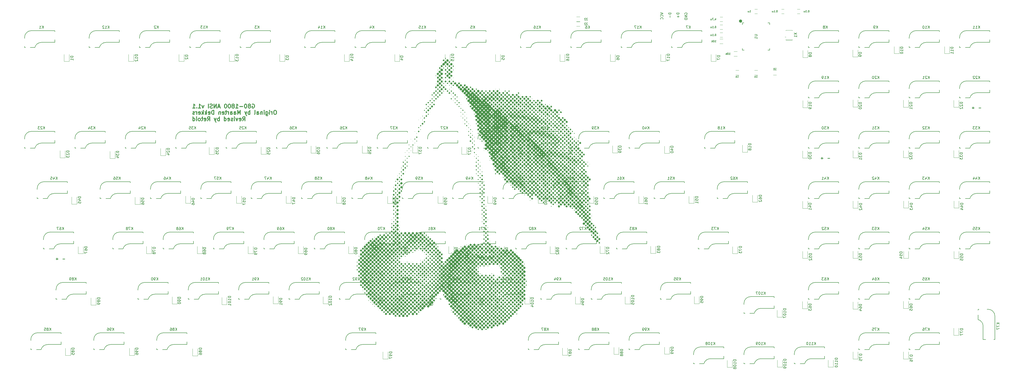
<source format=gbr>
G04 #@! TF.GenerationSoftware,KiCad,Pcbnew,(5.99.0-7511-ga134567838)*
G04 #@! TF.CreationDate,2021-01-29T23:07:12-08:00*
G04 #@! TF.ProjectId,gh80-1800,67683830-2d31-4383-9030-2e6b69636164,rev?*
G04 #@! TF.SameCoordinates,Original*
G04 #@! TF.FileFunction,Legend,Bot*
G04 #@! TF.FilePolarity,Positive*
%FSLAX46Y46*%
G04 Gerber Fmt 4.6, Leading zero omitted, Abs format (unit mm)*
G04 Created by KiCad (PCBNEW (5.99.0-7511-ga134567838)) date 2021-01-29 23:07:12*
%MOMM*%
%LPD*%
G01*
G04 APERTURE LIST*
%ADD10C,0.150000*%
%ADD11C,0.300000*%
%ADD12C,0.250000*%
%ADD13C,0.120000*%
G04 APERTURE END LIST*
D10*
X243658694Y4323704D02*
X244658694Y3990371D01*
X243658694Y3657038D01*
X244563456Y2752276D02*
X244611075Y2799895D01*
X244658694Y2942752D01*
X244658694Y3037990D01*
X244611075Y3180847D01*
X244515837Y3276085D01*
X244420599Y3323704D01*
X244230123Y3371323D01*
X244087266Y3371323D01*
X243896790Y3323704D01*
X243801552Y3276085D01*
X243706314Y3180847D01*
X243658694Y3037990D01*
X243658694Y2942752D01*
X243706314Y2799895D01*
X243753933Y2752276D01*
X244563456Y1752276D02*
X244611075Y1799895D01*
X244658694Y1942752D01*
X244658694Y2037990D01*
X244611075Y2180847D01*
X244515837Y2276085D01*
X244420599Y2323704D01*
X244230123Y2371323D01*
X244087266Y2371323D01*
X243896790Y2323704D01*
X243801552Y2276085D01*
X243706314Y2180847D01*
X243658694Y2037990D01*
X243658694Y1942752D01*
X243706314Y1799895D01*
X243753933Y1752276D01*
D11*
X89259028Y-30386557D02*
X89401885Y-30315128D01*
X89616171Y-30315128D01*
X89830456Y-30386557D01*
X89973314Y-30529414D01*
X90044742Y-30672271D01*
X90116171Y-30957985D01*
X90116171Y-31172271D01*
X90044742Y-31457985D01*
X89973314Y-31600842D01*
X89830456Y-31743699D01*
X89616171Y-31815128D01*
X89473314Y-31815128D01*
X89259028Y-31743699D01*
X89187599Y-31672271D01*
X89187599Y-31172271D01*
X89473314Y-31172271D01*
X88330456Y-30957985D02*
X88473314Y-30886557D01*
X88544742Y-30815128D01*
X88616171Y-30672271D01*
X88616171Y-30600842D01*
X88544742Y-30457985D01*
X88473314Y-30386557D01*
X88330456Y-30315128D01*
X88044742Y-30315128D01*
X87901885Y-30386557D01*
X87830456Y-30457985D01*
X87759028Y-30600842D01*
X87759028Y-30672271D01*
X87830456Y-30815128D01*
X87901885Y-30886557D01*
X88044742Y-30957985D01*
X88330456Y-30957985D01*
X88473314Y-31029414D01*
X88544742Y-31100842D01*
X88616171Y-31243699D01*
X88616171Y-31529414D01*
X88544742Y-31672271D01*
X88473314Y-31743699D01*
X88330456Y-31815128D01*
X88044742Y-31815128D01*
X87901885Y-31743699D01*
X87830456Y-31672271D01*
X87759028Y-31529414D01*
X87759028Y-31243699D01*
X87830456Y-31100842D01*
X87901885Y-31029414D01*
X88044742Y-30957985D01*
X86830456Y-30315128D02*
X86687599Y-30315128D01*
X86544742Y-30386557D01*
X86473314Y-30457985D01*
X86401885Y-30600842D01*
X86330456Y-30886557D01*
X86330456Y-31243699D01*
X86401885Y-31529414D01*
X86473314Y-31672271D01*
X86544742Y-31743699D01*
X86687599Y-31815128D01*
X86830456Y-31815128D01*
X86973314Y-31743699D01*
X87044742Y-31672271D01*
X87116171Y-31529414D01*
X87187599Y-31243699D01*
X87187599Y-30886557D01*
X87116171Y-30600842D01*
X87044742Y-30457985D01*
X86973314Y-30386557D01*
X86830456Y-30315128D01*
X85687599Y-31243699D02*
X84544742Y-31243699D01*
X83044742Y-31815128D02*
X83901885Y-31815128D01*
X83473314Y-31815128D02*
X83473314Y-30315128D01*
X83616171Y-30529414D01*
X83759028Y-30672271D01*
X83901885Y-30743699D01*
X82187599Y-30957985D02*
X82330456Y-30886557D01*
X82401885Y-30815128D01*
X82473314Y-30672271D01*
X82473314Y-30600842D01*
X82401885Y-30457985D01*
X82330456Y-30386557D01*
X82187599Y-30315128D01*
X81901885Y-30315128D01*
X81759028Y-30386557D01*
X81687599Y-30457985D01*
X81616171Y-30600842D01*
X81616171Y-30672271D01*
X81687599Y-30815128D01*
X81759028Y-30886557D01*
X81901885Y-30957985D01*
X82187599Y-30957985D01*
X82330456Y-31029414D01*
X82401885Y-31100842D01*
X82473314Y-31243699D01*
X82473314Y-31529414D01*
X82401885Y-31672271D01*
X82330456Y-31743699D01*
X82187599Y-31815128D01*
X81901885Y-31815128D01*
X81759028Y-31743699D01*
X81687599Y-31672271D01*
X81616171Y-31529414D01*
X81616171Y-31243699D01*
X81687599Y-31100842D01*
X81759028Y-31029414D01*
X81901885Y-30957985D01*
X80687599Y-30315128D02*
X80544742Y-30315128D01*
X80401885Y-30386557D01*
X80330456Y-30457985D01*
X80259028Y-30600842D01*
X80187599Y-30886557D01*
X80187599Y-31243699D01*
X80259028Y-31529414D01*
X80330456Y-31672271D01*
X80401885Y-31743699D01*
X80544742Y-31815128D01*
X80687599Y-31815128D01*
X80830456Y-31743699D01*
X80901885Y-31672271D01*
X80973314Y-31529414D01*
X81044742Y-31243699D01*
X81044742Y-30886557D01*
X80973314Y-30600842D01*
X80901885Y-30457985D01*
X80830456Y-30386557D01*
X80687599Y-30315128D01*
X79259028Y-30315128D02*
X79116171Y-30315128D01*
X78973314Y-30386557D01*
X78901885Y-30457985D01*
X78830456Y-30600842D01*
X78759028Y-30886557D01*
X78759028Y-31243699D01*
X78830456Y-31529414D01*
X78901885Y-31672271D01*
X78973314Y-31743699D01*
X79116171Y-31815128D01*
X79259028Y-31815128D01*
X79401885Y-31743699D01*
X79473314Y-31672271D01*
X79544742Y-31529414D01*
X79616171Y-31243699D01*
X79616171Y-30886557D01*
X79544742Y-30600842D01*
X79473314Y-30457985D01*
X79401885Y-30386557D01*
X79259028Y-30315128D01*
X77044742Y-31386557D02*
X76330456Y-31386557D01*
X77187599Y-31815128D02*
X76687599Y-30315128D01*
X76187599Y-31815128D01*
X75687599Y-31815128D02*
X75687599Y-30315128D01*
X74830456Y-31815128D01*
X74830456Y-30315128D01*
X74187599Y-31743699D02*
X73973314Y-31815128D01*
X73616171Y-31815128D01*
X73473314Y-31743699D01*
X73401885Y-31672271D01*
X73330456Y-31529414D01*
X73330456Y-31386557D01*
X73401885Y-31243699D01*
X73473314Y-31172271D01*
X73616171Y-31100842D01*
X73901885Y-31029414D01*
X74044742Y-30957985D01*
X74116171Y-30886557D01*
X74187599Y-30743699D01*
X74187599Y-30600842D01*
X74116171Y-30457985D01*
X74044742Y-30386557D01*
X73901885Y-30315128D01*
X73544742Y-30315128D01*
X73330456Y-30386557D01*
X72687599Y-31815128D02*
X72687599Y-30315128D01*
X70973314Y-30815128D02*
X70616171Y-31815128D01*
X70259028Y-30815128D01*
X68901885Y-31815128D02*
X69759028Y-31815128D01*
X69330456Y-31815128D02*
X69330456Y-30315128D01*
X69473314Y-30529414D01*
X69616171Y-30672271D01*
X69759028Y-30743699D01*
X68259028Y-31672271D02*
X68187599Y-31743699D01*
X68259028Y-31815128D01*
X68330456Y-31743699D01*
X68259028Y-31672271D01*
X68259028Y-31815128D01*
X66759028Y-31815128D02*
X67616171Y-31815128D01*
X67187599Y-31815128D02*
X67187599Y-30315128D01*
X67330456Y-30529414D01*
X67473314Y-30672271D01*
X67616171Y-30743699D01*
X98044742Y-32730128D02*
X97759028Y-32730128D01*
X97616171Y-32801557D01*
X97473314Y-32944414D01*
X97401885Y-33230128D01*
X97401885Y-33730128D01*
X97473314Y-34015842D01*
X97616171Y-34158699D01*
X97759028Y-34230128D01*
X98044742Y-34230128D01*
X98187599Y-34158699D01*
X98330456Y-34015842D01*
X98401885Y-33730128D01*
X98401885Y-33230128D01*
X98330456Y-32944414D01*
X98187599Y-32801557D01*
X98044742Y-32730128D01*
X96759028Y-34230128D02*
X96759028Y-33230128D01*
X96759028Y-33515842D02*
X96687599Y-33372985D01*
X96616171Y-33301557D01*
X96473314Y-33230128D01*
X96330456Y-33230128D01*
X95830456Y-34230128D02*
X95830456Y-33230128D01*
X95830456Y-32730128D02*
X95901885Y-32801557D01*
X95830456Y-32872985D01*
X95759028Y-32801557D01*
X95830456Y-32730128D01*
X95830456Y-32872985D01*
X94473314Y-33230128D02*
X94473314Y-34444414D01*
X94544742Y-34587271D01*
X94616171Y-34658699D01*
X94759028Y-34730128D01*
X94973314Y-34730128D01*
X95116171Y-34658699D01*
X94473314Y-34158699D02*
X94616171Y-34230128D01*
X94901885Y-34230128D01*
X95044742Y-34158699D01*
X95116171Y-34087271D01*
X95187599Y-33944414D01*
X95187599Y-33515842D01*
X95116171Y-33372985D01*
X95044742Y-33301557D01*
X94901885Y-33230128D01*
X94616171Y-33230128D01*
X94473314Y-33301557D01*
X93759028Y-34230128D02*
X93759028Y-33230128D01*
X93759028Y-32730128D02*
X93830456Y-32801557D01*
X93759028Y-32872985D01*
X93687599Y-32801557D01*
X93759028Y-32730128D01*
X93759028Y-32872985D01*
X93044742Y-33230128D02*
X93044742Y-34230128D01*
X93044742Y-33372985D02*
X92973314Y-33301557D01*
X92830456Y-33230128D01*
X92616171Y-33230128D01*
X92473314Y-33301557D01*
X92401885Y-33444414D01*
X92401885Y-34230128D01*
X91044742Y-34230128D02*
X91044742Y-33444414D01*
X91116171Y-33301557D01*
X91259028Y-33230128D01*
X91544742Y-33230128D01*
X91687599Y-33301557D01*
X91044742Y-34158699D02*
X91187599Y-34230128D01*
X91544742Y-34230128D01*
X91687599Y-34158699D01*
X91759028Y-34015842D01*
X91759028Y-33872985D01*
X91687599Y-33730128D01*
X91544742Y-33658699D01*
X91187599Y-33658699D01*
X91044742Y-33587271D01*
X90116171Y-34230128D02*
X90259028Y-34158699D01*
X90330456Y-34015842D01*
X90330456Y-32730128D01*
X88401885Y-34230128D02*
X88401885Y-32730128D01*
X88401885Y-33301557D02*
X88259028Y-33230128D01*
X87973314Y-33230128D01*
X87830456Y-33301557D01*
X87759028Y-33372985D01*
X87687599Y-33515842D01*
X87687599Y-33944414D01*
X87759028Y-34087271D01*
X87830456Y-34158699D01*
X87973314Y-34230128D01*
X88259028Y-34230128D01*
X88401885Y-34158699D01*
X87187599Y-33230128D02*
X86830456Y-34230128D01*
X86473314Y-33230128D02*
X86830456Y-34230128D01*
X86973314Y-34587271D01*
X87044742Y-34658699D01*
X87187599Y-34730128D01*
X84759028Y-34230128D02*
X84759028Y-32730128D01*
X84259028Y-33801557D01*
X83759028Y-32730128D01*
X83759028Y-34230128D01*
X82401885Y-34230128D02*
X82401885Y-33444414D01*
X82473314Y-33301557D01*
X82616171Y-33230128D01*
X82901885Y-33230128D01*
X83044742Y-33301557D01*
X82401885Y-34158699D02*
X82544742Y-34230128D01*
X82901885Y-34230128D01*
X83044742Y-34158699D01*
X83116171Y-34015842D01*
X83116171Y-33872985D01*
X83044742Y-33730128D01*
X82901885Y-33658699D01*
X82544742Y-33658699D01*
X82401885Y-33587271D01*
X81044742Y-34230128D02*
X81044742Y-33444414D01*
X81116171Y-33301557D01*
X81259028Y-33230128D01*
X81544742Y-33230128D01*
X81687599Y-33301557D01*
X81044742Y-34158699D02*
X81187599Y-34230128D01*
X81544742Y-34230128D01*
X81687599Y-34158699D01*
X81759028Y-34015842D01*
X81759028Y-33872985D01*
X81687599Y-33730128D01*
X81544742Y-33658699D01*
X81187599Y-33658699D01*
X81044742Y-33587271D01*
X80330456Y-34230128D02*
X80330456Y-33230128D01*
X80330456Y-33515842D02*
X80259028Y-33372985D01*
X80187599Y-33301557D01*
X80044742Y-33230128D01*
X79901885Y-33230128D01*
X79616171Y-33230128D02*
X79044742Y-33230128D01*
X79401885Y-32730128D02*
X79401885Y-34015842D01*
X79330456Y-34158699D01*
X79187599Y-34230128D01*
X79044742Y-34230128D01*
X77973314Y-34158699D02*
X78116171Y-34230128D01*
X78401885Y-34230128D01*
X78544742Y-34158699D01*
X78616171Y-34015842D01*
X78616171Y-33444414D01*
X78544742Y-33301557D01*
X78401885Y-33230128D01*
X78116171Y-33230128D01*
X77973314Y-33301557D01*
X77901885Y-33444414D01*
X77901885Y-33587271D01*
X78616171Y-33730128D01*
X77259028Y-33230128D02*
X77259028Y-34230128D01*
X77259028Y-33372985D02*
X77187599Y-33301557D01*
X77044742Y-33230128D01*
X76830456Y-33230128D01*
X76687599Y-33301557D01*
X76616171Y-33444414D01*
X76616171Y-34230128D01*
X74759028Y-34230128D02*
X74759028Y-32730128D01*
X74401885Y-32730128D01*
X74187599Y-32801557D01*
X74044742Y-32944414D01*
X73973314Y-33087271D01*
X73901885Y-33372985D01*
X73901885Y-33587271D01*
X73973314Y-33872985D01*
X74044742Y-34015842D01*
X74187599Y-34158699D01*
X74401885Y-34230128D01*
X74759028Y-34230128D01*
X72687599Y-34158699D02*
X72830456Y-34230128D01*
X73116171Y-34230128D01*
X73259028Y-34158699D01*
X73330456Y-34015842D01*
X73330456Y-33444414D01*
X73259028Y-33301557D01*
X73116171Y-33230128D01*
X72830456Y-33230128D01*
X72687599Y-33301557D01*
X72616171Y-33444414D01*
X72616171Y-33587271D01*
X73330456Y-33730128D01*
X71973314Y-34230128D02*
X71973314Y-32730128D01*
X71830456Y-33658699D02*
X71401885Y-34230128D01*
X71401885Y-33230128D02*
X71973314Y-33801557D01*
X70759028Y-34230128D02*
X70759028Y-32730128D01*
X70616171Y-33658699D02*
X70187599Y-34230128D01*
X70187599Y-33230128D02*
X70759028Y-33801557D01*
X68973314Y-34158699D02*
X69116171Y-34230128D01*
X69401885Y-34230128D01*
X69544742Y-34158699D01*
X69616171Y-34015842D01*
X69616171Y-33444414D01*
X69544742Y-33301557D01*
X69401885Y-33230128D01*
X69116171Y-33230128D01*
X68973314Y-33301557D01*
X68901885Y-33444414D01*
X68901885Y-33587271D01*
X69616171Y-33730128D01*
X68259028Y-34230128D02*
X68259028Y-33230128D01*
X68259028Y-33515842D02*
X68187599Y-33372985D01*
X68116171Y-33301557D01*
X67973314Y-33230128D01*
X67830456Y-33230128D01*
X67401885Y-34158699D02*
X67259028Y-34230128D01*
X66973314Y-34230128D01*
X66830456Y-34158699D01*
X66759028Y-34015842D01*
X66759028Y-33944414D01*
X66830456Y-33801557D01*
X66973314Y-33730128D01*
X67187599Y-33730128D01*
X67330456Y-33658699D01*
X67401885Y-33515842D01*
X67401885Y-33444414D01*
X67330456Y-33301557D01*
X67187599Y-33230128D01*
X66973314Y-33230128D01*
X66830456Y-33301557D01*
X85616171Y-36645128D02*
X86116171Y-35930842D01*
X86473314Y-36645128D02*
X86473314Y-35145128D01*
X85901885Y-35145128D01*
X85759028Y-35216557D01*
X85687599Y-35287985D01*
X85616171Y-35430842D01*
X85616171Y-35645128D01*
X85687599Y-35787985D01*
X85759028Y-35859414D01*
X85901885Y-35930842D01*
X86473314Y-35930842D01*
X84401885Y-36573699D02*
X84544742Y-36645128D01*
X84830456Y-36645128D01*
X84973314Y-36573699D01*
X85044742Y-36430842D01*
X85044742Y-35859414D01*
X84973314Y-35716557D01*
X84830456Y-35645128D01*
X84544742Y-35645128D01*
X84401885Y-35716557D01*
X84330456Y-35859414D01*
X84330456Y-36002271D01*
X85044742Y-36145128D01*
X83830456Y-35645128D02*
X83473314Y-36645128D01*
X83116171Y-35645128D01*
X82544742Y-36645128D02*
X82544742Y-35645128D01*
X82544742Y-35145128D02*
X82616171Y-35216557D01*
X82544742Y-35287985D01*
X82473314Y-35216557D01*
X82544742Y-35145128D01*
X82544742Y-35287985D01*
X81901885Y-36573699D02*
X81759028Y-36645128D01*
X81473314Y-36645128D01*
X81330456Y-36573699D01*
X81259028Y-36430842D01*
X81259028Y-36359414D01*
X81330456Y-36216557D01*
X81473314Y-36145128D01*
X81687599Y-36145128D01*
X81830456Y-36073699D01*
X81901885Y-35930842D01*
X81901885Y-35859414D01*
X81830456Y-35716557D01*
X81687599Y-35645128D01*
X81473314Y-35645128D01*
X81330456Y-35716557D01*
X80044742Y-36573699D02*
X80187599Y-36645128D01*
X80473314Y-36645128D01*
X80616171Y-36573699D01*
X80687599Y-36430842D01*
X80687599Y-35859414D01*
X80616171Y-35716557D01*
X80473314Y-35645128D01*
X80187599Y-35645128D01*
X80044742Y-35716557D01*
X79973314Y-35859414D01*
X79973314Y-36002271D01*
X80687599Y-36145128D01*
X78687599Y-36645128D02*
X78687599Y-35145128D01*
X78687599Y-36573699D02*
X78830456Y-36645128D01*
X79116171Y-36645128D01*
X79259028Y-36573699D01*
X79330456Y-36502271D01*
X79401885Y-36359414D01*
X79401885Y-35930842D01*
X79330456Y-35787985D01*
X79259028Y-35716557D01*
X79116171Y-35645128D01*
X78830456Y-35645128D01*
X78687599Y-35716557D01*
X76830456Y-36645128D02*
X76830456Y-35145128D01*
X76830456Y-35716557D02*
X76687599Y-35645128D01*
X76401885Y-35645128D01*
X76259028Y-35716557D01*
X76187599Y-35787985D01*
X76116171Y-35930842D01*
X76116171Y-36359414D01*
X76187599Y-36502271D01*
X76259028Y-36573699D01*
X76401885Y-36645128D01*
X76687599Y-36645128D01*
X76830456Y-36573699D01*
X75616171Y-35645128D02*
X75259028Y-36645128D01*
X74901885Y-35645128D02*
X75259028Y-36645128D01*
X75401885Y-37002271D01*
X75473314Y-37073699D01*
X75616171Y-37145128D01*
X72330456Y-36645128D02*
X72830456Y-35930842D01*
X73187599Y-36645128D02*
X73187599Y-35145128D01*
X72616171Y-35145128D01*
X72473314Y-35216557D01*
X72401885Y-35287985D01*
X72330456Y-35430842D01*
X72330456Y-35645128D01*
X72401885Y-35787985D01*
X72473314Y-35859414D01*
X72616171Y-35930842D01*
X73187599Y-35930842D01*
X71116171Y-36573699D02*
X71259028Y-36645128D01*
X71544742Y-36645128D01*
X71687599Y-36573699D01*
X71759028Y-36430842D01*
X71759028Y-35859414D01*
X71687599Y-35716557D01*
X71544742Y-35645128D01*
X71259028Y-35645128D01*
X71116171Y-35716557D01*
X71044742Y-35859414D01*
X71044742Y-36002271D01*
X71759028Y-36145128D01*
X70616171Y-35645128D02*
X70044742Y-35645128D01*
X70401885Y-35145128D02*
X70401885Y-36430842D01*
X70330456Y-36573699D01*
X70187599Y-36645128D01*
X70044742Y-36645128D01*
X69330456Y-36645128D02*
X69473314Y-36573699D01*
X69544742Y-36502271D01*
X69616171Y-36359414D01*
X69616171Y-35930842D01*
X69544742Y-35787985D01*
X69473314Y-35716557D01*
X69330456Y-35645128D01*
X69116171Y-35645128D01*
X68973314Y-35716557D01*
X68901885Y-35787985D01*
X68830456Y-35930842D01*
X68830456Y-36359414D01*
X68901885Y-36502271D01*
X68973314Y-36573699D01*
X69116171Y-36645128D01*
X69330456Y-36645128D01*
X68187599Y-36645128D02*
X68187599Y-35645128D01*
X68187599Y-35145128D02*
X68259028Y-35216557D01*
X68187599Y-35287985D01*
X68116171Y-35216557D01*
X68187599Y-35145128D01*
X68187599Y-35287985D01*
X66830456Y-36645128D02*
X66830456Y-35145128D01*
X66830456Y-36573699D02*
X66973314Y-36645128D01*
X67259028Y-36645128D01*
X67401885Y-36573699D01*
X67473314Y-36502271D01*
X67544742Y-36359414D01*
X67544742Y-35930842D01*
X67473314Y-35787985D01*
X67401885Y-35716557D01*
X67259028Y-35645128D01*
X66973314Y-35645128D01*
X66830456Y-35716557D01*
D10*
X247706694Y4180847D02*
X246706694Y4180847D01*
X246706694Y3942752D01*
X246754314Y3799895D01*
X246849552Y3704657D01*
X246944790Y3657038D01*
X247135266Y3609419D01*
X247278123Y3609419D01*
X247468599Y3657038D01*
X247563837Y3704657D01*
X247659075Y3799895D01*
X247706694Y3942752D01*
X247706694Y4180847D01*
X247325742Y3180847D02*
X247325742Y2418943D01*
X250754694Y4180847D02*
X249754694Y4180847D01*
X249754694Y3942752D01*
X249802314Y3799895D01*
X249897552Y3704657D01*
X249992790Y3657038D01*
X250183266Y3609419D01*
X250326123Y3609419D01*
X250516599Y3657038D01*
X250611837Y3704657D01*
X250707075Y3799895D01*
X250754694Y3942752D01*
X250754694Y4180847D01*
X250373742Y3180847D02*
X250373742Y2418943D01*
X250754694Y2799895D02*
X249992790Y2799895D01*
X252850314Y3657038D02*
X252802694Y3752276D01*
X252802694Y3895133D01*
X252850314Y4037990D01*
X252945552Y4133228D01*
X253040790Y4180847D01*
X253231266Y4228466D01*
X253374123Y4228466D01*
X253564599Y4180847D01*
X253659837Y4133228D01*
X253755075Y4037990D01*
X253802694Y3895133D01*
X253802694Y3799895D01*
X253755075Y3657038D01*
X253707456Y3609419D01*
X253374123Y3609419D01*
X253374123Y3799895D01*
X253802694Y3180847D02*
X252802694Y3180847D01*
X253802694Y2609419D01*
X252802694Y2609419D01*
X253802694Y2133228D02*
X252802694Y2133228D01*
X252802694Y1895133D01*
X252850314Y1752276D01*
X252945552Y1657038D01*
X253040790Y1609419D01*
X253231266Y1561800D01*
X253374123Y1561800D01*
X253564599Y1609419D01*
X253659837Y1657038D01*
X253755075Y1752276D01*
X253802694Y1895133D01*
X253802694Y2133228D01*
X345305199Y-96972468D02*
X345305199Y-95972468D01*
X344733771Y-96972468D02*
X345162342Y-96401040D01*
X344733771Y-95972468D02*
X345305199Y-96543897D01*
X343876628Y-95972468D02*
X344067104Y-95972468D01*
X344162342Y-96020088D01*
X344209961Y-96067707D01*
X344305199Y-96210564D01*
X344352818Y-96401040D01*
X344352818Y-96781992D01*
X344305199Y-96877230D01*
X344257580Y-96924849D01*
X344162342Y-96972468D01*
X343971866Y-96972468D01*
X343876628Y-96924849D01*
X343829009Y-96877230D01*
X343781390Y-96781992D01*
X343781390Y-96543897D01*
X343829009Y-96448659D01*
X343876628Y-96401040D01*
X343971866Y-96353421D01*
X344162342Y-96353421D01*
X344257580Y-96401040D01*
X344305199Y-96448659D01*
X344352818Y-96543897D01*
X342876628Y-95972468D02*
X343352818Y-95972468D01*
X343400437Y-96448659D01*
X343352818Y-96401040D01*
X343257580Y-96353421D01*
X343019485Y-96353421D01*
X342924247Y-96401040D01*
X342876628Y-96448659D01*
X342829009Y-96543897D01*
X342829009Y-96781992D01*
X342876628Y-96877230D01*
X342924247Y-96924849D01*
X343019485Y-96972468D01*
X343257580Y-96972468D01*
X343352818Y-96924849D01*
X343400437Y-96877230D01*
X191714445Y-58872436D02*
X191714445Y-57872436D01*
X191143017Y-58872436D02*
X191571588Y-58301008D01*
X191143017Y-57872436D02*
X191714445Y-58443865D01*
X190285874Y-57872436D02*
X190476350Y-57872436D01*
X190571588Y-57920056D01*
X190619207Y-57967675D01*
X190714445Y-58110532D01*
X190762064Y-58301008D01*
X190762064Y-58681960D01*
X190714445Y-58777198D01*
X190666826Y-58824817D01*
X190571588Y-58872436D01*
X190381112Y-58872436D01*
X190285874Y-58824817D01*
X190238255Y-58777198D01*
X190190636Y-58681960D01*
X190190636Y-58443865D01*
X190238255Y-58348627D01*
X190285874Y-58301008D01*
X190381112Y-58253389D01*
X190571588Y-58253389D01*
X190666826Y-58301008D01*
X190714445Y-58348627D01*
X190762064Y-58443865D01*
X189571588Y-57872436D02*
X189476350Y-57872436D01*
X189381112Y-57920056D01*
X189333493Y-57967675D01*
X189285874Y-58062913D01*
X189238255Y-58253389D01*
X189238255Y-58491484D01*
X189285874Y-58681960D01*
X189333493Y-58777198D01*
X189381112Y-58824817D01*
X189476350Y-58872436D01*
X189571588Y-58872436D01*
X189666826Y-58824817D01*
X189714445Y-58777198D01*
X189762064Y-58681960D01*
X189809683Y-58491484D01*
X189809683Y-58253389D01*
X189762064Y-58062913D01*
X189714445Y-57967675D01*
X189666826Y-57920056D01*
X189571588Y-57872436D01*
X326255183Y-96972468D02*
X326255183Y-95972468D01*
X325683755Y-96972468D02*
X326112326Y-96401040D01*
X325683755Y-95972468D02*
X326255183Y-96543897D01*
X324826612Y-95972468D02*
X325017088Y-95972468D01*
X325112326Y-96020088D01*
X325159945Y-96067707D01*
X325255183Y-96210564D01*
X325302802Y-96401040D01*
X325302802Y-96781992D01*
X325255183Y-96877230D01*
X325207564Y-96924849D01*
X325112326Y-96972468D01*
X324921850Y-96972468D01*
X324826612Y-96924849D01*
X324778993Y-96877230D01*
X324731374Y-96781992D01*
X324731374Y-96543897D01*
X324778993Y-96448659D01*
X324826612Y-96401040D01*
X324921850Y-96353421D01*
X325112326Y-96353421D01*
X325207564Y-96401040D01*
X325255183Y-96448659D01*
X325302802Y-96543897D01*
X323874231Y-96305802D02*
X323874231Y-96972468D01*
X324112326Y-95924849D02*
X324350421Y-96639135D01*
X323731374Y-96639135D01*
X307205167Y-96972468D02*
X307205167Y-95972468D01*
X306633739Y-96972468D02*
X307062310Y-96401040D01*
X306633739Y-95972468D02*
X307205167Y-96543897D01*
X305776596Y-95972468D02*
X305967072Y-95972468D01*
X306062310Y-96020088D01*
X306109929Y-96067707D01*
X306205167Y-96210564D01*
X306252786Y-96401040D01*
X306252786Y-96781992D01*
X306205167Y-96877230D01*
X306157548Y-96924849D01*
X306062310Y-96972468D01*
X305871834Y-96972468D01*
X305776596Y-96924849D01*
X305728977Y-96877230D01*
X305681358Y-96781992D01*
X305681358Y-96543897D01*
X305728977Y-96448659D01*
X305776596Y-96401040D01*
X305871834Y-96353421D01*
X306062310Y-96353421D01*
X306157548Y-96401040D01*
X306205167Y-96448659D01*
X306252786Y-96543897D01*
X305348024Y-95972468D02*
X304728977Y-95972468D01*
X305062310Y-96353421D01*
X304919453Y-96353421D01*
X304824215Y-96401040D01*
X304776596Y-96448659D01*
X304728977Y-96543897D01*
X304728977Y-96781992D01*
X304776596Y-96877230D01*
X304824215Y-96924849D01*
X304919453Y-96972468D01*
X305205167Y-96972468D01*
X305300405Y-96924849D01*
X305348024Y-96877230D01*
X272677013Y-58872436D02*
X272677013Y-57872436D01*
X272105585Y-58872436D02*
X272534156Y-58301008D01*
X272105585Y-57872436D02*
X272677013Y-58443865D01*
X271248442Y-57872436D02*
X271438918Y-57872436D01*
X271534156Y-57920056D01*
X271581775Y-57967675D01*
X271677013Y-58110532D01*
X271724632Y-58301008D01*
X271724632Y-58681960D01*
X271677013Y-58777198D01*
X271629394Y-58824817D01*
X271534156Y-58872436D01*
X271343680Y-58872436D01*
X271248442Y-58824817D01*
X271200823Y-58777198D01*
X271153204Y-58681960D01*
X271153204Y-58443865D01*
X271200823Y-58348627D01*
X271248442Y-58301008D01*
X271343680Y-58253389D01*
X271534156Y-58253389D01*
X271629394Y-58301008D01*
X271677013Y-58348627D01*
X271724632Y-58443865D01*
X270772251Y-57967675D02*
X270724632Y-57920056D01*
X270629394Y-57872436D01*
X270391299Y-57872436D01*
X270296061Y-57920056D01*
X270248442Y-57967675D01*
X270200823Y-58062913D01*
X270200823Y-58158151D01*
X270248442Y-58301008D01*
X270819870Y-58872436D01*
X270200823Y-58872436D01*
X229814477Y-58872436D02*
X229814477Y-57872436D01*
X229243049Y-58872436D02*
X229671620Y-58301008D01*
X229243049Y-57872436D02*
X229814477Y-58443865D01*
X228385906Y-57872436D02*
X228576382Y-57872436D01*
X228671620Y-57920056D01*
X228719239Y-57967675D01*
X228814477Y-58110532D01*
X228862096Y-58301008D01*
X228862096Y-58681960D01*
X228814477Y-58777198D01*
X228766858Y-58824817D01*
X228671620Y-58872436D01*
X228481144Y-58872436D01*
X228385906Y-58824817D01*
X228338287Y-58777198D01*
X228290668Y-58681960D01*
X228290668Y-58443865D01*
X228338287Y-58348627D01*
X228385906Y-58301008D01*
X228481144Y-58253389D01*
X228671620Y-58253389D01*
X228766858Y-58301008D01*
X228814477Y-58348627D01*
X228862096Y-58443865D01*
X227338287Y-58872436D02*
X227909715Y-58872436D01*
X227624001Y-58872436D02*
X227624001Y-57872436D01*
X227719239Y-58015294D01*
X227814477Y-58110532D01*
X227909715Y-58158151D01*
X134564397Y-58872436D02*
X134564397Y-57872436D01*
X133992969Y-58872436D02*
X134421540Y-58301008D01*
X133992969Y-57872436D02*
X134564397Y-58443865D01*
X133135826Y-58205770D02*
X133135826Y-58872436D01*
X133373921Y-57824817D02*
X133612016Y-58539103D01*
X132992969Y-58539103D01*
X132469159Y-58301008D02*
X132564397Y-58253389D01*
X132612016Y-58205770D01*
X132659635Y-58110532D01*
X132659635Y-58062913D01*
X132612016Y-57967675D01*
X132564397Y-57920056D01*
X132469159Y-57872436D01*
X132278683Y-57872436D01*
X132183445Y-57920056D01*
X132135826Y-57967675D01*
X132088207Y-58062913D01*
X132088207Y-58110532D01*
X132135826Y-58205770D01*
X132183445Y-58253389D01*
X132278683Y-58301008D01*
X132469159Y-58301008D01*
X132564397Y-58348627D01*
X132612016Y-58396246D01*
X132659635Y-58491484D01*
X132659635Y-58681960D01*
X132612016Y-58777198D01*
X132564397Y-58824817D01*
X132469159Y-58872436D01*
X132278683Y-58872436D01*
X132183445Y-58824817D01*
X132135826Y-58777198D01*
X132088207Y-58681960D01*
X132088207Y-58491484D01*
X132135826Y-58396246D01*
X132183445Y-58348627D01*
X132278683Y-58301008D01*
X364355215Y-77922452D02*
X364355215Y-76922452D01*
X363783787Y-77922452D02*
X364212358Y-77351024D01*
X363783787Y-76922452D02*
X364355215Y-77493881D01*
X362879025Y-76922452D02*
X363355215Y-76922452D01*
X363402834Y-77398643D01*
X363355215Y-77351024D01*
X363259977Y-77303405D01*
X363021882Y-77303405D01*
X362926644Y-77351024D01*
X362879025Y-77398643D01*
X362831406Y-77493881D01*
X362831406Y-77731976D01*
X362879025Y-77827214D01*
X362926644Y-77874833D01*
X363021882Y-77922452D01*
X363259977Y-77922452D01*
X363355215Y-77874833D01*
X363402834Y-77827214D01*
X361926644Y-76922452D02*
X362402834Y-76922452D01*
X362450453Y-77398643D01*
X362402834Y-77351024D01*
X362307596Y-77303405D01*
X362069501Y-77303405D01*
X361974263Y-77351024D01*
X361926644Y-77398643D01*
X361879025Y-77493881D01*
X361879025Y-77731976D01*
X361926644Y-77827214D01*
X361974263Y-77874833D01*
X362069501Y-77922452D01*
X362307596Y-77922452D01*
X362402834Y-77874833D01*
X362450453Y-77827214D01*
X182189437Y-39822420D02*
X182189437Y-38822420D01*
X181618009Y-39822420D02*
X182046580Y-39250992D01*
X181618009Y-38822420D02*
X182189437Y-39393849D01*
X181284675Y-38822420D02*
X180665628Y-38822420D01*
X180998961Y-39203373D01*
X180856104Y-39203373D01*
X180760866Y-39250992D01*
X180713247Y-39298611D01*
X180665628Y-39393849D01*
X180665628Y-39631944D01*
X180713247Y-39727182D01*
X180760866Y-39774801D01*
X180856104Y-39822420D01*
X181141818Y-39822420D01*
X181237056Y-39774801D01*
X181284675Y-39727182D01*
X180094199Y-39250992D02*
X180189437Y-39203373D01*
X180237056Y-39155754D01*
X180284675Y-39060516D01*
X180284675Y-39012897D01*
X180237056Y-38917659D01*
X180189437Y-38870040D01*
X180094199Y-38822420D01*
X179903723Y-38822420D01*
X179808485Y-38870040D01*
X179760866Y-38917659D01*
X179713247Y-39012897D01*
X179713247Y-39060516D01*
X179760866Y-39155754D01*
X179808485Y-39203373D01*
X179903723Y-39250992D01*
X180094199Y-39250992D01*
X180189437Y-39298611D01*
X180237056Y-39346230D01*
X180284675Y-39441468D01*
X180284675Y-39631944D01*
X180237056Y-39727182D01*
X180189437Y-39774801D01*
X180094199Y-39822420D01*
X179903723Y-39822420D01*
X179808485Y-39774801D01*
X179760866Y-39727182D01*
X179713247Y-39631944D01*
X179713247Y-39441468D01*
X179760866Y-39346230D01*
X179808485Y-39298611D01*
X179903723Y-39250992D01*
X326255183Y-77922452D02*
X326255183Y-76922452D01*
X325683755Y-77922452D02*
X326112326Y-77351024D01*
X325683755Y-76922452D02*
X326255183Y-77493881D01*
X324778993Y-76922452D02*
X325255183Y-76922452D01*
X325302802Y-77398643D01*
X325255183Y-77351024D01*
X325159945Y-77303405D01*
X324921850Y-77303405D01*
X324826612Y-77351024D01*
X324778993Y-77398643D01*
X324731374Y-77493881D01*
X324731374Y-77731976D01*
X324778993Y-77827214D01*
X324826612Y-77874833D01*
X324921850Y-77922452D01*
X325159945Y-77922452D01*
X325255183Y-77874833D01*
X325302802Y-77827214D01*
X324398040Y-76922452D02*
X323778993Y-76922452D01*
X324112326Y-77303405D01*
X323969469Y-77303405D01*
X323874231Y-77351024D01*
X323826612Y-77398643D01*
X323778993Y-77493881D01*
X323778993Y-77731976D01*
X323826612Y-77827214D01*
X323874231Y-77874833D01*
X323969469Y-77922452D01*
X324255183Y-77922452D01*
X324350421Y-77874833D01*
X324398040Y-77827214D01*
X172664429Y-58872436D02*
X172664429Y-57872436D01*
X172093001Y-58872436D02*
X172521572Y-58301008D01*
X172093001Y-57872436D02*
X172664429Y-58443865D01*
X171235858Y-58205770D02*
X171235858Y-58872436D01*
X171473953Y-57824817D02*
X171712048Y-58539103D01*
X171093001Y-58539103D01*
X170664429Y-58872436D02*
X170473953Y-58872436D01*
X170378715Y-58824817D01*
X170331096Y-58777198D01*
X170235858Y-58634341D01*
X170188239Y-58443865D01*
X170188239Y-58062913D01*
X170235858Y-57967675D01*
X170283477Y-57920056D01*
X170378715Y-57872436D01*
X170569191Y-57872436D01*
X170664429Y-57920056D01*
X170712048Y-57967675D01*
X170759667Y-58062913D01*
X170759667Y-58301008D01*
X170712048Y-58396246D01*
X170664429Y-58443865D01*
X170569191Y-58491484D01*
X170378715Y-58491484D01*
X170283477Y-58443865D01*
X170235858Y-58396246D01*
X170188239Y-58301008D01*
X67889341Y-39822420D02*
X67889341Y-38822420D01*
X67317913Y-39822420D02*
X67746484Y-39250992D01*
X67317913Y-38822420D02*
X67889341Y-39393849D01*
X66984579Y-38822420D02*
X66365532Y-38822420D01*
X66698865Y-39203373D01*
X66556008Y-39203373D01*
X66460770Y-39250992D01*
X66413151Y-39298611D01*
X66365532Y-39393849D01*
X66365532Y-39631944D01*
X66413151Y-39727182D01*
X66460770Y-39774801D01*
X66556008Y-39822420D01*
X66841722Y-39822420D01*
X66936960Y-39774801D01*
X66984579Y-39727182D01*
X65460770Y-38822420D02*
X65936960Y-38822420D01*
X65984579Y-39298611D01*
X65936960Y-39250992D01*
X65841722Y-39203373D01*
X65603627Y-39203373D01*
X65508389Y-39250992D01*
X65460770Y-39298611D01*
X65413151Y-39393849D01*
X65413151Y-39631944D01*
X65460770Y-39727182D01*
X65508389Y-39774801D01*
X65603627Y-39822420D01*
X65841722Y-39822420D01*
X65936960Y-39774801D01*
X65984579Y-39727182D01*
X364355215Y-39822420D02*
X364355215Y-38822420D01*
X363783787Y-39822420D02*
X364212358Y-39250992D01*
X363783787Y-38822420D02*
X364355215Y-39393849D01*
X363450453Y-38822420D02*
X362831406Y-38822420D01*
X363164739Y-39203373D01*
X363021882Y-39203373D01*
X362926644Y-39250992D01*
X362879025Y-39298611D01*
X362831406Y-39393849D01*
X362831406Y-39631944D01*
X362879025Y-39727182D01*
X362926644Y-39774801D01*
X363021882Y-39822420D01*
X363307596Y-39822420D01*
X363402834Y-39774801D01*
X363450453Y-39727182D01*
X362498072Y-38822420D02*
X361879025Y-38822420D01*
X362212358Y-39203373D01*
X362069501Y-39203373D01*
X361974263Y-39250992D01*
X361926644Y-39298611D01*
X361879025Y-39393849D01*
X361879025Y-39631944D01*
X361926644Y-39727182D01*
X361974263Y-39774801D01*
X362069501Y-39822420D01*
X362355215Y-39822420D01*
X362450453Y-39774801D01*
X362498072Y-39727182D01*
X326255183Y-58872436D02*
X326255183Y-57872436D01*
X325683755Y-58872436D02*
X326112326Y-58301008D01*
X325683755Y-57872436D02*
X326255183Y-58443865D01*
X324826612Y-58205770D02*
X324826612Y-58872436D01*
X325064707Y-57824817D02*
X325302802Y-58539103D01*
X324683755Y-58539103D01*
X324350421Y-57967675D02*
X324302802Y-57920056D01*
X324207564Y-57872436D01*
X323969469Y-57872436D01*
X323874231Y-57920056D01*
X323826612Y-57967675D01*
X323778993Y-58062913D01*
X323778993Y-58158151D01*
X323826612Y-58301008D01*
X324398040Y-58872436D01*
X323778993Y-58872436D01*
X307205167Y-58872436D02*
X307205167Y-57872436D01*
X306633739Y-58872436D02*
X307062310Y-58301008D01*
X306633739Y-57872436D02*
X307205167Y-58443865D01*
X305776596Y-58205770D02*
X305776596Y-58872436D01*
X306014691Y-57824817D02*
X306252786Y-58539103D01*
X305633739Y-58539103D01*
X304728977Y-58872436D02*
X305300405Y-58872436D01*
X305014691Y-58872436D02*
X305014691Y-57872436D01*
X305109929Y-58015294D01*
X305205167Y-58110532D01*
X305300405Y-58158151D01*
X220289469Y-39822420D02*
X220289469Y-38822420D01*
X219718041Y-39822420D02*
X220146612Y-39250992D01*
X219718041Y-38822420D02*
X220289469Y-39393849D01*
X219384707Y-38822420D02*
X218765660Y-38822420D01*
X219098993Y-39203373D01*
X218956136Y-39203373D01*
X218860898Y-39250992D01*
X218813279Y-39298611D01*
X218765660Y-39393849D01*
X218765660Y-39631944D01*
X218813279Y-39727182D01*
X218860898Y-39774801D01*
X218956136Y-39822420D01*
X219241850Y-39822420D01*
X219337088Y-39774801D01*
X219384707Y-39727182D01*
X218289469Y-39822420D02*
X218098993Y-39822420D01*
X218003755Y-39774801D01*
X217956136Y-39727182D01*
X217860898Y-39584325D01*
X217813279Y-39393849D01*
X217813279Y-39012897D01*
X217860898Y-38917659D01*
X217908517Y-38870040D01*
X218003755Y-38822420D01*
X218194231Y-38822420D01*
X218289469Y-38870040D01*
X218337088Y-38917659D01*
X218384707Y-39012897D01*
X218384707Y-39250992D01*
X218337088Y-39346230D01*
X218289469Y-39393849D01*
X218194231Y-39441468D01*
X218003755Y-39441468D01*
X217908517Y-39393849D01*
X217860898Y-39346230D01*
X217813279Y-39250992D01*
X115514381Y-58872436D02*
X115514381Y-57872436D01*
X114942953Y-58872436D02*
X115371524Y-58301008D01*
X114942953Y-57872436D02*
X115514381Y-58443865D01*
X114038191Y-57872436D02*
X114514381Y-57872436D01*
X114562000Y-58348627D01*
X114514381Y-58301008D01*
X114419143Y-58253389D01*
X114181048Y-58253389D01*
X114085810Y-58301008D01*
X114038191Y-58348627D01*
X113990572Y-58443865D01*
X113990572Y-58681960D01*
X114038191Y-58777198D01*
X114085810Y-58824817D01*
X114181048Y-58872436D01*
X114419143Y-58872436D01*
X114514381Y-58824817D01*
X114562000Y-58777198D01*
X113419143Y-58301008D02*
X113514381Y-58253389D01*
X113562000Y-58205770D01*
X113609619Y-58110532D01*
X113609619Y-58062913D01*
X113562000Y-57967675D01*
X113514381Y-57920056D01*
X113419143Y-57872436D01*
X113228667Y-57872436D01*
X113133429Y-57920056D01*
X113085810Y-57967675D01*
X113038191Y-58062913D01*
X113038191Y-58110532D01*
X113085810Y-58205770D01*
X113133429Y-58253389D01*
X113228667Y-58301008D01*
X113419143Y-58301008D01*
X113514381Y-58348627D01*
X113562000Y-58396246D01*
X113609619Y-58491484D01*
X113609619Y-58681960D01*
X113562000Y-58777198D01*
X113514381Y-58824817D01*
X113419143Y-58872436D01*
X113228667Y-58872436D01*
X113133429Y-58824817D01*
X113085810Y-58777198D01*
X113038191Y-58681960D01*
X113038191Y-58491484D01*
X113085810Y-58396246D01*
X113133429Y-58348627D01*
X113228667Y-58301008D01*
X77414349Y-58872436D02*
X77414349Y-57872436D01*
X76842921Y-58872436D02*
X77271492Y-58301008D01*
X76842921Y-57872436D02*
X77414349Y-58443865D01*
X75938159Y-57872436D02*
X76414349Y-57872436D01*
X76461968Y-58348627D01*
X76414349Y-58301008D01*
X76319111Y-58253389D01*
X76081016Y-58253389D01*
X75985778Y-58301008D01*
X75938159Y-58348627D01*
X75890540Y-58443865D01*
X75890540Y-58681960D01*
X75938159Y-58777198D01*
X75985778Y-58824817D01*
X76081016Y-58872436D01*
X76319111Y-58872436D01*
X76414349Y-58824817D01*
X76461968Y-58777198D01*
X75557206Y-57872436D02*
X74890540Y-57872436D01*
X75319111Y-58872436D01*
X58364333Y-58872436D02*
X58364333Y-57872436D01*
X57792905Y-58872436D02*
X58221476Y-58301008D01*
X57792905Y-57872436D02*
X58364333Y-58443865D01*
X56935762Y-58205770D02*
X56935762Y-58872436D01*
X57173857Y-57824817D02*
X57411952Y-58539103D01*
X56792905Y-58539103D01*
X55983381Y-57872436D02*
X56173857Y-57872436D01*
X56269095Y-57920056D01*
X56316714Y-57967675D01*
X56411952Y-58110532D01*
X56459571Y-58301008D01*
X56459571Y-58681960D01*
X56411952Y-58777198D01*
X56364333Y-58824817D01*
X56269095Y-58872436D01*
X56078619Y-58872436D01*
X55983381Y-58824817D01*
X55935762Y-58777198D01*
X55888143Y-58681960D01*
X55888143Y-58443865D01*
X55935762Y-58348627D01*
X55983381Y-58301008D01*
X56078619Y-58253389D01*
X56269095Y-58253389D01*
X56364333Y-58301008D01*
X56411952Y-58348627D01*
X56459571Y-58443865D01*
X307205167Y-77922452D02*
X307205167Y-76922452D01*
X306633739Y-77922452D02*
X307062310Y-77351024D01*
X306633739Y-76922452D02*
X307205167Y-77493881D01*
X305728977Y-76922452D02*
X306205167Y-76922452D01*
X306252786Y-77398643D01*
X306205167Y-77351024D01*
X306109929Y-77303405D01*
X305871834Y-77303405D01*
X305776596Y-77351024D01*
X305728977Y-77398643D01*
X305681358Y-77493881D01*
X305681358Y-77731976D01*
X305728977Y-77827214D01*
X305776596Y-77874833D01*
X305871834Y-77922452D01*
X306109929Y-77922452D01*
X306205167Y-77874833D01*
X306252786Y-77827214D01*
X305300405Y-77017691D02*
X305252786Y-76970072D01*
X305157548Y-76922452D01*
X304919453Y-76922452D01*
X304824215Y-76970072D01*
X304776596Y-77017691D01*
X304728977Y-77112929D01*
X304728977Y-77208167D01*
X304776596Y-77351024D01*
X305348024Y-77922452D01*
X304728977Y-77922452D01*
X15501797Y-58872436D02*
X15501797Y-57872436D01*
X14930369Y-58872436D02*
X15358940Y-58301008D01*
X14930369Y-57872436D02*
X15501797Y-58443865D01*
X14073226Y-58205770D02*
X14073226Y-58872436D01*
X14311321Y-57824817D02*
X14549416Y-58539103D01*
X13930369Y-58539103D01*
X13073226Y-57872436D02*
X13549416Y-57872436D01*
X13597035Y-58348627D01*
X13549416Y-58301008D01*
X13454178Y-58253389D01*
X13216083Y-58253389D01*
X13120845Y-58301008D01*
X13073226Y-58348627D01*
X13025607Y-58443865D01*
X13025607Y-58681960D01*
X13073226Y-58777198D01*
X13120845Y-58824817D01*
X13216083Y-58872436D01*
X13454178Y-58872436D01*
X13549416Y-58824817D01*
X13597035Y-58777198D01*
X105989373Y-39822420D02*
X105989373Y-38822420D01*
X105417945Y-39822420D02*
X105846516Y-39250992D01*
X105417945Y-38822420D02*
X105989373Y-39393849D01*
X105084611Y-38822420D02*
X104465564Y-38822420D01*
X104798897Y-39203373D01*
X104656040Y-39203373D01*
X104560802Y-39250992D01*
X104513183Y-39298611D01*
X104465564Y-39393849D01*
X104465564Y-39631944D01*
X104513183Y-39727182D01*
X104560802Y-39774801D01*
X104656040Y-39822420D01*
X104941754Y-39822420D01*
X105036992Y-39774801D01*
X105084611Y-39727182D01*
X103608421Y-38822420D02*
X103798897Y-38822420D01*
X103894135Y-38870040D01*
X103941754Y-38917659D01*
X104036992Y-39060516D01*
X104084611Y-39250992D01*
X104084611Y-39631944D01*
X104036992Y-39727182D01*
X103989373Y-39774801D01*
X103894135Y-39822420D01*
X103703659Y-39822420D01*
X103608421Y-39774801D01*
X103560802Y-39727182D01*
X103513183Y-39631944D01*
X103513183Y-39393849D01*
X103560802Y-39298611D01*
X103608421Y-39250992D01*
X103703659Y-39203373D01*
X103894135Y-39203373D01*
X103989373Y-39250992D01*
X104036992Y-39298611D01*
X104084611Y-39393849D01*
X39314317Y-58872436D02*
X39314317Y-57872436D01*
X38742889Y-58872436D02*
X39171460Y-58301008D01*
X38742889Y-57872436D02*
X39314317Y-58443865D01*
X37838127Y-57872436D02*
X38314317Y-57872436D01*
X38361936Y-58348627D01*
X38314317Y-58301008D01*
X38219079Y-58253389D01*
X37980984Y-58253389D01*
X37885746Y-58301008D01*
X37838127Y-58348627D01*
X37790508Y-58443865D01*
X37790508Y-58681960D01*
X37838127Y-58777198D01*
X37885746Y-58824817D01*
X37980984Y-58872436D01*
X38219079Y-58872436D01*
X38314317Y-58824817D01*
X38361936Y-58777198D01*
X36933365Y-57872436D02*
X37123841Y-57872436D01*
X37219079Y-57920056D01*
X37266698Y-57967675D01*
X37361936Y-58110532D01*
X37409555Y-58301008D01*
X37409555Y-58681960D01*
X37361936Y-58777198D01*
X37314317Y-58824817D01*
X37219079Y-58872436D01*
X37028603Y-58872436D01*
X36933365Y-58824817D01*
X36885746Y-58777198D01*
X36838127Y-58681960D01*
X36838127Y-58443865D01*
X36885746Y-58348627D01*
X36933365Y-58301008D01*
X37028603Y-58253389D01*
X37219079Y-58253389D01*
X37314317Y-58301008D01*
X37361936Y-58348627D01*
X37409555Y-58443865D01*
X345305199Y-77922452D02*
X345305199Y-76922452D01*
X344733771Y-77922452D02*
X345162342Y-77351024D01*
X344733771Y-76922452D02*
X345305199Y-77493881D01*
X343829009Y-76922452D02*
X344305199Y-76922452D01*
X344352818Y-77398643D01*
X344305199Y-77351024D01*
X344209961Y-77303405D01*
X343971866Y-77303405D01*
X343876628Y-77351024D01*
X343829009Y-77398643D01*
X343781390Y-77493881D01*
X343781390Y-77731976D01*
X343829009Y-77827214D01*
X343876628Y-77874833D01*
X343971866Y-77922452D01*
X344209961Y-77922452D01*
X344305199Y-77874833D01*
X344352818Y-77827214D01*
X342924247Y-77255786D02*
X342924247Y-77922452D01*
X343162342Y-76874833D02*
X343400437Y-77589119D01*
X342781390Y-77589119D01*
X364355215Y-58872436D02*
X364355215Y-57872436D01*
X363783787Y-58872436D02*
X364212358Y-58301008D01*
X363783787Y-57872436D02*
X364355215Y-58443865D01*
X362926644Y-58205770D02*
X362926644Y-58872436D01*
X363164739Y-57824817D02*
X363402834Y-58539103D01*
X362783787Y-58539103D01*
X361974263Y-58205770D02*
X361974263Y-58872436D01*
X362212358Y-57824817D02*
X362450453Y-58539103D01*
X361831406Y-58539103D01*
X248864493Y-58872436D02*
X248864493Y-57872436D01*
X248293065Y-58872436D02*
X248721636Y-58301008D01*
X248293065Y-57872436D02*
X248864493Y-58443865D01*
X247388303Y-57872436D02*
X247864493Y-57872436D01*
X247912112Y-58348627D01*
X247864493Y-58301008D01*
X247769255Y-58253389D01*
X247531160Y-58253389D01*
X247435922Y-58301008D01*
X247388303Y-58348627D01*
X247340684Y-58443865D01*
X247340684Y-58681960D01*
X247388303Y-58777198D01*
X247435922Y-58824817D01*
X247531160Y-58872436D01*
X247769255Y-58872436D01*
X247864493Y-58824817D01*
X247912112Y-58777198D01*
X246388303Y-58872436D02*
X246959731Y-58872436D01*
X246674017Y-58872436D02*
X246674017Y-57872436D01*
X246769255Y-58015294D01*
X246864493Y-58110532D01*
X246959731Y-58158151D01*
X210764461Y-58872436D02*
X210764461Y-57872436D01*
X210193033Y-58872436D02*
X210621604Y-58301008D01*
X210193033Y-57872436D02*
X210764461Y-58443865D01*
X209288271Y-57872436D02*
X209764461Y-57872436D01*
X209812080Y-58348627D01*
X209764461Y-58301008D01*
X209669223Y-58253389D01*
X209431128Y-58253389D01*
X209335890Y-58301008D01*
X209288271Y-58348627D01*
X209240652Y-58443865D01*
X209240652Y-58681960D01*
X209288271Y-58777198D01*
X209335890Y-58824817D01*
X209431128Y-58872436D01*
X209669223Y-58872436D01*
X209764461Y-58824817D01*
X209812080Y-58777198D01*
X208621604Y-57872436D02*
X208526366Y-57872436D01*
X208431128Y-57920056D01*
X208383509Y-57967675D01*
X208335890Y-58062913D01*
X208288271Y-58253389D01*
X208288271Y-58491484D01*
X208335890Y-58681960D01*
X208383509Y-58777198D01*
X208431128Y-58824817D01*
X208526366Y-58872436D01*
X208621604Y-58872436D01*
X208716842Y-58824817D01*
X208764461Y-58777198D01*
X208812080Y-58681960D01*
X208859699Y-58491484D01*
X208859699Y-58253389D01*
X208812080Y-58062913D01*
X208764461Y-57967675D01*
X208716842Y-57920056D01*
X208621604Y-57872436D01*
X96464365Y-58872436D02*
X96464365Y-57872436D01*
X95892937Y-58872436D02*
X96321508Y-58301008D01*
X95892937Y-57872436D02*
X96464365Y-58443865D01*
X95035794Y-58205770D02*
X95035794Y-58872436D01*
X95273889Y-57824817D02*
X95511984Y-58539103D01*
X94892937Y-58539103D01*
X94607222Y-57872436D02*
X93940556Y-57872436D01*
X94369127Y-58872436D01*
X345305199Y-58872436D02*
X345305199Y-57872436D01*
X344733771Y-58872436D02*
X345162342Y-58301008D01*
X344733771Y-57872436D02*
X345305199Y-58443865D01*
X343876628Y-58205770D02*
X343876628Y-58872436D01*
X344114723Y-57824817D02*
X344352818Y-58539103D01*
X343733771Y-58539103D01*
X343448056Y-57872436D02*
X342829009Y-57872436D01*
X343162342Y-58253389D01*
X343019485Y-58253389D01*
X342924247Y-58301008D01*
X342876628Y-58348627D01*
X342829009Y-58443865D01*
X342829009Y-58681960D01*
X342876628Y-58777198D01*
X342924247Y-58824817D01*
X343019485Y-58872436D01*
X343305199Y-58872436D01*
X343400437Y-58824817D01*
X343448056Y-58777198D01*
X144089405Y-39822420D02*
X144089405Y-38822420D01*
X143517977Y-39822420D02*
X143946548Y-39250992D01*
X143517977Y-38822420D02*
X144089405Y-39393849D01*
X143184643Y-38822420D02*
X142565596Y-38822420D01*
X142898929Y-39203373D01*
X142756072Y-39203373D01*
X142660834Y-39250992D01*
X142613215Y-39298611D01*
X142565596Y-39393849D01*
X142565596Y-39631944D01*
X142613215Y-39727182D01*
X142660834Y-39774801D01*
X142756072Y-39822420D01*
X143041786Y-39822420D01*
X143137024Y-39774801D01*
X143184643Y-39727182D01*
X142232262Y-38822420D02*
X141565596Y-38822420D01*
X141994167Y-39822420D01*
X29789309Y-39822420D02*
X29789309Y-38822420D01*
X29217881Y-39822420D02*
X29646452Y-39250992D01*
X29217881Y-38822420D02*
X29789309Y-39393849D01*
X28884547Y-38822420D02*
X28265500Y-38822420D01*
X28598833Y-39203373D01*
X28455976Y-39203373D01*
X28360738Y-39250992D01*
X28313119Y-39298611D01*
X28265500Y-39393849D01*
X28265500Y-39631944D01*
X28313119Y-39727182D01*
X28360738Y-39774801D01*
X28455976Y-39822420D01*
X28741690Y-39822420D01*
X28836928Y-39774801D01*
X28884547Y-39727182D01*
X27408357Y-39155754D02*
X27408357Y-39822420D01*
X27646452Y-38774801D02*
X27884547Y-39489087D01*
X27265500Y-39489087D01*
X307205167Y-39822420D02*
X307205167Y-38822420D01*
X306633739Y-39822420D02*
X307062310Y-39250992D01*
X306633739Y-38822420D02*
X307205167Y-39393849D01*
X306300405Y-38822420D02*
X305681358Y-38822420D01*
X306014691Y-39203373D01*
X305871834Y-39203373D01*
X305776596Y-39250992D01*
X305728977Y-39298611D01*
X305681358Y-39393849D01*
X305681358Y-39631944D01*
X305728977Y-39727182D01*
X305776596Y-39774801D01*
X305871834Y-39822420D01*
X306157548Y-39822420D01*
X306252786Y-39774801D01*
X306300405Y-39727182D01*
X305062310Y-38822420D02*
X304967072Y-38822420D01*
X304871834Y-38870040D01*
X304824215Y-38917659D01*
X304776596Y-39012897D01*
X304728977Y-39203373D01*
X304728977Y-39441468D01*
X304776596Y-39631944D01*
X304824215Y-39727182D01*
X304871834Y-39774801D01*
X304967072Y-39822420D01*
X305062310Y-39822420D01*
X305157548Y-39774801D01*
X305205167Y-39727182D01*
X305252786Y-39631944D01*
X305300405Y-39441468D01*
X305300405Y-39203373D01*
X305252786Y-39012897D01*
X305205167Y-38917659D01*
X305157548Y-38870040D01*
X305062310Y-38822420D01*
X201239453Y-39822420D02*
X201239453Y-38822420D01*
X200668025Y-39822420D02*
X201096596Y-39250992D01*
X200668025Y-38822420D02*
X201239453Y-39393849D01*
X200287072Y-38917659D02*
X200239453Y-38870040D01*
X200144215Y-38822420D01*
X199906120Y-38822420D01*
X199810882Y-38870040D01*
X199763263Y-38917659D01*
X199715644Y-39012897D01*
X199715644Y-39108135D01*
X199763263Y-39250992D01*
X200334691Y-39822420D01*
X199715644Y-39822420D01*
X199144215Y-39250992D02*
X199239453Y-39203373D01*
X199287072Y-39155754D01*
X199334691Y-39060516D01*
X199334691Y-39012897D01*
X199287072Y-38917659D01*
X199239453Y-38870040D01*
X199144215Y-38822420D01*
X198953739Y-38822420D01*
X198858501Y-38870040D01*
X198810882Y-38917659D01*
X198763263Y-39012897D01*
X198763263Y-39060516D01*
X198810882Y-39155754D01*
X198858501Y-39203373D01*
X198953739Y-39250992D01*
X199144215Y-39250992D01*
X199239453Y-39298611D01*
X199287072Y-39346230D01*
X199334691Y-39441468D01*
X199334691Y-39631944D01*
X199287072Y-39727182D01*
X199239453Y-39774801D01*
X199144215Y-39822420D01*
X198953739Y-39822420D01*
X198858501Y-39774801D01*
X198810882Y-39727182D01*
X198763263Y-39631944D01*
X198763263Y-39441468D01*
X198810882Y-39346230D01*
X198858501Y-39298611D01*
X198953739Y-39250992D01*
X125039389Y-39822420D02*
X125039389Y-38822420D01*
X124467961Y-39822420D02*
X124896532Y-39250992D01*
X124467961Y-38822420D02*
X125039389Y-39393849D01*
X124087008Y-38917659D02*
X124039389Y-38870040D01*
X123944151Y-38822420D01*
X123706056Y-38822420D01*
X123610818Y-38870040D01*
X123563199Y-38917659D01*
X123515580Y-39012897D01*
X123515580Y-39108135D01*
X123563199Y-39250992D01*
X124134627Y-39822420D01*
X123515580Y-39822420D01*
X122658437Y-38822420D02*
X122848913Y-38822420D01*
X122944151Y-38870040D01*
X122991770Y-38917659D01*
X123087008Y-39060516D01*
X123134627Y-39250992D01*
X123134627Y-39631944D01*
X123087008Y-39727182D01*
X123039389Y-39774801D01*
X122944151Y-39822420D01*
X122753675Y-39822420D01*
X122658437Y-39774801D01*
X122610818Y-39727182D01*
X122563199Y-39631944D01*
X122563199Y-39393849D01*
X122610818Y-39298611D01*
X122658437Y-39250992D01*
X122753675Y-39203373D01*
X122944151Y-39203373D01*
X123039389Y-39250992D01*
X123087008Y-39298611D01*
X123134627Y-39393849D01*
X198262888Y-1722388D02*
X198262888Y-722388D01*
X197691460Y-1722388D02*
X198120031Y-1150960D01*
X197691460Y-722388D02*
X198262888Y-1293817D01*
X196739079Y-1722388D02*
X197310507Y-1722388D01*
X197024793Y-1722388D02*
X197024793Y-722388D01*
X197120031Y-865246D01*
X197215269Y-960484D01*
X197310507Y-1008103D01*
X195881936Y-722388D02*
X196072412Y-722388D01*
X196167650Y-770008D01*
X196215269Y-817627D01*
X196310507Y-960484D01*
X196358126Y-1150960D01*
X196358126Y-1531912D01*
X196310507Y-1627150D01*
X196262888Y-1674769D01*
X196167650Y-1722388D01*
X195977174Y-1722388D01*
X195881936Y-1674769D01*
X195834317Y-1627150D01*
X195786698Y-1531912D01*
X195786698Y-1293817D01*
X195834317Y-1198579D01*
X195881936Y-1150960D01*
X195977174Y-1103341D01*
X196167650Y-1103341D01*
X196262888Y-1150960D01*
X196310507Y-1198579D01*
X196358126Y-1293817D01*
X86939357Y-39822420D02*
X86939357Y-38822420D01*
X86367929Y-39822420D02*
X86796500Y-39250992D01*
X86367929Y-38822420D02*
X86939357Y-39393849D01*
X85986976Y-38917659D02*
X85939357Y-38870040D01*
X85844119Y-38822420D01*
X85606024Y-38822420D01*
X85510786Y-38870040D01*
X85463167Y-38917659D01*
X85415548Y-39012897D01*
X85415548Y-39108135D01*
X85463167Y-39250992D01*
X86034595Y-39822420D01*
X85415548Y-39822420D01*
X84510786Y-38822420D02*
X84986976Y-38822420D01*
X85034595Y-39298611D01*
X84986976Y-39250992D01*
X84891738Y-39203373D01*
X84653643Y-39203373D01*
X84558405Y-39250992D01*
X84510786Y-39298611D01*
X84463167Y-39393849D01*
X84463167Y-39631944D01*
X84510786Y-39727182D01*
X84558405Y-39774801D01*
X84653643Y-39822420D01*
X84891738Y-39822420D01*
X84986976Y-39774801D01*
X85034595Y-39727182D01*
X48839325Y-39822420D02*
X48839325Y-38822420D01*
X48267897Y-39822420D02*
X48696468Y-39250992D01*
X48267897Y-38822420D02*
X48839325Y-39393849D01*
X47886944Y-38917659D02*
X47839325Y-38870040D01*
X47744087Y-38822420D01*
X47505992Y-38822420D01*
X47410754Y-38870040D01*
X47363135Y-38917659D01*
X47315516Y-39012897D01*
X47315516Y-39108135D01*
X47363135Y-39250992D01*
X47934563Y-39822420D01*
X47315516Y-39822420D01*
X46458373Y-39155754D02*
X46458373Y-39822420D01*
X46696468Y-38774801D02*
X46934563Y-39489087D01*
X46315516Y-39489087D01*
X345305199Y-20772404D02*
X345305199Y-19772404D01*
X344733771Y-20772404D02*
X345162342Y-20200976D01*
X344733771Y-19772404D02*
X345305199Y-20343833D01*
X344352818Y-19867643D02*
X344305199Y-19820024D01*
X344209961Y-19772404D01*
X343971866Y-19772404D01*
X343876628Y-19820024D01*
X343829009Y-19867643D01*
X343781390Y-19962881D01*
X343781390Y-20058119D01*
X343829009Y-20200976D01*
X344400437Y-20772404D01*
X343781390Y-20772404D01*
X342829009Y-20772404D02*
X343400437Y-20772404D01*
X343114723Y-20772404D02*
X343114723Y-19772404D01*
X343209961Y-19915262D01*
X343305199Y-20010500D01*
X343400437Y-20058119D01*
X254936746Y-1722388D02*
X254936746Y-722388D01*
X254365317Y-1722388D02*
X254793889Y-1150960D01*
X254365317Y-722388D02*
X254936746Y-1293817D01*
X254031984Y-722388D02*
X253365317Y-722388D01*
X253793889Y-1722388D01*
X267914509Y-39822420D02*
X267914509Y-38822420D01*
X267343081Y-39822420D02*
X267771652Y-39250992D01*
X267343081Y-38822420D02*
X267914509Y-39393849D01*
X266390700Y-39822420D02*
X266962128Y-39822420D01*
X266676414Y-39822420D02*
X266676414Y-38822420D01*
X266771652Y-38965278D01*
X266866890Y-39060516D01*
X266962128Y-39108135D01*
X265819271Y-39250992D02*
X265914509Y-39203373D01*
X265962128Y-39155754D01*
X266009747Y-39060516D01*
X266009747Y-39012897D01*
X265962128Y-38917659D01*
X265914509Y-38870040D01*
X265819271Y-38822420D01*
X265628795Y-38822420D01*
X265533557Y-38870040D01*
X265485938Y-38917659D01*
X265438319Y-39012897D01*
X265438319Y-39060516D01*
X265485938Y-39155754D01*
X265533557Y-39203373D01*
X265628795Y-39250992D01*
X265819271Y-39250992D01*
X265914509Y-39298611D01*
X265962128Y-39346230D01*
X266009747Y-39441468D01*
X266009747Y-39631944D01*
X265962128Y-39727182D01*
X265914509Y-39774801D01*
X265819271Y-39822420D01*
X265628795Y-39822420D01*
X265533557Y-39774801D01*
X265485938Y-39727182D01*
X265438319Y-39631944D01*
X265438319Y-39441468D01*
X265485938Y-39346230D01*
X265533557Y-39298611D01*
X265628795Y-39250992D01*
X307205167Y-20772404D02*
X307205167Y-19772404D01*
X306633739Y-20772404D02*
X307062310Y-20200976D01*
X306633739Y-19772404D02*
X307205167Y-20343833D01*
X305681358Y-20772404D02*
X306252786Y-20772404D01*
X305967072Y-20772404D02*
X305967072Y-19772404D01*
X306062310Y-19915262D01*
X306157548Y-20010500D01*
X306252786Y-20058119D01*
X305205167Y-20772404D02*
X305014691Y-20772404D01*
X304919453Y-20724785D01*
X304871834Y-20677166D01*
X304776596Y-20534309D01*
X304728977Y-20343833D01*
X304728977Y-19962881D01*
X304776596Y-19867643D01*
X304824215Y-19820024D01*
X304919453Y-19772404D01*
X305109929Y-19772404D01*
X305205167Y-19820024D01*
X305252786Y-19867643D01*
X305300405Y-19962881D01*
X305300405Y-20200976D01*
X305252786Y-20296214D01*
X305205167Y-20343833D01*
X305109929Y-20391452D01*
X304919453Y-20391452D01*
X304824215Y-20343833D01*
X304776596Y-20296214D01*
X304728977Y-20200976D01*
X236362920Y-1722388D02*
X236362920Y-722388D01*
X235791492Y-1722388D02*
X236220063Y-1150960D01*
X235791492Y-722388D02*
X236362920Y-1293817D01*
X234839111Y-1722388D02*
X235410539Y-1722388D01*
X235124825Y-1722388D02*
X235124825Y-722388D01*
X235220063Y-865246D01*
X235315301Y-960484D01*
X235410539Y-1008103D01*
X234505777Y-722388D02*
X233839111Y-722388D01*
X234267682Y-1722388D01*
X364355215Y-1722388D02*
X364355215Y-722388D01*
X363783787Y-1722388D02*
X364212358Y-1150960D01*
X363783787Y-722388D02*
X364355215Y-1293817D01*
X362831406Y-1722388D02*
X363402834Y-1722388D01*
X363117120Y-1722388D02*
X363117120Y-722388D01*
X363212358Y-865246D01*
X363307596Y-960484D01*
X363402834Y-1008103D01*
X361879025Y-1722388D02*
X362450453Y-1722388D01*
X362164739Y-1722388D02*
X362164739Y-722388D01*
X362259977Y-865246D01*
X362355215Y-960484D01*
X362450453Y-1008103D01*
X116705007Y-1722388D02*
X116705007Y-722388D01*
X116133579Y-1722388D02*
X116562150Y-1150960D01*
X116133579Y-722388D02*
X116705007Y-1293817D01*
X115181198Y-1722388D02*
X115752626Y-1722388D01*
X115466912Y-1722388D02*
X115466912Y-722388D01*
X115562150Y-865246D01*
X115657388Y-960484D01*
X115752626Y-1008103D01*
X114324055Y-1055722D02*
X114324055Y-1722388D01*
X114562150Y-674769D02*
X114800245Y-1389055D01*
X114181198Y-1389055D01*
X216836714Y-1722388D02*
X216836714Y-722388D01*
X216265285Y-1722388D02*
X216693857Y-1150960D01*
X216265285Y-722388D02*
X216836714Y-1293817D01*
X215408142Y-722388D02*
X215598619Y-722388D01*
X215693857Y-770008D01*
X215741476Y-817627D01*
X215836714Y-960484D01*
X215884333Y-1150960D01*
X215884333Y-1531912D01*
X215836714Y-1627150D01*
X215789095Y-1674769D01*
X215693857Y-1722388D01*
X215503380Y-1722388D01*
X215408142Y-1674769D01*
X215360523Y-1627150D01*
X215312904Y-1531912D01*
X215312904Y-1293817D01*
X215360523Y-1198579D01*
X215408142Y-1150960D01*
X215503380Y-1103341D01*
X215693857Y-1103341D01*
X215789095Y-1150960D01*
X215836714Y-1198579D01*
X215884333Y-1293817D01*
X91820984Y-1722388D02*
X91820984Y-722388D01*
X91249555Y-1722388D02*
X91678127Y-1150960D01*
X91249555Y-722388D02*
X91820984Y-1293817D01*
X90916222Y-722388D02*
X90297174Y-722388D01*
X90630508Y-1103341D01*
X90487650Y-1103341D01*
X90392412Y-1150960D01*
X90344793Y-1198579D01*
X90297174Y-1293817D01*
X90297174Y-1531912D01*
X90344793Y-1627150D01*
X90392412Y-1674769D01*
X90487650Y-1722388D01*
X90773365Y-1722388D01*
X90868603Y-1674769D01*
X90916222Y-1627150D01*
X173378865Y-1722388D02*
X173378865Y-722388D01*
X172807436Y-1722388D02*
X173236008Y-1150960D01*
X172807436Y-722388D02*
X173378865Y-1293817D01*
X171902674Y-722388D02*
X172378865Y-722388D01*
X172426484Y-1198579D01*
X172378865Y-1150960D01*
X172283627Y-1103341D01*
X172045531Y-1103341D01*
X171950293Y-1150960D01*
X171902674Y-1198579D01*
X171855055Y-1293817D01*
X171855055Y-1531912D01*
X171902674Y-1627150D01*
X171950293Y-1674769D01*
X172045531Y-1722388D01*
X172283627Y-1722388D01*
X172378865Y-1674769D01*
X172426484Y-1627150D01*
X135278833Y-1722388D02*
X135278833Y-722388D01*
X134707404Y-1722388D02*
X135135976Y-1150960D01*
X134707404Y-722388D02*
X135278833Y-1293817D01*
X133850261Y-1055722D02*
X133850261Y-1722388D01*
X134088357Y-674769D02*
X134326452Y-1389055D01*
X133707404Y-1389055D01*
X325778993Y-1722388D02*
X325778993Y-722388D01*
X325207564Y-1722388D02*
X325636136Y-1150960D01*
X325207564Y-722388D02*
X325778993Y-1293817D01*
X324731374Y-1722388D02*
X324540898Y-1722388D01*
X324445659Y-1674769D01*
X324398040Y-1627150D01*
X324302802Y-1484293D01*
X324255183Y-1293817D01*
X324255183Y-912865D01*
X324302802Y-817627D01*
X324350421Y-770008D01*
X324445659Y-722388D01*
X324636136Y-722388D01*
X324731374Y-770008D01*
X324778993Y-817627D01*
X324826612Y-912865D01*
X324826612Y-1150960D01*
X324778993Y-1246198D01*
X324731374Y-1293817D01*
X324636136Y-1341436D01*
X324445659Y-1341436D01*
X324350421Y-1293817D01*
X324302802Y-1246198D01*
X324255183Y-1150960D01*
X345305199Y-1722388D02*
X345305199Y-722388D01*
X344733771Y-1722388D02*
X345162342Y-1150960D01*
X344733771Y-722388D02*
X345305199Y-1293817D01*
X343781390Y-1722388D02*
X344352818Y-1722388D01*
X344067104Y-1722388D02*
X344067104Y-722388D01*
X344162342Y-865246D01*
X344257580Y-960484D01*
X344352818Y-1008103D01*
X343162342Y-722388D02*
X343067104Y-722388D01*
X342971866Y-770008D01*
X342924247Y-817627D01*
X342876628Y-912865D01*
X342829009Y-1103341D01*
X342829009Y-1341436D01*
X342876628Y-1531912D01*
X342924247Y-1627150D01*
X342971866Y-1674769D01*
X343067104Y-1722388D01*
X343162342Y-1722388D01*
X343257580Y-1674769D01*
X343305199Y-1627150D01*
X343352818Y-1531912D01*
X343400437Y-1341436D01*
X343400437Y-1103341D01*
X343352818Y-912865D01*
X343305199Y-817627D01*
X343257580Y-770008D01*
X343162342Y-722388D01*
X306728977Y-1722388D02*
X306728977Y-722388D01*
X306157548Y-1722388D02*
X306586120Y-1150960D01*
X306157548Y-722388D02*
X306728977Y-1293817D01*
X305586120Y-1150960D02*
X305681358Y-1103341D01*
X305728977Y-1055722D01*
X305776596Y-960484D01*
X305776596Y-912865D01*
X305728977Y-817627D01*
X305681358Y-770008D01*
X305586120Y-722388D01*
X305395643Y-722388D01*
X305300405Y-770008D01*
X305252786Y-817627D01*
X305205167Y-912865D01*
X305205167Y-960484D01*
X305252786Y-1055722D01*
X305300405Y-1103341D01*
X305395643Y-1150960D01*
X305586120Y-1150960D01*
X305681358Y-1198579D01*
X305728977Y-1246198D01*
X305776596Y-1341436D01*
X305776596Y-1531912D01*
X305728977Y-1627150D01*
X305681358Y-1674769D01*
X305586120Y-1722388D01*
X305395643Y-1722388D01*
X305300405Y-1674769D01*
X305252786Y-1627150D01*
X305205167Y-1531912D01*
X305205167Y-1341436D01*
X305252786Y-1246198D01*
X305300405Y-1198579D01*
X305395643Y-1150960D01*
X10739293Y-39822420D02*
X10739293Y-38822420D01*
X10167865Y-39822420D02*
X10596436Y-39250992D01*
X10167865Y-38822420D02*
X10739293Y-39393849D01*
X9786912Y-38917659D02*
X9739293Y-38870040D01*
X9644055Y-38822420D01*
X9405960Y-38822420D01*
X9310722Y-38870040D01*
X9263103Y-38917659D01*
X9215484Y-39012897D01*
X9215484Y-39108135D01*
X9263103Y-39250992D01*
X9834531Y-39822420D01*
X9215484Y-39822420D01*
X8882150Y-38822420D02*
X8263103Y-38822420D01*
X8596436Y-39203373D01*
X8453579Y-39203373D01*
X8358341Y-39250992D01*
X8310722Y-39298611D01*
X8263103Y-39393849D01*
X8263103Y-39631944D01*
X8310722Y-39727182D01*
X8358341Y-39774801D01*
X8453579Y-39822420D01*
X8739293Y-39822420D01*
X8834531Y-39774801D01*
X8882150Y-39727182D01*
X345305199Y-39822420D02*
X345305199Y-38822420D01*
X344733771Y-39822420D02*
X345162342Y-39250992D01*
X344733771Y-38822420D02*
X345305199Y-39393849D01*
X344400437Y-38822420D02*
X343781390Y-38822420D01*
X344114723Y-39203373D01*
X343971866Y-39203373D01*
X343876628Y-39250992D01*
X343829009Y-39298611D01*
X343781390Y-39393849D01*
X343781390Y-39631944D01*
X343829009Y-39727182D01*
X343876628Y-39774801D01*
X343971866Y-39822420D01*
X344257580Y-39822420D01*
X344352818Y-39774801D01*
X344400437Y-39727182D01*
X343400437Y-38917659D02*
X343352818Y-38870040D01*
X343257580Y-38822420D01*
X343019485Y-38822420D01*
X342924247Y-38870040D01*
X342876628Y-38917659D01*
X342829009Y-39012897D01*
X342829009Y-39108135D01*
X342876628Y-39250992D01*
X343448056Y-39822420D01*
X342829009Y-39822420D01*
X326255183Y-20772404D02*
X326255183Y-19772404D01*
X325683755Y-20772404D02*
X326112326Y-20200976D01*
X325683755Y-19772404D02*
X326255183Y-20343833D01*
X325302802Y-19867643D02*
X325255183Y-19820024D01*
X325159945Y-19772404D01*
X324921850Y-19772404D01*
X324826612Y-19820024D01*
X324778993Y-19867643D01*
X324731374Y-19962881D01*
X324731374Y-20058119D01*
X324778993Y-20200976D01*
X325350421Y-20772404D01*
X324731374Y-20772404D01*
X324112326Y-19772404D02*
X324017088Y-19772404D01*
X323921850Y-19820024D01*
X323874231Y-19867643D01*
X323826612Y-19962881D01*
X323778993Y-20153357D01*
X323778993Y-20391452D01*
X323826612Y-20581928D01*
X323874231Y-20677166D01*
X323921850Y-20724785D01*
X324017088Y-20772404D01*
X324112326Y-20772404D01*
X324207564Y-20724785D01*
X324255183Y-20677166D01*
X324302802Y-20581928D01*
X324350421Y-20391452D01*
X324350421Y-20153357D01*
X324302802Y-19962881D01*
X324255183Y-19867643D01*
X324207564Y-19820024D01*
X324112326Y-19772404D01*
X53720952Y-1722388D02*
X53720952Y-722388D01*
X53149523Y-1722388D02*
X53578095Y-1150960D01*
X53149523Y-722388D02*
X53720952Y-1293817D01*
X52768571Y-817627D02*
X52720952Y-770008D01*
X52625714Y-722388D01*
X52387618Y-722388D01*
X52292380Y-770008D01*
X52244761Y-817627D01*
X52197142Y-912865D01*
X52197142Y-1008103D01*
X52244761Y-1150960D01*
X52816190Y-1722388D01*
X52197142Y-1722388D01*
X283273525Y-121380301D02*
X283273525Y-120380301D01*
X282702096Y-121380301D02*
X283130668Y-120808873D01*
X282702096Y-120380301D02*
X283273525Y-120951730D01*
X281749715Y-121380301D02*
X282321144Y-121380301D01*
X282035429Y-121380301D02*
X282035429Y-120380301D01*
X282130668Y-120523159D01*
X282225906Y-120618397D01*
X282321144Y-120666016D01*
X281130668Y-120380301D02*
X281035429Y-120380301D01*
X280940191Y-120427921D01*
X280892572Y-120475540D01*
X280844953Y-120570778D01*
X280797334Y-120761254D01*
X280797334Y-120999349D01*
X280844953Y-121189825D01*
X280892572Y-121285063D01*
X280940191Y-121332682D01*
X281035429Y-121380301D01*
X281130668Y-121380301D01*
X281225906Y-121332682D01*
X281273525Y-121285063D01*
X281321144Y-121189825D01*
X281368763Y-120999349D01*
X281368763Y-120761254D01*
X281321144Y-120570778D01*
X281273525Y-120475540D01*
X281225906Y-120427921D01*
X281130668Y-120380301D01*
X280321144Y-121380301D02*
X280130668Y-121380301D01*
X280035429Y-121332682D01*
X279987810Y-121285063D01*
X279892572Y-121142206D01*
X279844953Y-120951730D01*
X279844953Y-120570778D01*
X279892572Y-120475540D01*
X279940191Y-120427921D01*
X280035429Y-120380301D01*
X280225906Y-120380301D01*
X280321144Y-120427921D01*
X280368763Y-120475540D01*
X280416382Y-120570778D01*
X280416382Y-120808873D01*
X280368763Y-120904111D01*
X280321144Y-120951730D01*
X280225906Y-120999349D01*
X280035429Y-120999349D01*
X279940191Y-120951730D01*
X279892572Y-120904111D01*
X279844953Y-120808873D01*
X283273525Y-102330285D02*
X283273525Y-101330285D01*
X282702096Y-102330285D02*
X283130668Y-101758857D01*
X282702096Y-101330285D02*
X283273525Y-101901714D01*
X281749715Y-102330285D02*
X282321144Y-102330285D01*
X282035429Y-102330285D02*
X282035429Y-101330285D01*
X282130668Y-101473143D01*
X282225906Y-101568381D01*
X282321144Y-101616000D01*
X281130668Y-101330285D02*
X281035429Y-101330285D01*
X280940191Y-101377905D01*
X280892572Y-101425524D01*
X280844953Y-101520762D01*
X280797334Y-101711238D01*
X280797334Y-101949333D01*
X280844953Y-102139809D01*
X280892572Y-102235047D01*
X280940191Y-102282666D01*
X281035429Y-102330285D01*
X281130668Y-102330285D01*
X281225906Y-102282666D01*
X281273525Y-102235047D01*
X281321144Y-102139809D01*
X281368763Y-101949333D01*
X281368763Y-101711238D01*
X281321144Y-101520762D01*
X281273525Y-101425524D01*
X281225906Y-101377905D01*
X281130668Y-101330285D01*
X280464001Y-101330285D02*
X279797334Y-101330285D01*
X280225906Y-102330285D01*
X111228068Y-96972468D02*
X111228068Y-95972468D01*
X110656639Y-96972468D02*
X111085211Y-96401040D01*
X110656639Y-95972468D02*
X111228068Y-96543897D01*
X109704258Y-96972468D02*
X110275687Y-96972468D01*
X109989972Y-96972468D02*
X109989972Y-95972468D01*
X110085211Y-96115326D01*
X110180449Y-96210564D01*
X110275687Y-96258183D01*
X109085211Y-95972468D02*
X108989972Y-95972468D01*
X108894734Y-96020088D01*
X108847115Y-96067707D01*
X108799496Y-96162945D01*
X108751877Y-96353421D01*
X108751877Y-96591516D01*
X108799496Y-96781992D01*
X108847115Y-96877230D01*
X108894734Y-96924849D01*
X108989972Y-96972468D01*
X109085211Y-96972468D01*
X109180449Y-96924849D01*
X109228068Y-96877230D01*
X109275687Y-96781992D01*
X109323306Y-96591516D01*
X109323306Y-96353421D01*
X109275687Y-96162945D01*
X109228068Y-96067707D01*
X109180449Y-96020088D01*
X109085211Y-95972468D01*
X108370925Y-96067707D02*
X108323306Y-96020088D01*
X108228068Y-95972468D01*
X107989972Y-95972468D01*
X107894734Y-96020088D01*
X107847115Y-96067707D01*
X107799496Y-96162945D01*
X107799496Y-96258183D01*
X107847115Y-96401040D01*
X108418544Y-96972468D01*
X107799496Y-96972468D01*
X205992599Y-96968937D02*
X205992599Y-95968937D01*
X205421171Y-96968937D02*
X205849742Y-96397509D01*
X205421171Y-95968937D02*
X205992599Y-96540366D01*
X204944980Y-96968937D02*
X204754504Y-96968937D01*
X204659266Y-96921318D01*
X204611647Y-96873699D01*
X204516409Y-96730842D01*
X204468790Y-96540366D01*
X204468790Y-96159414D01*
X204516409Y-96064176D01*
X204564028Y-96016557D01*
X204659266Y-95968937D01*
X204849742Y-95968937D01*
X204944980Y-96016557D01*
X204992599Y-96064176D01*
X205040218Y-96159414D01*
X205040218Y-96397509D01*
X204992599Y-96492747D01*
X204944980Y-96540366D01*
X204849742Y-96587985D01*
X204659266Y-96587985D01*
X204564028Y-96540366D01*
X204516409Y-96492747D01*
X204468790Y-96397509D01*
X203611647Y-96302271D02*
X203611647Y-96968937D01*
X203849742Y-95921318D02*
X204087837Y-96635604D01*
X203468790Y-96635604D01*
X53601829Y-96972468D02*
X53601829Y-95972468D01*
X53030401Y-96972468D02*
X53458972Y-96401040D01*
X53030401Y-95972468D02*
X53601829Y-96543897D01*
X52554210Y-96972468D02*
X52363734Y-96972468D01*
X52268496Y-96924849D01*
X52220877Y-96877230D01*
X52125639Y-96734373D01*
X52078020Y-96543897D01*
X52078020Y-96162945D01*
X52125639Y-96067707D01*
X52173258Y-96020088D01*
X52268496Y-95972468D01*
X52458972Y-95972468D01*
X52554210Y-96020088D01*
X52601829Y-96067707D01*
X52649448Y-96162945D01*
X52649448Y-96401040D01*
X52601829Y-96496278D01*
X52554210Y-96543897D01*
X52458972Y-96591516D01*
X52268496Y-96591516D01*
X52173258Y-96543897D01*
X52125639Y-96496278D01*
X52078020Y-96401040D01*
X51458972Y-95972468D02*
X51363734Y-95972468D01*
X51268496Y-96020088D01*
X51220877Y-96067707D01*
X51173258Y-96162945D01*
X51125639Y-96353421D01*
X51125639Y-96591516D01*
X51173258Y-96781992D01*
X51220877Y-96877230D01*
X51268496Y-96924849D01*
X51363734Y-96972468D01*
X51458972Y-96972468D01*
X51554210Y-96924849D01*
X51601829Y-96877230D01*
X51649448Y-96781992D01*
X51697067Y-96591516D01*
X51697067Y-96353421D01*
X51649448Y-96162945D01*
X51601829Y-96067707D01*
X51554210Y-96020088D01*
X51458972Y-95972468D01*
X158376917Y-77922452D02*
X158376917Y-76922452D01*
X157805489Y-77922452D02*
X158234060Y-77351024D01*
X157805489Y-76922452D02*
X158376917Y-77493881D01*
X157234060Y-77351024D02*
X157329298Y-77303405D01*
X157376917Y-77255786D01*
X157424536Y-77160548D01*
X157424536Y-77112929D01*
X157376917Y-77017691D01*
X157329298Y-76970072D01*
X157234060Y-76922452D01*
X157043584Y-76922452D01*
X156948346Y-76970072D01*
X156900727Y-77017691D01*
X156853108Y-77112929D01*
X156853108Y-77160548D01*
X156900727Y-77255786D01*
X156948346Y-77303405D01*
X157043584Y-77351024D01*
X157234060Y-77351024D01*
X157329298Y-77398643D01*
X157376917Y-77446262D01*
X157424536Y-77541500D01*
X157424536Y-77731976D01*
X157376917Y-77827214D01*
X157329298Y-77874833D01*
X157234060Y-77922452D01*
X157043584Y-77922452D01*
X156948346Y-77874833D01*
X156900727Y-77827214D01*
X156853108Y-77731976D01*
X156853108Y-77541500D01*
X156900727Y-77446262D01*
X156948346Y-77398643D01*
X157043584Y-77351024D01*
X155900727Y-77922452D02*
X156472155Y-77922452D01*
X156186441Y-77922452D02*
X156186441Y-76922452D01*
X156281679Y-77065310D01*
X156376917Y-77160548D01*
X156472155Y-77208167D01*
X82176853Y-77922452D02*
X82176853Y-76922452D01*
X81605425Y-77922452D02*
X82033996Y-77351024D01*
X81605425Y-76922452D02*
X82176853Y-77493881D01*
X81272091Y-76922452D02*
X80605425Y-76922452D01*
X81033996Y-77922452D01*
X80176853Y-77922452D02*
X79986377Y-77922452D01*
X79891139Y-77874833D01*
X79843520Y-77827214D01*
X79748282Y-77684357D01*
X79700663Y-77493881D01*
X79700663Y-77112929D01*
X79748282Y-77017691D01*
X79795901Y-76970072D01*
X79891139Y-76922452D01*
X80081615Y-76922452D01*
X80176853Y-76970072D01*
X80224472Y-77017691D01*
X80272091Y-77112929D01*
X80272091Y-77351024D01*
X80224472Y-77446262D01*
X80176853Y-77493881D01*
X80081615Y-77541500D01*
X79891139Y-77541500D01*
X79795901Y-77493881D01*
X79748282Y-77446262D01*
X79700663Y-77351024D01*
X345305199Y-116022484D02*
X345305199Y-115022484D01*
X344733771Y-116022484D02*
X345162342Y-115451056D01*
X344733771Y-115022484D02*
X345305199Y-115593913D01*
X344400437Y-115022484D02*
X343733771Y-115022484D01*
X344162342Y-116022484D01*
X342924247Y-115022484D02*
X343114723Y-115022484D01*
X343209961Y-115070104D01*
X343257580Y-115117723D01*
X343352818Y-115260580D01*
X343400437Y-115451056D01*
X343400437Y-115832008D01*
X343352818Y-115927246D01*
X343305199Y-115974865D01*
X343209961Y-116022484D01*
X343019485Y-116022484D01*
X342924247Y-115974865D01*
X342876628Y-115927246D01*
X342829009Y-115832008D01*
X342829009Y-115593913D01*
X342876628Y-115498675D01*
X342924247Y-115451056D01*
X343019485Y-115403437D01*
X343209961Y-115403437D01*
X343305199Y-115451056D01*
X343352818Y-115498675D01*
X343400437Y-115593913D01*
X371848310Y-113085810D02*
X370848310Y-113085810D01*
X371848310Y-113657238D02*
X371276882Y-113228667D01*
X370848310Y-113657238D02*
X371419739Y-113085810D01*
X370848310Y-113990572D02*
X370848310Y-114657238D01*
X371848310Y-114228667D01*
X370848310Y-114942953D02*
X370848310Y-115609619D01*
X371848310Y-115181048D01*
X63126837Y-77922452D02*
X63126837Y-76922452D01*
X62555409Y-77922452D02*
X62983980Y-77351024D01*
X62555409Y-76922452D02*
X63126837Y-77493881D01*
X61698266Y-76922452D02*
X61888742Y-76922452D01*
X61983980Y-76970072D01*
X62031599Y-77017691D01*
X62126837Y-77160548D01*
X62174456Y-77351024D01*
X62174456Y-77731976D01*
X62126837Y-77827214D01*
X62079218Y-77874833D01*
X61983980Y-77922452D01*
X61793504Y-77922452D01*
X61698266Y-77874833D01*
X61650647Y-77827214D01*
X61603028Y-77731976D01*
X61603028Y-77493881D01*
X61650647Y-77398643D01*
X61698266Y-77351024D01*
X61793504Y-77303405D01*
X61983980Y-77303405D01*
X62079218Y-77351024D01*
X62126837Y-77398643D01*
X62174456Y-77493881D01*
X61031599Y-77351024D02*
X61126837Y-77303405D01*
X61174456Y-77255786D01*
X61222075Y-77160548D01*
X61222075Y-77112929D01*
X61174456Y-77017691D01*
X61126837Y-76970072D01*
X61031599Y-76922452D01*
X60841123Y-76922452D01*
X60745885Y-76970072D01*
X60698266Y-77017691D01*
X60650647Y-77112929D01*
X60650647Y-77160548D01*
X60698266Y-77255786D01*
X60745885Y-77303405D01*
X60841123Y-77351024D01*
X61031599Y-77351024D01*
X61126837Y-77398643D01*
X61174456Y-77446262D01*
X61222075Y-77541500D01*
X61222075Y-77731976D01*
X61174456Y-77827214D01*
X61126837Y-77874833D01*
X61031599Y-77922452D01*
X60841123Y-77922452D01*
X60745885Y-77874833D01*
X60698266Y-77827214D01*
X60650647Y-77731976D01*
X60650647Y-77541500D01*
X60698266Y-77446262D01*
X60745885Y-77398643D01*
X60841123Y-77351024D01*
X167901925Y-96972468D02*
X167901925Y-95972468D01*
X167330497Y-96972468D02*
X167759068Y-96401040D01*
X167330497Y-95972468D02*
X167901925Y-96543897D01*
X166854306Y-96972468D02*
X166663830Y-96972468D01*
X166568592Y-96924849D01*
X166520973Y-96877230D01*
X166425735Y-96734373D01*
X166378116Y-96543897D01*
X166378116Y-96162945D01*
X166425735Y-96067707D01*
X166473354Y-96020088D01*
X166568592Y-95972468D01*
X166759068Y-95972468D01*
X166854306Y-96020088D01*
X166901925Y-96067707D01*
X166949544Y-96162945D01*
X166949544Y-96401040D01*
X166901925Y-96496278D01*
X166854306Y-96543897D01*
X166759068Y-96591516D01*
X166568592Y-96591516D01*
X166473354Y-96543897D01*
X166425735Y-96496278D01*
X166378116Y-96401040D01*
X166044782Y-95972468D02*
X165425735Y-95972468D01*
X165759068Y-96353421D01*
X165616211Y-96353421D01*
X165520973Y-96401040D01*
X165473354Y-96448659D01*
X165425735Y-96543897D01*
X165425735Y-96781992D01*
X165473354Y-96877230D01*
X165520973Y-96924849D01*
X165616211Y-96972468D01*
X165901925Y-96972468D01*
X165997163Y-96924849D01*
X166044782Y-96877230D01*
X44076821Y-77922452D02*
X44076821Y-76922452D01*
X43505393Y-77922452D02*
X43933964Y-77351024D01*
X43505393Y-76922452D02*
X44076821Y-77493881D01*
X43172059Y-76922452D02*
X42505393Y-76922452D01*
X42933964Y-77922452D01*
X41981583Y-77351024D02*
X42076821Y-77303405D01*
X42124440Y-77255786D01*
X42172059Y-77160548D01*
X42172059Y-77112929D01*
X42124440Y-77017691D01*
X42076821Y-76970072D01*
X41981583Y-76922452D01*
X41791107Y-76922452D01*
X41695869Y-76970072D01*
X41648250Y-77017691D01*
X41600631Y-77112929D01*
X41600631Y-77160548D01*
X41648250Y-77255786D01*
X41695869Y-77303405D01*
X41791107Y-77351024D01*
X41981583Y-77351024D01*
X42076821Y-77398643D01*
X42124440Y-77446262D01*
X42172059Y-77541500D01*
X42172059Y-77731976D01*
X42124440Y-77827214D01*
X42076821Y-77874833D01*
X41981583Y-77922452D01*
X41791107Y-77922452D01*
X41695869Y-77874833D01*
X41648250Y-77827214D01*
X41600631Y-77731976D01*
X41600631Y-77541500D01*
X41648250Y-77446262D01*
X41695869Y-77398643D01*
X41791107Y-77351024D01*
X129801893Y-96972468D02*
X129801893Y-95972468D01*
X129230465Y-96972468D02*
X129659036Y-96401040D01*
X129230465Y-95972468D02*
X129801893Y-96543897D01*
X128754274Y-96972468D02*
X128563798Y-96972468D01*
X128468560Y-96924849D01*
X128420941Y-96877230D01*
X128325703Y-96734373D01*
X128278084Y-96543897D01*
X128278084Y-96162945D01*
X128325703Y-96067707D01*
X128373322Y-96020088D01*
X128468560Y-95972468D01*
X128659036Y-95972468D01*
X128754274Y-96020088D01*
X128801893Y-96067707D01*
X128849512Y-96162945D01*
X128849512Y-96401040D01*
X128801893Y-96496278D01*
X128754274Y-96543897D01*
X128659036Y-96591516D01*
X128468560Y-96591516D01*
X128373322Y-96543897D01*
X128325703Y-96496278D01*
X128278084Y-96401040D01*
X127897131Y-96067707D02*
X127849512Y-96020088D01*
X127754274Y-95972468D01*
X127516179Y-95972468D01*
X127420941Y-96020088D01*
X127373322Y-96067707D01*
X127325703Y-96162945D01*
X127325703Y-96258183D01*
X127373322Y-96401040D01*
X127944750Y-96972468D01*
X127325703Y-96972468D01*
X91701861Y-96972468D02*
X91701861Y-95972468D01*
X91130433Y-96972468D02*
X91559004Y-96401040D01*
X91130433Y-95972468D02*
X91701861Y-96543897D01*
X90654242Y-96972468D02*
X90463766Y-96972468D01*
X90368528Y-96924849D01*
X90320909Y-96877230D01*
X90225671Y-96734373D01*
X90178052Y-96543897D01*
X90178052Y-96162945D01*
X90225671Y-96067707D01*
X90273290Y-96020088D01*
X90368528Y-95972468D01*
X90559004Y-95972468D01*
X90654242Y-96020088D01*
X90701861Y-96067707D01*
X90749480Y-96162945D01*
X90749480Y-96401040D01*
X90701861Y-96496278D01*
X90654242Y-96543897D01*
X90559004Y-96591516D01*
X90368528Y-96591516D01*
X90273290Y-96543897D01*
X90225671Y-96496278D01*
X90178052Y-96401040D01*
X89225671Y-96972468D02*
X89797099Y-96972468D01*
X89511385Y-96972468D02*
X89511385Y-95972468D01*
X89606623Y-96115326D01*
X89701861Y-96210564D01*
X89797099Y-96258183D01*
X234576981Y-77922452D02*
X234576981Y-76922452D01*
X234005553Y-77922452D02*
X234434124Y-77351024D01*
X234005553Y-76922452D02*
X234576981Y-77493881D01*
X233434124Y-77351024D02*
X233529362Y-77303405D01*
X233576981Y-77255786D01*
X233624600Y-77160548D01*
X233624600Y-77112929D01*
X233576981Y-77017691D01*
X233529362Y-76970072D01*
X233434124Y-76922452D01*
X233243648Y-76922452D01*
X233148410Y-76970072D01*
X233100791Y-77017691D01*
X233053172Y-77112929D01*
X233053172Y-77160548D01*
X233100791Y-77255786D01*
X233148410Y-77303405D01*
X233243648Y-77351024D01*
X233434124Y-77351024D01*
X233529362Y-77398643D01*
X233576981Y-77446262D01*
X233624600Y-77541500D01*
X233624600Y-77731976D01*
X233576981Y-77827214D01*
X233529362Y-77874833D01*
X233434124Y-77922452D01*
X233243648Y-77922452D01*
X233148410Y-77874833D01*
X233100791Y-77827214D01*
X233053172Y-77731976D01*
X233053172Y-77541500D01*
X233100791Y-77446262D01*
X233148410Y-77398643D01*
X233243648Y-77351024D01*
X232719838Y-76922452D02*
X232100791Y-76922452D01*
X232434124Y-77303405D01*
X232291267Y-77303405D01*
X232196029Y-77351024D01*
X232148410Y-77398643D01*
X232100791Y-77493881D01*
X232100791Y-77731976D01*
X232148410Y-77827214D01*
X232196029Y-77874833D01*
X232291267Y-77922452D01*
X232576981Y-77922452D01*
X232672219Y-77874833D01*
X232719838Y-77827214D01*
X196476949Y-77922452D02*
X196476949Y-76922452D01*
X195905521Y-77922452D02*
X196334092Y-77351024D01*
X195905521Y-76922452D02*
X196476949Y-77493881D01*
X195334092Y-77351024D02*
X195429330Y-77303405D01*
X195476949Y-77255786D01*
X195524568Y-77160548D01*
X195524568Y-77112929D01*
X195476949Y-77017691D01*
X195429330Y-76970072D01*
X195334092Y-76922452D01*
X195143616Y-76922452D01*
X195048378Y-76970072D01*
X195000759Y-77017691D01*
X194953140Y-77112929D01*
X194953140Y-77160548D01*
X195000759Y-77255786D01*
X195048378Y-77303405D01*
X195143616Y-77351024D01*
X195334092Y-77351024D01*
X195429330Y-77398643D01*
X195476949Y-77446262D01*
X195524568Y-77541500D01*
X195524568Y-77731976D01*
X195476949Y-77827214D01*
X195429330Y-77874833D01*
X195334092Y-77922452D01*
X195143616Y-77922452D01*
X195048378Y-77874833D01*
X195000759Y-77827214D01*
X194953140Y-77731976D01*
X194953140Y-77541500D01*
X195000759Y-77446262D01*
X195048378Y-77398643D01*
X195143616Y-77351024D01*
X194572187Y-77017691D02*
X194524568Y-76970072D01*
X194429330Y-76922452D01*
X194191235Y-76922452D01*
X194095997Y-76970072D01*
X194048378Y-77017691D01*
X194000759Y-77112929D01*
X194000759Y-77208167D01*
X194048378Y-77351024D01*
X194619806Y-77922452D01*
X194000759Y-77922452D01*
X326255183Y-116022484D02*
X326255183Y-115022484D01*
X325683755Y-116022484D02*
X326112326Y-115451056D01*
X325683755Y-115022484D02*
X326255183Y-115593913D01*
X325350421Y-115022484D02*
X324683755Y-115022484D01*
X325112326Y-116022484D01*
X323826612Y-115022484D02*
X324302802Y-115022484D01*
X324350421Y-115498675D01*
X324302802Y-115451056D01*
X324207564Y-115403437D01*
X323969469Y-115403437D01*
X323874231Y-115451056D01*
X323826612Y-115498675D01*
X323778993Y-115593913D01*
X323778993Y-115832008D01*
X323826612Y-115927246D01*
X323874231Y-115974865D01*
X323969469Y-116022484D01*
X324207564Y-116022484D01*
X324302802Y-115974865D01*
X324350421Y-115927246D01*
X215526965Y-77922452D02*
X215526965Y-76922452D01*
X214955537Y-77922452D02*
X215384108Y-77351024D01*
X214955537Y-76922452D02*
X215526965Y-77493881D01*
X214622203Y-76922452D02*
X213955537Y-76922452D01*
X214384108Y-77922452D01*
X213622203Y-77017691D02*
X213574584Y-76970072D01*
X213479346Y-76922452D01*
X213241251Y-76922452D01*
X213146013Y-76970072D01*
X213098394Y-77017691D01*
X213050775Y-77112929D01*
X213050775Y-77208167D01*
X213098394Y-77351024D01*
X213669822Y-77922452D01*
X213050775Y-77922452D01*
X177426933Y-77922452D02*
X177426933Y-76922452D01*
X176855505Y-77922452D02*
X177284076Y-77351024D01*
X176855505Y-76922452D02*
X177426933Y-77493881D01*
X176522171Y-76922452D02*
X175855505Y-76922452D01*
X176284076Y-77922452D01*
X174950743Y-77922452D02*
X175522171Y-77922452D01*
X175236457Y-77922452D02*
X175236457Y-76922452D01*
X175331695Y-77065310D01*
X175426933Y-77160548D01*
X175522171Y-77208167D01*
X265533257Y-77922452D02*
X265533257Y-76922452D01*
X264961829Y-77922452D02*
X265390400Y-77351024D01*
X264961829Y-76922452D02*
X265533257Y-77493881D01*
X264628495Y-76922452D02*
X263961829Y-76922452D01*
X264390400Y-77922452D01*
X263676114Y-76922452D02*
X263057067Y-76922452D01*
X263390400Y-77303405D01*
X263247543Y-77303405D01*
X263152305Y-77351024D01*
X263104686Y-77398643D01*
X263057067Y-77493881D01*
X263057067Y-77731976D01*
X263104686Y-77827214D01*
X263152305Y-77874833D01*
X263247543Y-77922452D01*
X263533257Y-77922452D01*
X263628495Y-77874833D01*
X263676114Y-77827214D01*
X101226869Y-77922452D02*
X101226869Y-76922452D01*
X100655441Y-77922452D02*
X101084012Y-77351024D01*
X100655441Y-76922452D02*
X101226869Y-77493881D01*
X99798298Y-76922452D02*
X99988774Y-76922452D01*
X100084012Y-76970072D01*
X100131631Y-77017691D01*
X100226869Y-77160548D01*
X100274488Y-77351024D01*
X100274488Y-77731976D01*
X100226869Y-77827214D01*
X100179250Y-77874833D01*
X100084012Y-77922452D01*
X99893536Y-77922452D01*
X99798298Y-77874833D01*
X99750679Y-77827214D01*
X99703060Y-77731976D01*
X99703060Y-77493881D01*
X99750679Y-77398643D01*
X99798298Y-77351024D01*
X99893536Y-77303405D01*
X100084012Y-77303405D01*
X100179250Y-77351024D01*
X100226869Y-77398643D01*
X100274488Y-77493881D01*
X99226869Y-77922452D02*
X99036393Y-77922452D01*
X98941155Y-77874833D01*
X98893536Y-77827214D01*
X98798298Y-77684357D01*
X98750679Y-77493881D01*
X98750679Y-77112929D01*
X98798298Y-77017691D01*
X98845917Y-76970072D01*
X98941155Y-76922452D01*
X99131631Y-76922452D01*
X99226869Y-76970072D01*
X99274488Y-77017691D01*
X99322107Y-77112929D01*
X99322107Y-77351024D01*
X99274488Y-77446262D01*
X99226869Y-77493881D01*
X99131631Y-77541500D01*
X98941155Y-77541500D01*
X98845917Y-77493881D01*
X98798298Y-77446262D01*
X98750679Y-77351024D01*
X60712599Y-116018937D02*
X60712599Y-115018937D01*
X60141171Y-116018937D02*
X60569742Y-115447509D01*
X60141171Y-115018937D02*
X60712599Y-115590366D01*
X59569742Y-115447509D02*
X59664980Y-115399890D01*
X59712599Y-115352271D01*
X59760218Y-115257033D01*
X59760218Y-115209414D01*
X59712599Y-115114176D01*
X59664980Y-115066557D01*
X59569742Y-115018937D01*
X59379266Y-115018937D01*
X59284028Y-115066557D01*
X59236409Y-115114176D01*
X59188790Y-115209414D01*
X59188790Y-115257033D01*
X59236409Y-115352271D01*
X59284028Y-115399890D01*
X59379266Y-115447509D01*
X59569742Y-115447509D01*
X59664980Y-115495128D01*
X59712599Y-115542747D01*
X59760218Y-115637985D01*
X59760218Y-115828461D01*
X59712599Y-115923699D01*
X59664980Y-115971318D01*
X59569742Y-116018937D01*
X59379266Y-116018937D01*
X59284028Y-115971318D01*
X59236409Y-115923699D01*
X59188790Y-115828461D01*
X59188790Y-115637985D01*
X59236409Y-115542747D01*
X59284028Y-115495128D01*
X59379266Y-115447509D01*
X58331647Y-115018937D02*
X58522123Y-115018937D01*
X58617361Y-115066557D01*
X58664980Y-115114176D01*
X58760218Y-115257033D01*
X58807837Y-115447509D01*
X58807837Y-115828461D01*
X58760218Y-115923699D01*
X58712599Y-115971318D01*
X58617361Y-116018937D01*
X58426885Y-116018937D01*
X58331647Y-115971318D01*
X58284028Y-115923699D01*
X58236409Y-115828461D01*
X58236409Y-115590366D01*
X58284028Y-115495128D01*
X58331647Y-115447509D01*
X58426885Y-115399890D01*
X58617361Y-115399890D01*
X58712599Y-115447509D01*
X58760218Y-115495128D01*
X58807837Y-115590366D01*
X251245745Y-96972468D02*
X251245745Y-95972468D01*
X250674317Y-96972468D02*
X251102888Y-96401040D01*
X250674317Y-95972468D02*
X251245745Y-96543897D01*
X250198126Y-96972468D02*
X250007650Y-96972468D01*
X249912412Y-96924849D01*
X249864793Y-96877230D01*
X249769555Y-96734373D01*
X249721936Y-96543897D01*
X249721936Y-96162945D01*
X249769555Y-96067707D01*
X249817174Y-96020088D01*
X249912412Y-95972468D01*
X250102888Y-95972468D01*
X250198126Y-96020088D01*
X250245745Y-96067707D01*
X250293364Y-96162945D01*
X250293364Y-96401040D01*
X250245745Y-96496278D01*
X250198126Y-96543897D01*
X250102888Y-96591516D01*
X249912412Y-96591516D01*
X249817174Y-96543897D01*
X249769555Y-96496278D01*
X249721936Y-96401040D01*
X248817174Y-95972468D02*
X249293364Y-95972468D01*
X249340983Y-96448659D01*
X249293364Y-96401040D01*
X249198126Y-96353421D01*
X248960031Y-96353421D01*
X248864793Y-96401040D01*
X248817174Y-96448659D01*
X248769555Y-96543897D01*
X248769555Y-96781992D01*
X248817174Y-96877230D01*
X248864793Y-96924849D01*
X248960031Y-96972468D01*
X249198126Y-96972468D01*
X249293364Y-96924849D01*
X249340983Y-96877230D01*
X264223509Y-121380301D02*
X264223509Y-120380301D01*
X263652080Y-121380301D02*
X264080652Y-120808873D01*
X263652080Y-120380301D02*
X264223509Y-120951730D01*
X262699699Y-121380301D02*
X263271128Y-121380301D01*
X262985413Y-121380301D02*
X262985413Y-120380301D01*
X263080652Y-120523159D01*
X263175890Y-120618397D01*
X263271128Y-120666016D01*
X262080652Y-120380301D02*
X261985413Y-120380301D01*
X261890175Y-120427921D01*
X261842556Y-120475540D01*
X261794937Y-120570778D01*
X261747318Y-120761254D01*
X261747318Y-120999349D01*
X261794937Y-121189825D01*
X261842556Y-121285063D01*
X261890175Y-121332682D01*
X261985413Y-121380301D01*
X262080652Y-121380301D01*
X262175890Y-121332682D01*
X262223509Y-121285063D01*
X262271128Y-121189825D01*
X262318747Y-120999349D01*
X262318747Y-120761254D01*
X262271128Y-120570778D01*
X262223509Y-120475540D01*
X262175890Y-120427921D01*
X262080652Y-120380301D01*
X261175890Y-120808873D02*
X261271128Y-120761254D01*
X261318747Y-120713635D01*
X261366366Y-120618397D01*
X261366366Y-120570778D01*
X261318747Y-120475540D01*
X261271128Y-120427921D01*
X261175890Y-120380301D01*
X260985413Y-120380301D01*
X260890175Y-120427921D01*
X260842556Y-120475540D01*
X260794937Y-120570778D01*
X260794937Y-120618397D01*
X260842556Y-120713635D01*
X260890175Y-120761254D01*
X260985413Y-120808873D01*
X261175890Y-120808873D01*
X261271128Y-120856492D01*
X261318747Y-120904111D01*
X261366366Y-120999349D01*
X261366366Y-121189825D01*
X261318747Y-121285063D01*
X261271128Y-121332682D01*
X261175890Y-121380301D01*
X260985413Y-121380301D01*
X260890175Y-121332682D01*
X260842556Y-121285063D01*
X260794937Y-121189825D01*
X260794937Y-120999349D01*
X260842556Y-120904111D01*
X260890175Y-120856492D01*
X260985413Y-120808873D01*
X225528164Y-96972468D02*
X225528164Y-95972468D01*
X224956735Y-96972468D02*
X225385307Y-96401040D01*
X224956735Y-95972468D02*
X225528164Y-96543897D01*
X224004354Y-96972468D02*
X224575783Y-96972468D01*
X224290068Y-96972468D02*
X224290068Y-95972468D01*
X224385307Y-96115326D01*
X224480545Y-96210564D01*
X224575783Y-96258183D01*
X223385307Y-95972468D02*
X223290068Y-95972468D01*
X223194830Y-96020088D01*
X223147211Y-96067707D01*
X223099592Y-96162945D01*
X223051973Y-96353421D01*
X223051973Y-96591516D01*
X223099592Y-96781992D01*
X223147211Y-96877230D01*
X223194830Y-96924849D01*
X223290068Y-96972468D01*
X223385307Y-96972468D01*
X223480545Y-96924849D01*
X223528164Y-96877230D01*
X223575783Y-96781992D01*
X223623402Y-96591516D01*
X223623402Y-96353421D01*
X223575783Y-96162945D01*
X223528164Y-96067707D01*
X223480545Y-96020088D01*
X223385307Y-95972468D01*
X222147211Y-95972468D02*
X222623402Y-95972468D01*
X222671021Y-96448659D01*
X222623402Y-96401040D01*
X222528164Y-96353421D01*
X222290068Y-96353421D01*
X222194830Y-96401040D01*
X222147211Y-96448659D01*
X222099592Y-96543897D01*
X222099592Y-96781992D01*
X222147211Y-96877230D01*
X222194830Y-96924849D01*
X222290068Y-96972468D01*
X222528164Y-96972468D01*
X222623402Y-96924849D01*
X222671021Y-96877230D01*
X13092599Y-116018937D02*
X13092599Y-115018937D01*
X12521171Y-116018937D02*
X12949742Y-115447509D01*
X12521171Y-115018937D02*
X13092599Y-115590366D01*
X11949742Y-115447509D02*
X12044980Y-115399890D01*
X12092599Y-115352271D01*
X12140218Y-115257033D01*
X12140218Y-115209414D01*
X12092599Y-115114176D01*
X12044980Y-115066557D01*
X11949742Y-115018937D01*
X11759266Y-115018937D01*
X11664028Y-115066557D01*
X11616409Y-115114176D01*
X11568790Y-115209414D01*
X11568790Y-115257033D01*
X11616409Y-115352271D01*
X11664028Y-115399890D01*
X11759266Y-115447509D01*
X11949742Y-115447509D01*
X12044980Y-115495128D01*
X12092599Y-115542747D01*
X12140218Y-115637985D01*
X12140218Y-115828461D01*
X12092599Y-115923699D01*
X12044980Y-115971318D01*
X11949742Y-116018937D01*
X11759266Y-116018937D01*
X11664028Y-115971318D01*
X11616409Y-115923699D01*
X11568790Y-115828461D01*
X11568790Y-115637985D01*
X11616409Y-115542747D01*
X11664028Y-115495128D01*
X11759266Y-115447509D01*
X10664028Y-115018937D02*
X11140218Y-115018937D01*
X11187837Y-115495128D01*
X11140218Y-115447509D01*
X11044980Y-115399890D01*
X10806885Y-115399890D01*
X10711647Y-115447509D01*
X10664028Y-115495128D01*
X10616409Y-115590366D01*
X10616409Y-115828461D01*
X10664028Y-115923699D01*
X10711647Y-115971318D01*
X10806885Y-116018937D01*
X11044980Y-116018937D01*
X11140218Y-115971318D01*
X11187837Y-115923699D01*
X149328100Y-96972468D02*
X149328100Y-95972468D01*
X148756671Y-96972468D02*
X149185243Y-96401040D01*
X148756671Y-95972468D02*
X149328100Y-96543897D01*
X147804290Y-96972468D02*
X148375719Y-96972468D01*
X148090004Y-96972468D02*
X148090004Y-95972468D01*
X148185243Y-96115326D01*
X148280481Y-96210564D01*
X148375719Y-96258183D01*
X147185243Y-95972468D02*
X147090004Y-95972468D01*
X146994766Y-96020088D01*
X146947147Y-96067707D01*
X146899528Y-96162945D01*
X146851909Y-96353421D01*
X146851909Y-96591516D01*
X146899528Y-96781992D01*
X146947147Y-96877230D01*
X146994766Y-96924849D01*
X147090004Y-96972468D01*
X147185243Y-96972468D01*
X147280481Y-96924849D01*
X147328100Y-96877230D01*
X147375719Y-96781992D01*
X147423338Y-96591516D01*
X147423338Y-96353421D01*
X147375719Y-96162945D01*
X147328100Y-96067707D01*
X147280481Y-96020088D01*
X147185243Y-95972468D01*
X146518576Y-95972468D02*
X145899528Y-95972468D01*
X146232862Y-96353421D01*
X146090004Y-96353421D01*
X145994766Y-96401040D01*
X145947147Y-96448659D01*
X145899528Y-96543897D01*
X145899528Y-96781992D01*
X145947147Y-96877230D01*
X145994766Y-96924849D01*
X146090004Y-96972468D01*
X146375719Y-96972468D01*
X146470957Y-96924849D01*
X146518576Y-96877230D01*
X22645553Y-96972468D02*
X22645553Y-95972468D01*
X22074125Y-96972468D02*
X22502696Y-96401040D01*
X22074125Y-95972468D02*
X22645553Y-96543897D01*
X21502696Y-96401040D02*
X21597934Y-96353421D01*
X21645553Y-96305802D01*
X21693172Y-96210564D01*
X21693172Y-96162945D01*
X21645553Y-96067707D01*
X21597934Y-96020088D01*
X21502696Y-95972468D01*
X21312220Y-95972468D01*
X21216982Y-96020088D01*
X21169363Y-96067707D01*
X21121744Y-96162945D01*
X21121744Y-96210564D01*
X21169363Y-96305802D01*
X21216982Y-96353421D01*
X21312220Y-96401040D01*
X21502696Y-96401040D01*
X21597934Y-96448659D01*
X21645553Y-96496278D01*
X21693172Y-96591516D01*
X21693172Y-96781992D01*
X21645553Y-96877230D01*
X21597934Y-96924849D01*
X21502696Y-96972468D01*
X21312220Y-96972468D01*
X21216982Y-96924849D01*
X21169363Y-96877230D01*
X21121744Y-96781992D01*
X21121744Y-96591516D01*
X21169363Y-96496278D01*
X21216982Y-96448659D01*
X21312220Y-96401040D01*
X20645553Y-96972468D02*
X20455077Y-96972468D01*
X20359839Y-96924849D01*
X20312220Y-96877230D01*
X20216982Y-96734373D01*
X20169363Y-96543897D01*
X20169363Y-96162945D01*
X20216982Y-96067707D01*
X20264601Y-96020088D01*
X20359839Y-95972468D01*
X20550315Y-95972468D01*
X20645553Y-96020088D01*
X20693172Y-96067707D01*
X20740791Y-96162945D01*
X20740791Y-96401040D01*
X20693172Y-96496278D01*
X20645553Y-96543897D01*
X20550315Y-96591516D01*
X20359839Y-96591516D01*
X20264601Y-96543897D01*
X20216982Y-96496278D01*
X20169363Y-96401040D01*
X302323541Y-121380301D02*
X302323541Y-120380301D01*
X301752112Y-121380301D02*
X302180684Y-120808873D01*
X301752112Y-120380301D02*
X302323541Y-120951730D01*
X300799731Y-121380301D02*
X301371160Y-121380301D01*
X301085445Y-121380301D02*
X301085445Y-120380301D01*
X301180684Y-120523159D01*
X301275922Y-120618397D01*
X301371160Y-120666016D01*
X299847350Y-121380301D02*
X300418779Y-121380301D01*
X300133065Y-121380301D02*
X300133065Y-120380301D01*
X300228303Y-120523159D01*
X300323541Y-120618397D01*
X300418779Y-120666016D01*
X299228303Y-120380301D02*
X299133065Y-120380301D01*
X299037826Y-120427921D01*
X298990207Y-120475540D01*
X298942588Y-120570778D01*
X298894969Y-120761254D01*
X298894969Y-120999349D01*
X298942588Y-121189825D01*
X298990207Y-121285063D01*
X299037826Y-121332682D01*
X299133065Y-121380301D01*
X299228303Y-121380301D01*
X299323541Y-121332682D01*
X299371160Y-121285063D01*
X299418779Y-121189825D01*
X299466398Y-120999349D01*
X299466398Y-120761254D01*
X299418779Y-120570778D01*
X299371160Y-120475540D01*
X299323541Y-120427921D01*
X299228303Y-120380301D01*
X36892599Y-116018937D02*
X36892599Y-115018937D01*
X36321171Y-116018937D02*
X36749742Y-115447509D01*
X36321171Y-115018937D02*
X36892599Y-115590366D01*
X35844980Y-116018937D02*
X35654504Y-116018937D01*
X35559266Y-115971318D01*
X35511647Y-115923699D01*
X35416409Y-115780842D01*
X35368790Y-115590366D01*
X35368790Y-115209414D01*
X35416409Y-115114176D01*
X35464028Y-115066557D01*
X35559266Y-115018937D01*
X35749742Y-115018937D01*
X35844980Y-115066557D01*
X35892599Y-115114176D01*
X35940218Y-115209414D01*
X35940218Y-115447509D01*
X35892599Y-115542747D01*
X35844980Y-115590366D01*
X35749742Y-115637985D01*
X35559266Y-115637985D01*
X35464028Y-115590366D01*
X35416409Y-115542747D01*
X35368790Y-115447509D01*
X34511647Y-115018937D02*
X34702123Y-115018937D01*
X34797361Y-115066557D01*
X34844980Y-115114176D01*
X34940218Y-115257033D01*
X34987837Y-115447509D01*
X34987837Y-115828461D01*
X34940218Y-115923699D01*
X34892599Y-115971318D01*
X34797361Y-116018937D01*
X34606885Y-116018937D01*
X34511647Y-115971318D01*
X34464028Y-115923699D01*
X34416409Y-115828461D01*
X34416409Y-115590366D01*
X34464028Y-115495128D01*
X34511647Y-115447509D01*
X34606885Y-115399890D01*
X34797361Y-115399890D01*
X34892599Y-115447509D01*
X34940218Y-115495128D01*
X34987837Y-115590366D01*
X73128036Y-96972468D02*
X73128036Y-95972468D01*
X72556607Y-96972468D02*
X72985179Y-96401040D01*
X72556607Y-95972468D02*
X73128036Y-96543897D01*
X71604226Y-96972468D02*
X72175655Y-96972468D01*
X71889940Y-96972468D02*
X71889940Y-95972468D01*
X71985179Y-96115326D01*
X72080417Y-96210564D01*
X72175655Y-96258183D01*
X70985179Y-95972468D02*
X70889940Y-95972468D01*
X70794702Y-96020088D01*
X70747083Y-96067707D01*
X70699464Y-96162945D01*
X70651845Y-96353421D01*
X70651845Y-96591516D01*
X70699464Y-96781992D01*
X70747083Y-96877230D01*
X70794702Y-96924849D01*
X70889940Y-96972468D01*
X70985179Y-96972468D01*
X71080417Y-96924849D01*
X71128036Y-96877230D01*
X71175655Y-96781992D01*
X71223274Y-96591516D01*
X71223274Y-96353421D01*
X71175655Y-96162945D01*
X71128036Y-96067707D01*
X71080417Y-96020088D01*
X70985179Y-95972468D01*
X69699464Y-96972468D02*
X70270893Y-96972468D01*
X69985179Y-96972468D02*
X69985179Y-95972468D01*
X70080417Y-96115326D01*
X70175655Y-96210564D01*
X70270893Y-96258183D01*
X132142599Y-116018937D02*
X132142599Y-115018937D01*
X131571171Y-116018937D02*
X131999742Y-115447509D01*
X131571171Y-115018937D02*
X132142599Y-115590366D01*
X131094980Y-116018937D02*
X130904504Y-116018937D01*
X130809266Y-115971318D01*
X130761647Y-115923699D01*
X130666409Y-115780842D01*
X130618790Y-115590366D01*
X130618790Y-115209414D01*
X130666409Y-115114176D01*
X130714028Y-115066557D01*
X130809266Y-115018937D01*
X130999742Y-115018937D01*
X131094980Y-115066557D01*
X131142599Y-115114176D01*
X131190218Y-115209414D01*
X131190218Y-115447509D01*
X131142599Y-115542747D01*
X131094980Y-115590366D01*
X130999742Y-115637985D01*
X130809266Y-115637985D01*
X130714028Y-115590366D01*
X130666409Y-115542747D01*
X130618790Y-115447509D01*
X130285456Y-115018937D02*
X129618790Y-115018937D01*
X130047361Y-116018937D01*
X201242599Y-116022484D02*
X201242599Y-115022484D01*
X200671171Y-116022484D02*
X201099742Y-115451056D01*
X200671171Y-115022484D02*
X201242599Y-115593913D01*
X200099742Y-115451056D02*
X200194980Y-115403437D01*
X200242599Y-115355818D01*
X200290218Y-115260580D01*
X200290218Y-115212961D01*
X200242599Y-115117723D01*
X200194980Y-115070104D01*
X200099742Y-115022484D01*
X199909266Y-115022484D01*
X199814028Y-115070104D01*
X199766409Y-115117723D01*
X199718790Y-115212961D01*
X199718790Y-115260580D01*
X199766409Y-115355818D01*
X199814028Y-115403437D01*
X199909266Y-115451056D01*
X200099742Y-115451056D01*
X200194980Y-115498675D01*
X200242599Y-115546294D01*
X200290218Y-115641532D01*
X200290218Y-115832008D01*
X200242599Y-115927246D01*
X200194980Y-115974865D01*
X200099742Y-116022484D01*
X199909266Y-116022484D01*
X199814028Y-115974865D01*
X199766409Y-115927246D01*
X199718790Y-115832008D01*
X199718790Y-115641532D01*
X199766409Y-115546294D01*
X199814028Y-115498675D01*
X199909266Y-115451056D01*
X199385456Y-115022484D02*
X198718790Y-115022484D01*
X199147361Y-116022484D01*
X220289469Y-116022484D02*
X220289469Y-115022484D01*
X219718041Y-116022484D02*
X220146612Y-115451056D01*
X219718041Y-115022484D02*
X220289469Y-115593913D01*
X219146612Y-115451056D02*
X219241850Y-115403437D01*
X219289469Y-115355818D01*
X219337088Y-115260580D01*
X219337088Y-115212961D01*
X219289469Y-115117723D01*
X219241850Y-115070104D01*
X219146612Y-115022484D01*
X218956136Y-115022484D01*
X218860898Y-115070104D01*
X218813279Y-115117723D01*
X218765660Y-115212961D01*
X218765660Y-115260580D01*
X218813279Y-115355818D01*
X218860898Y-115403437D01*
X218956136Y-115451056D01*
X219146612Y-115451056D01*
X219241850Y-115498675D01*
X219289469Y-115546294D01*
X219337088Y-115641532D01*
X219337088Y-115832008D01*
X219289469Y-115927246D01*
X219241850Y-115974865D01*
X219146612Y-116022484D01*
X218956136Y-116022484D01*
X218860898Y-115974865D01*
X218813279Y-115927246D01*
X218765660Y-115832008D01*
X218765660Y-115641532D01*
X218813279Y-115546294D01*
X218860898Y-115498675D01*
X218956136Y-115451056D01*
X218194231Y-115451056D02*
X218289469Y-115403437D01*
X218337088Y-115355818D01*
X218384707Y-115260580D01*
X218384707Y-115212961D01*
X218337088Y-115117723D01*
X218289469Y-115070104D01*
X218194231Y-115022484D01*
X218003755Y-115022484D01*
X217908517Y-115070104D01*
X217860898Y-115117723D01*
X217813279Y-115212961D01*
X217813279Y-115260580D01*
X217860898Y-115355818D01*
X217908517Y-115403437D01*
X218003755Y-115451056D01*
X218194231Y-115451056D01*
X218289469Y-115498675D01*
X218337088Y-115546294D01*
X218384707Y-115641532D01*
X218384707Y-115832008D01*
X218337088Y-115927246D01*
X218289469Y-115974865D01*
X218194231Y-116022484D01*
X218003755Y-116022484D01*
X217908517Y-115974865D01*
X217860898Y-115927246D01*
X217813279Y-115832008D01*
X217813279Y-115641532D01*
X217860898Y-115546294D01*
X217908517Y-115498675D01*
X218003755Y-115451056D01*
X139326901Y-77922452D02*
X139326901Y-76922452D01*
X138755473Y-77922452D02*
X139184044Y-77351024D01*
X138755473Y-76922452D02*
X139326901Y-77493881D01*
X138422139Y-76922452D02*
X137755473Y-76922452D01*
X138184044Y-77922452D01*
X137184044Y-76922452D02*
X137088806Y-76922452D01*
X136993568Y-76970072D01*
X136945949Y-77017691D01*
X136898330Y-77112929D01*
X136850711Y-77303405D01*
X136850711Y-77541500D01*
X136898330Y-77731976D01*
X136945949Y-77827214D01*
X136993568Y-77874833D01*
X137088806Y-77922452D01*
X137184044Y-77922452D01*
X137279282Y-77874833D01*
X137326901Y-77827214D01*
X137374520Y-77731976D01*
X137422139Y-77541500D01*
X137422139Y-77303405D01*
X137374520Y-77112929D01*
X137326901Y-77017691D01*
X137279282Y-76970072D01*
X137184044Y-76922452D01*
X120276885Y-77922452D02*
X120276885Y-76922452D01*
X119705457Y-77922452D02*
X120134028Y-77351024D01*
X119705457Y-76922452D02*
X120276885Y-77493881D01*
X119134028Y-77351024D02*
X119229266Y-77303405D01*
X119276885Y-77255786D01*
X119324504Y-77160548D01*
X119324504Y-77112929D01*
X119276885Y-77017691D01*
X119229266Y-76970072D01*
X119134028Y-76922452D01*
X118943552Y-76922452D01*
X118848314Y-76970072D01*
X118800695Y-77017691D01*
X118753076Y-77112929D01*
X118753076Y-77160548D01*
X118800695Y-77255786D01*
X118848314Y-77303405D01*
X118943552Y-77351024D01*
X119134028Y-77351024D01*
X119229266Y-77398643D01*
X119276885Y-77446262D01*
X119324504Y-77541500D01*
X119324504Y-77731976D01*
X119276885Y-77827214D01*
X119229266Y-77874833D01*
X119134028Y-77922452D01*
X118943552Y-77922452D01*
X118848314Y-77874833D01*
X118800695Y-77827214D01*
X118753076Y-77731976D01*
X118753076Y-77541500D01*
X118800695Y-77446262D01*
X118848314Y-77398643D01*
X118943552Y-77351024D01*
X118134028Y-76922452D02*
X118038790Y-76922452D01*
X117943552Y-76970072D01*
X117895933Y-77017691D01*
X117848314Y-77112929D01*
X117800695Y-77303405D01*
X117800695Y-77541500D01*
X117848314Y-77731976D01*
X117895933Y-77827214D01*
X117943552Y-77874833D01*
X118038790Y-77922452D01*
X118134028Y-77922452D01*
X118229266Y-77874833D01*
X118276885Y-77827214D01*
X118324504Y-77731976D01*
X118372123Y-77541500D01*
X118372123Y-77303405D01*
X118324504Y-77112929D01*
X118276885Y-77017691D01*
X118229266Y-76970072D01*
X118134028Y-76922452D01*
X10263103Y-1722388D02*
X10263103Y-722388D01*
X9691674Y-1722388D02*
X10120246Y-1150960D01*
X9691674Y-722388D02*
X10263103Y-1293817D01*
X8739293Y-1722388D02*
X9310722Y-1722388D01*
X9025008Y-1722388D02*
X9025008Y-722388D01*
X9120246Y-865246D01*
X9215484Y-960484D01*
X9310722Y-1008103D01*
X35147126Y-1722388D02*
X35147126Y-722388D01*
X34575698Y-1722388D02*
X35004269Y-1150960D01*
X34575698Y-722388D02*
X35147126Y-1293817D01*
X33623317Y-1722388D02*
X34194745Y-1722388D01*
X33909031Y-1722388D02*
X33909031Y-722388D01*
X34004269Y-865246D01*
X34099507Y-960484D01*
X34194745Y-1008103D01*
X33242364Y-817627D02*
X33194745Y-770008D01*
X33099507Y-722388D01*
X32861412Y-722388D01*
X32766174Y-770008D01*
X32718555Y-817627D01*
X32670936Y-912865D01*
X32670936Y-1008103D01*
X32718555Y-1150960D01*
X33289983Y-1722388D01*
X32670936Y-1722388D01*
X72272599Y-1643937D02*
X72272599Y-643937D01*
X71701171Y-1643937D02*
X72129742Y-1072509D01*
X71701171Y-643937D02*
X72272599Y-1215366D01*
X70748790Y-1643937D02*
X71320218Y-1643937D01*
X71034504Y-1643937D02*
X71034504Y-643937D01*
X71129742Y-786795D01*
X71224980Y-882033D01*
X71320218Y-929652D01*
X70415456Y-643937D02*
X69796409Y-643937D01*
X70129742Y-1024890D01*
X69986885Y-1024890D01*
X69891647Y-1072509D01*
X69844028Y-1120128D01*
X69796409Y-1215366D01*
X69796409Y-1453461D01*
X69844028Y-1548699D01*
X69891647Y-1596318D01*
X69986885Y-1643937D01*
X70272599Y-1643937D01*
X70367837Y-1596318D01*
X70415456Y-1548699D01*
X154805039Y-1722388D02*
X154805039Y-722388D01*
X154233611Y-1722388D02*
X154662182Y-1150960D01*
X154233611Y-722388D02*
X154805039Y-1293817D01*
X153281230Y-1722388D02*
X153852658Y-1722388D01*
X153566944Y-1722388D02*
X153566944Y-722388D01*
X153662182Y-865246D01*
X153757420Y-960484D01*
X153852658Y-1008103D01*
X152376468Y-722388D02*
X152852658Y-722388D01*
X152900277Y-1198579D01*
X152852658Y-1150960D01*
X152757420Y-1103341D01*
X152519325Y-1103341D01*
X152424087Y-1150960D01*
X152376468Y-1198579D01*
X152328849Y-1293817D01*
X152328849Y-1531912D01*
X152376468Y-1627150D01*
X152424087Y-1674769D01*
X152519325Y-1722388D01*
X152757420Y-1722388D01*
X152852658Y-1674769D01*
X152900277Y-1627150D01*
X326255183Y-39822420D02*
X326255183Y-38822420D01*
X325683755Y-39822420D02*
X326112326Y-39250992D01*
X325683755Y-38822420D02*
X326255183Y-39393849D01*
X325350421Y-38822420D02*
X324731374Y-38822420D01*
X325064707Y-39203373D01*
X324921850Y-39203373D01*
X324826612Y-39250992D01*
X324778993Y-39298611D01*
X324731374Y-39393849D01*
X324731374Y-39631944D01*
X324778993Y-39727182D01*
X324826612Y-39774801D01*
X324921850Y-39822420D01*
X325207564Y-39822420D01*
X325302802Y-39774801D01*
X325350421Y-39727182D01*
X323778993Y-39822420D02*
X324350421Y-39822420D01*
X324064707Y-39822420D02*
X324064707Y-38822420D01*
X324159945Y-38965278D01*
X324255183Y-39060516D01*
X324350421Y-39108135D01*
X163139421Y-39822420D02*
X163139421Y-38822420D01*
X162567993Y-39822420D02*
X162996564Y-39250992D01*
X162567993Y-38822420D02*
X163139421Y-39393849D01*
X162187040Y-38917659D02*
X162139421Y-38870040D01*
X162044183Y-38822420D01*
X161806088Y-38822420D01*
X161710850Y-38870040D01*
X161663231Y-38917659D01*
X161615612Y-39012897D01*
X161615612Y-39108135D01*
X161663231Y-39250992D01*
X162234659Y-39822420D01*
X161615612Y-39822420D01*
X161282278Y-38822420D02*
X160615612Y-38822420D01*
X161044183Y-39822420D01*
X239339485Y-39822420D02*
X239339485Y-38822420D01*
X238768057Y-39822420D02*
X239196628Y-39250992D01*
X238768057Y-38822420D02*
X239339485Y-39393849D01*
X237910914Y-39155754D02*
X237910914Y-39822420D01*
X238149009Y-38774801D02*
X238387104Y-39489087D01*
X237768057Y-39489087D01*
X237196628Y-38822420D02*
X237101390Y-38822420D01*
X237006152Y-38870040D01*
X236958533Y-38917659D01*
X236910914Y-39012897D01*
X236863295Y-39203373D01*
X236863295Y-39441468D01*
X236910914Y-39631944D01*
X236958533Y-39727182D01*
X237006152Y-39774801D01*
X237101390Y-39822420D01*
X237196628Y-39822420D01*
X237291866Y-39774801D01*
X237339485Y-39727182D01*
X237387104Y-39631944D01*
X237434723Y-39441468D01*
X237434723Y-39203373D01*
X237387104Y-39012897D01*
X237339485Y-38917659D01*
X237291866Y-38870040D01*
X237196628Y-38822420D01*
X153614413Y-58872436D02*
X153614413Y-57872436D01*
X153042985Y-58872436D02*
X153471556Y-58301008D01*
X153042985Y-57872436D02*
X153614413Y-58443865D01*
X152138223Y-57872436D02*
X152614413Y-57872436D01*
X152662032Y-58348627D01*
X152614413Y-58301008D01*
X152519175Y-58253389D01*
X152281080Y-58253389D01*
X152185842Y-58301008D01*
X152138223Y-58348627D01*
X152090604Y-58443865D01*
X152090604Y-58681960D01*
X152138223Y-58777198D01*
X152185842Y-58824817D01*
X152281080Y-58872436D01*
X152519175Y-58872436D01*
X152614413Y-58824817D01*
X152662032Y-58777198D01*
X151614413Y-58872436D02*
X151423937Y-58872436D01*
X151328699Y-58824817D01*
X151281080Y-58777198D01*
X151185842Y-58634341D01*
X151138223Y-58443865D01*
X151138223Y-58062913D01*
X151185842Y-57967675D01*
X151233461Y-57920056D01*
X151328699Y-57872436D01*
X151519175Y-57872436D01*
X151614413Y-57920056D01*
X151662032Y-57967675D01*
X151709651Y-58062913D01*
X151709651Y-58301008D01*
X151662032Y-58396246D01*
X151614413Y-58443865D01*
X151519175Y-58491484D01*
X151328699Y-58491484D01*
X151233461Y-58443865D01*
X151185842Y-58396246D01*
X151138223Y-58301008D01*
X187428132Y-96972468D02*
X187428132Y-95972468D01*
X186856703Y-96972468D02*
X187285275Y-96401040D01*
X186856703Y-95972468D02*
X187428132Y-96543897D01*
X185904322Y-96972468D02*
X186475751Y-96972468D01*
X186190036Y-96972468D02*
X186190036Y-95972468D01*
X186285275Y-96115326D01*
X186380513Y-96210564D01*
X186475751Y-96258183D01*
X185285275Y-95972468D02*
X185190036Y-95972468D01*
X185094798Y-96020088D01*
X185047179Y-96067707D01*
X184999560Y-96162945D01*
X184951941Y-96353421D01*
X184951941Y-96591516D01*
X184999560Y-96781992D01*
X185047179Y-96877230D01*
X185094798Y-96924849D01*
X185190036Y-96972468D01*
X185285275Y-96972468D01*
X185380513Y-96924849D01*
X185428132Y-96877230D01*
X185475751Y-96781992D01*
X185523370Y-96591516D01*
X185523370Y-96353421D01*
X185475751Y-96162945D01*
X185428132Y-96067707D01*
X185380513Y-96020088D01*
X185285275Y-95972468D01*
X184094798Y-96305802D02*
X184094798Y-96972468D01*
X184332894Y-95924849D02*
X184570989Y-96639135D01*
X183951941Y-96639135D01*
X239339485Y-116022484D02*
X239339485Y-115022484D01*
X238768057Y-116022484D02*
X239196628Y-115451056D01*
X238768057Y-115022484D02*
X239339485Y-115593913D01*
X238291866Y-116022484D02*
X238101390Y-116022484D01*
X238006152Y-115974865D01*
X237958533Y-115927246D01*
X237863295Y-115784389D01*
X237815676Y-115593913D01*
X237815676Y-115212961D01*
X237863295Y-115117723D01*
X237910914Y-115070104D01*
X238006152Y-115022484D01*
X238196628Y-115022484D01*
X238291866Y-115070104D01*
X238339485Y-115117723D01*
X238387104Y-115212961D01*
X238387104Y-115451056D01*
X238339485Y-115546294D01*
X238291866Y-115593913D01*
X238196628Y-115641532D01*
X238006152Y-115641532D01*
X237910914Y-115593913D01*
X237863295Y-115546294D01*
X237815676Y-115451056D01*
X237339485Y-116022484D02*
X237149009Y-116022484D01*
X237053771Y-115974865D01*
X237006152Y-115927246D01*
X236910914Y-115784389D01*
X236863295Y-115593913D01*
X236863295Y-115212961D01*
X236910914Y-115117723D01*
X236958533Y-115070104D01*
X237053771Y-115022484D01*
X237244247Y-115022484D01*
X237339485Y-115070104D01*
X237387104Y-115117723D01*
X237434723Y-115212961D01*
X237434723Y-115451056D01*
X237387104Y-115546294D01*
X237339485Y-115593913D01*
X237244247Y-115641532D01*
X237053771Y-115641532D01*
X236958533Y-115593913D01*
X236910914Y-115546294D01*
X236863295Y-115451056D01*
X17883049Y-77922452D02*
X17883049Y-76922452D01*
X17311621Y-77922452D02*
X17740192Y-77351024D01*
X17311621Y-76922452D02*
X17883049Y-77493881D01*
X16454478Y-76922452D02*
X16644954Y-76922452D01*
X16740192Y-76970072D01*
X16787811Y-77017691D01*
X16883049Y-77160548D01*
X16930668Y-77351024D01*
X16930668Y-77731976D01*
X16883049Y-77827214D01*
X16835430Y-77874833D01*
X16740192Y-77922452D01*
X16549716Y-77922452D01*
X16454478Y-77874833D01*
X16406859Y-77827214D01*
X16359240Y-77731976D01*
X16359240Y-77493881D01*
X16406859Y-77398643D01*
X16454478Y-77351024D01*
X16549716Y-77303405D01*
X16740192Y-77303405D01*
X16835430Y-77351024D01*
X16883049Y-77398643D01*
X16930668Y-77493881D01*
X16025906Y-76922452D02*
X15359240Y-76922452D01*
X15787811Y-77922452D01*
X364355215Y-20772404D02*
X364355215Y-19772404D01*
X363783787Y-20772404D02*
X364212358Y-20200976D01*
X363783787Y-19772404D02*
X364355215Y-20343833D01*
X363402834Y-19867643D02*
X363355215Y-19820024D01*
X363259977Y-19772404D01*
X363021882Y-19772404D01*
X362926644Y-19820024D01*
X362879025Y-19867643D01*
X362831406Y-19962881D01*
X362831406Y-20058119D01*
X362879025Y-20200976D01*
X363450453Y-20772404D01*
X362831406Y-20772404D01*
X362450453Y-19867643D02*
X362402834Y-19820024D01*
X362307596Y-19772404D01*
X362069501Y-19772404D01*
X361974263Y-19820024D01*
X361926644Y-19867643D01*
X361879025Y-19962881D01*
X361879025Y-20058119D01*
X361926644Y-20200976D01*
X362498072Y-20772404D01*
X361879025Y-20772404D01*
X264516785Y-807292D02*
X264450118Y-807292D01*
X264383451Y-840626D01*
X264350118Y-873959D01*
X264316785Y-940626D01*
X264283451Y-1073959D01*
X264283451Y-1240626D01*
X264316785Y-1373959D01*
X264350118Y-1440626D01*
X264383451Y-1473959D01*
X264450118Y-1507292D01*
X264516785Y-1507292D01*
X264583451Y-1473959D01*
X264616785Y-1440626D01*
X264650118Y-1373959D01*
X264683451Y-1240626D01*
X264683451Y-1073959D01*
X264650118Y-940626D01*
X264616785Y-873959D01*
X264583451Y-840626D01*
X264516785Y-807292D01*
X263983451Y-1440626D02*
X263950118Y-1473959D01*
X263983451Y-1507292D01*
X264016785Y-1473959D01*
X263983451Y-1440626D01*
X263983451Y-1507292D01*
X263283451Y-1507292D02*
X263683451Y-1507292D01*
X263483451Y-1507292D02*
X263483451Y-807292D01*
X263550118Y-907292D01*
X263616785Y-973959D01*
X263683451Y-1007292D01*
X262683451Y-1040626D02*
X262683451Y-1507292D01*
X262983451Y-1040626D02*
X262983451Y-1407292D01*
X262950118Y-1473959D01*
X262883451Y-1507292D01*
X262783451Y-1507292D01*
X262716785Y-1473959D01*
X262683451Y-1440626D01*
X264516785Y-3783857D02*
X264450118Y-3783857D01*
X264383451Y-3817191D01*
X264350118Y-3850524D01*
X264316785Y-3917191D01*
X264283451Y-4050524D01*
X264283451Y-4217191D01*
X264316785Y-4350524D01*
X264350118Y-4417191D01*
X264383451Y-4450524D01*
X264450118Y-4483857D01*
X264516785Y-4483857D01*
X264583451Y-4450524D01*
X264616785Y-4417191D01*
X264650118Y-4350524D01*
X264683451Y-4217191D01*
X264683451Y-4050524D01*
X264650118Y-3917191D01*
X264616785Y-3850524D01*
X264583451Y-3817191D01*
X264516785Y-3783857D01*
X263983451Y-4417191D02*
X263950118Y-4450524D01*
X263983451Y-4483857D01*
X264016785Y-4450524D01*
X263983451Y-4417191D01*
X263983451Y-4483857D01*
X263283451Y-4483857D02*
X263683451Y-4483857D01*
X263483451Y-4483857D02*
X263483451Y-3783857D01*
X263550118Y-3883857D01*
X263616785Y-3950524D01*
X263683451Y-3983857D01*
X262683451Y-4017191D02*
X262683451Y-4483857D01*
X262983451Y-4017191D02*
X262983451Y-4383857D01*
X262950118Y-4450524D01*
X262883451Y-4483857D01*
X262783451Y-4483857D01*
X262716785Y-4450524D01*
X262683451Y-4417191D01*
X287733992Y5145837D02*
X287667325Y5145837D01*
X287600658Y5112504D01*
X287567325Y5079170D01*
X287533992Y5012504D01*
X287500658Y4879170D01*
X287500658Y4712504D01*
X287533992Y4579170D01*
X287567325Y4512504D01*
X287600658Y4479170D01*
X287667325Y4445837D01*
X287733992Y4445837D01*
X287800658Y4479170D01*
X287833992Y4512504D01*
X287867325Y4579170D01*
X287900658Y4712504D01*
X287900658Y4879170D01*
X287867325Y5012504D01*
X287833992Y5079170D01*
X287800658Y5112504D01*
X287733992Y5145837D01*
X287200658Y4512504D02*
X287167325Y4479170D01*
X287200658Y4445837D01*
X287233992Y4479170D01*
X287200658Y4512504D01*
X287200658Y4445837D01*
X286500658Y4445837D02*
X286900658Y4445837D01*
X286700658Y4445837D02*
X286700658Y5145837D01*
X286767325Y5045837D01*
X286833992Y4979170D01*
X286900658Y4945837D01*
X285900658Y4912504D02*
X285900658Y4445837D01*
X286200658Y4912504D02*
X286200658Y4545837D01*
X286167325Y4479170D01*
X286100658Y4445837D01*
X286000658Y4445837D01*
X285933992Y4479170D01*
X285900658Y4512504D01*
X264283451Y-6865109D02*
X264683451Y-6865109D01*
X264483451Y-6865109D02*
X264483451Y-6165109D01*
X264550118Y-6265109D01*
X264616785Y-6331776D01*
X264683451Y-6365109D01*
X263850118Y-6165109D02*
X263783451Y-6165109D01*
X263716785Y-6198443D01*
X263683451Y-6231776D01*
X263650118Y-6298443D01*
X263616785Y-6431776D01*
X263616785Y-6598443D01*
X263650118Y-6731776D01*
X263683451Y-6798443D01*
X263716785Y-6831776D01*
X263783451Y-6865109D01*
X263850118Y-6865109D01*
X263916785Y-6831776D01*
X263950118Y-6798443D01*
X263983451Y-6731776D01*
X264016785Y-6598443D01*
X264016785Y-6431776D01*
X263983451Y-6298443D01*
X263950118Y-6231776D01*
X263916785Y-6198443D01*
X263850118Y-6165109D01*
X263316785Y-6865109D02*
X263316785Y-6165109D01*
X263250118Y-6598443D02*
X263050118Y-6865109D01*
X263050118Y-6398443D02*
X263316785Y-6665109D01*
X269641268Y-11627613D02*
X270041268Y-11627613D01*
X269841268Y-11627613D02*
X269841268Y-10927613D01*
X269907935Y-11027613D01*
X269974602Y-11094280D01*
X270041268Y-11127613D01*
X269207935Y-10927613D02*
X269141268Y-10927613D01*
X269074602Y-10960947D01*
X269041268Y-10994280D01*
X269007935Y-11060947D01*
X268974602Y-11194280D01*
X268974602Y-11360947D01*
X269007935Y-11494280D01*
X269041268Y-11560947D01*
X269074602Y-11594280D01*
X269141268Y-11627613D01*
X269207935Y-11627613D01*
X269274602Y-11594280D01*
X269307935Y-11560947D01*
X269341268Y-11494280D01*
X269374602Y-11360947D01*
X269374602Y-11194280D01*
X269341268Y-11060947D01*
X269307935Y-10994280D01*
X269274602Y-10960947D01*
X269207935Y-10927613D01*
X268674602Y-11627613D02*
X268674602Y-10927613D01*
X268607935Y-11360947D02*
X268407935Y-11627613D01*
X268407935Y-11160947D02*
X268674602Y-11427613D01*
X279249380Y-4000595D02*
X280058904Y-4000595D01*
X280154142Y-4048214D01*
X280201761Y-4095833D01*
X280249380Y-4191071D01*
X280249380Y-4381547D01*
X280201761Y-4476785D01*
X280154142Y-4524404D01*
X280058904Y-4572023D01*
X279249380Y-4572023D01*
X280249380Y-5572023D02*
X280249380Y-5000595D01*
X280249380Y-5286309D02*
X279249380Y-5286309D01*
X279392238Y-5191071D01*
X279487476Y-5095833D01*
X279535095Y-5000595D01*
X294201063Y-3357667D02*
X295201063Y-4024333D01*
X294201063Y-4024333D02*
X295201063Y-3357667D01*
X295201063Y-4929095D02*
X295201063Y-4357667D01*
X295201063Y-4643381D02*
X294201063Y-4643381D01*
X294343921Y-4548143D01*
X294439159Y-4452905D01*
X294486778Y-4357667D01*
X272736333Y-20271366D02*
X273136333Y-20271366D01*
X272936333Y-20271366D02*
X272936333Y-19571366D01*
X273003000Y-19671366D01*
X273069666Y-19738033D01*
X273136333Y-19771366D01*
X272436333Y-20271366D02*
X272436333Y-19571366D01*
X272369666Y-20004700D02*
X272169666Y-20271366D01*
X272169666Y-19804700D02*
X272436333Y-20071366D01*
X279880333Y-20271366D02*
X280280333Y-20271366D01*
X280080333Y-20271366D02*
X280080333Y-19571366D01*
X280147000Y-19671366D01*
X280213666Y-19738033D01*
X280280333Y-19771366D01*
X279580333Y-20271366D02*
X279580333Y-19571366D01*
X279513666Y-20004700D02*
X279313666Y-20271366D01*
X279313666Y-19804700D02*
X279580333Y-20071366D01*
X287024333Y-17271366D02*
X287424333Y-17271366D01*
X287224333Y-17271366D02*
X287224333Y-16571366D01*
X287291000Y-16671366D01*
X287357666Y-16738033D01*
X287424333Y-16771366D01*
X286724333Y-17271366D02*
X286724333Y-16571366D01*
X286657666Y-17004700D02*
X286457666Y-17271366D01*
X286457666Y-16804700D02*
X286724333Y-17071366D01*
X191220694Y-46707271D02*
X190220694Y-46707271D01*
X190220694Y-46945366D01*
X190268314Y-47088223D01*
X190363552Y-47183461D01*
X190458790Y-47231080D01*
X190649266Y-47278699D01*
X190792123Y-47278699D01*
X190982599Y-47231080D01*
X191077837Y-47183461D01*
X191173075Y-47088223D01*
X191220694Y-46945366D01*
X191220694Y-46707271D01*
X190220694Y-47612033D02*
X190220694Y-48231080D01*
X190601647Y-47897747D01*
X190601647Y-48040604D01*
X190649266Y-48135842D01*
X190696885Y-48183461D01*
X190792123Y-48231080D01*
X191030218Y-48231080D01*
X191125456Y-48183461D01*
X191173075Y-48135842D01*
X191220694Y-48040604D01*
X191220694Y-47754890D01*
X191173075Y-47659652D01*
X191125456Y-47612033D01*
X190649266Y-48802509D02*
X190601647Y-48707271D01*
X190554028Y-48659652D01*
X190458790Y-48612033D01*
X190411171Y-48612033D01*
X190315933Y-48659652D01*
X190268314Y-48707271D01*
X190220694Y-48802509D01*
X190220694Y-48992985D01*
X190268314Y-49088223D01*
X190315933Y-49135842D01*
X190411171Y-49183461D01*
X190458790Y-49183461D01*
X190554028Y-49135842D01*
X190601647Y-49088223D01*
X190649266Y-48992985D01*
X190649266Y-48802509D01*
X190696885Y-48707271D01*
X190744504Y-48659652D01*
X190839742Y-48612033D01*
X191030218Y-48612033D01*
X191125456Y-48659652D01*
X191173075Y-48707271D01*
X191220694Y-48802509D01*
X191220694Y-48992985D01*
X191173075Y-49088223D01*
X191125456Y-49135842D01*
X191030218Y-49183461D01*
X190839742Y-49183461D01*
X190744504Y-49135842D01*
X190696885Y-49088223D01*
X190649266Y-48992985D01*
X300680694Y-67847271D02*
X299680694Y-67847271D01*
X299680694Y-68085366D01*
X299728314Y-68228223D01*
X299823552Y-68323461D01*
X299918790Y-68371080D01*
X300109266Y-68418699D01*
X300252123Y-68418699D01*
X300442599Y-68371080D01*
X300537837Y-68323461D01*
X300633075Y-68228223D01*
X300680694Y-68085366D01*
X300680694Y-67847271D01*
X300014028Y-69275842D02*
X300680694Y-69275842D01*
X299633075Y-69037747D02*
X300347361Y-68799652D01*
X300347361Y-69418699D01*
X300680694Y-70323461D02*
X300680694Y-69752033D01*
X300680694Y-70037747D02*
X299680694Y-70037747D01*
X299823552Y-69942509D01*
X299918790Y-69847271D01*
X299966409Y-69752033D01*
X319840694Y-67917271D02*
X318840694Y-67917271D01*
X318840694Y-68155366D01*
X318888314Y-68298223D01*
X318983552Y-68393461D01*
X319078790Y-68441080D01*
X319269266Y-68488699D01*
X319412123Y-68488699D01*
X319602599Y-68441080D01*
X319697837Y-68393461D01*
X319793075Y-68298223D01*
X319840694Y-68155366D01*
X319840694Y-67917271D01*
X319174028Y-69345842D02*
X319840694Y-69345842D01*
X318793075Y-69107747D02*
X319507361Y-68869652D01*
X319507361Y-69488699D01*
X318935933Y-69822033D02*
X318888314Y-69869652D01*
X318840694Y-69964890D01*
X318840694Y-70202985D01*
X318888314Y-70298223D01*
X318935933Y-70345842D01*
X319031171Y-70393461D01*
X319126409Y-70393461D01*
X319269266Y-70345842D01*
X319840694Y-69774414D01*
X319840694Y-70393461D01*
X181590694Y-65787271D02*
X180590694Y-65787271D01*
X180590694Y-66025366D01*
X180638314Y-66168223D01*
X180733552Y-66263461D01*
X180828790Y-66311080D01*
X181019266Y-66358699D01*
X181162123Y-66358699D01*
X181352599Y-66311080D01*
X181447837Y-66263461D01*
X181543075Y-66168223D01*
X181590694Y-66025366D01*
X181590694Y-65787271D01*
X180924028Y-67215842D02*
X181590694Y-67215842D01*
X180543075Y-66977747D02*
X181257361Y-66739652D01*
X181257361Y-67358699D01*
X181590694Y-67787271D02*
X181590694Y-67977747D01*
X181543075Y-68072985D01*
X181495456Y-68120604D01*
X181352599Y-68215842D01*
X181162123Y-68263461D01*
X180781171Y-68263461D01*
X180685933Y-68215842D01*
X180638314Y-68168223D01*
X180590694Y-68072985D01*
X180590694Y-67882509D01*
X180638314Y-67787271D01*
X180685933Y-67739652D01*
X180781171Y-67692033D01*
X181019266Y-67692033D01*
X181114504Y-67739652D01*
X181162123Y-67787271D01*
X181209742Y-67882509D01*
X181209742Y-68072985D01*
X181162123Y-68168223D01*
X181114504Y-68215842D01*
X181019266Y-68263461D01*
X114750694Y-46757271D02*
X113750694Y-46757271D01*
X113750694Y-46995366D01*
X113798314Y-47138223D01*
X113893552Y-47233461D01*
X113988790Y-47281080D01*
X114179266Y-47328699D01*
X114322123Y-47328699D01*
X114512599Y-47281080D01*
X114607837Y-47233461D01*
X114703075Y-47138223D01*
X114750694Y-46995366D01*
X114750694Y-46757271D01*
X113750694Y-47662033D02*
X113750694Y-48281080D01*
X114131647Y-47947747D01*
X114131647Y-48090604D01*
X114179266Y-48185842D01*
X114226885Y-48233461D01*
X114322123Y-48281080D01*
X114560218Y-48281080D01*
X114655456Y-48233461D01*
X114703075Y-48185842D01*
X114750694Y-48090604D01*
X114750694Y-47804890D01*
X114703075Y-47709652D01*
X114655456Y-47662033D01*
X113750694Y-49138223D02*
X113750694Y-48947747D01*
X113798314Y-48852509D01*
X113845933Y-48804890D01*
X113988790Y-48709652D01*
X114179266Y-48662033D01*
X114560218Y-48662033D01*
X114655456Y-48709652D01*
X114703075Y-48757271D01*
X114750694Y-48852509D01*
X114750694Y-49042985D01*
X114703075Y-49138223D01*
X114655456Y-49185842D01*
X114560218Y-49233461D01*
X114322123Y-49233461D01*
X114226885Y-49185842D01*
X114179266Y-49138223D01*
X114131647Y-49042985D01*
X114131647Y-48852509D01*
X114179266Y-48757271D01*
X114226885Y-48709652D01*
X114322123Y-48662033D01*
X143820694Y-65797271D02*
X142820694Y-65797271D01*
X142820694Y-66035366D01*
X142868314Y-66178223D01*
X142963552Y-66273461D01*
X143058790Y-66321080D01*
X143249266Y-66368699D01*
X143392123Y-66368699D01*
X143582599Y-66321080D01*
X143677837Y-66273461D01*
X143773075Y-66178223D01*
X143820694Y-66035366D01*
X143820694Y-65797271D01*
X143154028Y-67225842D02*
X143820694Y-67225842D01*
X142773075Y-66987747D02*
X143487361Y-66749652D01*
X143487361Y-67368699D01*
X143249266Y-67892509D02*
X143201647Y-67797271D01*
X143154028Y-67749652D01*
X143058790Y-67702033D01*
X143011171Y-67702033D01*
X142915933Y-67749652D01*
X142868314Y-67797271D01*
X142820694Y-67892509D01*
X142820694Y-68082985D01*
X142868314Y-68178223D01*
X142915933Y-68225842D01*
X143011171Y-68273461D01*
X143058790Y-68273461D01*
X143154028Y-68225842D01*
X143201647Y-68178223D01*
X143249266Y-68082985D01*
X143249266Y-67892509D01*
X143296885Y-67797271D01*
X143344504Y-67749652D01*
X143439742Y-67702033D01*
X143630218Y-67702033D01*
X143725456Y-67749652D01*
X143773075Y-67797271D01*
X143820694Y-67892509D01*
X143820694Y-68082985D01*
X143773075Y-68178223D01*
X143725456Y-68225842D01*
X143630218Y-68273461D01*
X143439742Y-68273461D01*
X143344504Y-68225842D01*
X143296885Y-68178223D01*
X143249266Y-68082985D01*
X105430694Y-65677271D02*
X104430694Y-65677271D01*
X104430694Y-65915366D01*
X104478314Y-66058223D01*
X104573552Y-66153461D01*
X104668790Y-66201080D01*
X104859266Y-66248699D01*
X105002123Y-66248699D01*
X105192599Y-66201080D01*
X105287837Y-66153461D01*
X105383075Y-66058223D01*
X105430694Y-65915366D01*
X105430694Y-65677271D01*
X104764028Y-67105842D02*
X105430694Y-67105842D01*
X104383075Y-66867747D02*
X105097361Y-66629652D01*
X105097361Y-67248699D01*
X104430694Y-67534414D02*
X104430694Y-68201080D01*
X105430694Y-67772509D01*
X67410694Y-65947271D02*
X66410694Y-65947271D01*
X66410694Y-66185366D01*
X66458314Y-66328223D01*
X66553552Y-66423461D01*
X66648790Y-66471080D01*
X66839266Y-66518699D01*
X66982123Y-66518699D01*
X67172599Y-66471080D01*
X67267837Y-66423461D01*
X67363075Y-66328223D01*
X67410694Y-66185366D01*
X67410694Y-65947271D01*
X66744028Y-67375842D02*
X67410694Y-67375842D01*
X66363075Y-67137747D02*
X67077361Y-66899652D01*
X67077361Y-67518699D01*
X66410694Y-68328223D02*
X66410694Y-68137747D01*
X66458314Y-68042509D01*
X66505933Y-67994890D01*
X66648790Y-67899652D01*
X66839266Y-67852033D01*
X67220218Y-67852033D01*
X67315456Y-67899652D01*
X67363075Y-67947271D01*
X67410694Y-68042509D01*
X67410694Y-68232985D01*
X67363075Y-68328223D01*
X67315456Y-68375842D01*
X67220218Y-68423461D01*
X66982123Y-68423461D01*
X66886885Y-68375842D01*
X66839266Y-68328223D01*
X66791647Y-68232985D01*
X66791647Y-68042509D01*
X66839266Y-67947271D01*
X66886885Y-67899652D01*
X66982123Y-67852033D01*
X248490694Y-46277271D02*
X247490694Y-46277271D01*
X247490694Y-46515366D01*
X247538314Y-46658223D01*
X247633552Y-46753461D01*
X247728790Y-46801080D01*
X247919266Y-46848699D01*
X248062123Y-46848699D01*
X248252599Y-46801080D01*
X248347837Y-46753461D01*
X248443075Y-46658223D01*
X248490694Y-46515366D01*
X248490694Y-46277271D01*
X247824028Y-47705842D02*
X248490694Y-47705842D01*
X247443075Y-47467747D02*
X248157361Y-47229652D01*
X248157361Y-47848699D01*
X247490694Y-48420128D02*
X247490694Y-48515366D01*
X247538314Y-48610604D01*
X247585933Y-48658223D01*
X247681171Y-48705842D01*
X247871647Y-48753461D01*
X248109742Y-48753461D01*
X248300218Y-48705842D01*
X248395456Y-48658223D01*
X248443075Y-48610604D01*
X248490694Y-48515366D01*
X248490694Y-48420128D01*
X248443075Y-48324890D01*
X248395456Y-48277271D01*
X248300218Y-48229652D01*
X248109742Y-48182033D01*
X247871647Y-48182033D01*
X247681171Y-48229652D01*
X247585933Y-48277271D01*
X247538314Y-48324890D01*
X247490694Y-48420128D01*
X24430694Y-65387271D02*
X23430694Y-65387271D01*
X23430694Y-65625366D01*
X23478314Y-65768223D01*
X23573552Y-65863461D01*
X23668790Y-65911080D01*
X23859266Y-65958699D01*
X24002123Y-65958699D01*
X24192599Y-65911080D01*
X24287837Y-65863461D01*
X24383075Y-65768223D01*
X24430694Y-65625366D01*
X24430694Y-65387271D01*
X23764028Y-66815842D02*
X24430694Y-66815842D01*
X23383075Y-66577747D02*
X24097361Y-66339652D01*
X24097361Y-66958699D01*
X23430694Y-67815842D02*
X23430694Y-67339652D01*
X23906885Y-67292033D01*
X23859266Y-67339652D01*
X23811647Y-67434890D01*
X23811647Y-67672985D01*
X23859266Y-67768223D01*
X23906885Y-67815842D01*
X24002123Y-67863461D01*
X24240218Y-67863461D01*
X24335456Y-67815842D01*
X24383075Y-67768223D01*
X24430694Y-67672985D01*
X24430694Y-67434890D01*
X24383075Y-67339652D01*
X24335456Y-67292033D01*
X153290694Y-46677271D02*
X152290694Y-46677271D01*
X152290694Y-46915366D01*
X152338314Y-47058223D01*
X152433552Y-47153461D01*
X152528790Y-47201080D01*
X152719266Y-47248699D01*
X152862123Y-47248699D01*
X153052599Y-47201080D01*
X153147837Y-47153461D01*
X153243075Y-47058223D01*
X153290694Y-46915366D01*
X153290694Y-46677271D01*
X152290694Y-47582033D02*
X152290694Y-48201080D01*
X152671647Y-47867747D01*
X152671647Y-48010604D01*
X152719266Y-48105842D01*
X152766885Y-48153461D01*
X152862123Y-48201080D01*
X153100218Y-48201080D01*
X153195456Y-48153461D01*
X153243075Y-48105842D01*
X153290694Y-48010604D01*
X153290694Y-47724890D01*
X153243075Y-47629652D01*
X153195456Y-47582033D01*
X152290694Y-48534414D02*
X152290694Y-49201080D01*
X153290694Y-48772509D01*
X228850694Y-46187271D02*
X227850694Y-46187271D01*
X227850694Y-46425366D01*
X227898314Y-46568223D01*
X227993552Y-46663461D01*
X228088790Y-46711080D01*
X228279266Y-46758699D01*
X228422123Y-46758699D01*
X228612599Y-46711080D01*
X228707837Y-46663461D01*
X228803075Y-46568223D01*
X228850694Y-46425366D01*
X228850694Y-46187271D01*
X227850694Y-47092033D02*
X227850694Y-47711080D01*
X228231647Y-47377747D01*
X228231647Y-47520604D01*
X228279266Y-47615842D01*
X228326885Y-47663461D01*
X228422123Y-47711080D01*
X228660218Y-47711080D01*
X228755456Y-47663461D01*
X228803075Y-47615842D01*
X228850694Y-47520604D01*
X228850694Y-47234890D01*
X228803075Y-47139652D01*
X228755456Y-47092033D01*
X228850694Y-48187271D02*
X228850694Y-48377747D01*
X228803075Y-48472985D01*
X228755456Y-48520604D01*
X228612599Y-48615842D01*
X228422123Y-48663461D01*
X228041171Y-48663461D01*
X227945933Y-48615842D01*
X227898314Y-48568223D01*
X227850694Y-48472985D01*
X227850694Y-48282509D01*
X227898314Y-48187271D01*
X227945933Y-48139652D01*
X228041171Y-48092033D01*
X228279266Y-48092033D01*
X228374504Y-48139652D01*
X228422123Y-48187271D01*
X228469742Y-48282509D01*
X228469742Y-48472985D01*
X228422123Y-48568223D01*
X228374504Y-48615842D01*
X228279266Y-48663461D01*
X257830694Y-65327271D02*
X256830694Y-65327271D01*
X256830694Y-65565366D01*
X256878314Y-65708223D01*
X256973552Y-65803461D01*
X257068790Y-65851080D01*
X257259266Y-65898699D01*
X257402123Y-65898699D01*
X257592599Y-65851080D01*
X257687837Y-65803461D01*
X257783075Y-65708223D01*
X257830694Y-65565366D01*
X257830694Y-65327271D01*
X256830694Y-66803461D02*
X256830694Y-66327271D01*
X257306885Y-66279652D01*
X257259266Y-66327271D01*
X257211647Y-66422509D01*
X257211647Y-66660604D01*
X257259266Y-66755842D01*
X257306885Y-66803461D01*
X257402123Y-66851080D01*
X257640218Y-66851080D01*
X257735456Y-66803461D01*
X257783075Y-66755842D01*
X257830694Y-66660604D01*
X257830694Y-66422509D01*
X257783075Y-66327271D01*
X257735456Y-66279652D01*
X257830694Y-67803461D02*
X257830694Y-67232033D01*
X257830694Y-67517747D02*
X256830694Y-67517747D01*
X256973552Y-67422509D01*
X257068790Y-67327271D01*
X257116409Y-67232033D01*
X339010694Y-67797271D02*
X338010694Y-67797271D01*
X338010694Y-68035366D01*
X338058314Y-68178223D01*
X338153552Y-68273461D01*
X338248790Y-68321080D01*
X338439266Y-68368699D01*
X338582123Y-68368699D01*
X338772599Y-68321080D01*
X338867837Y-68273461D01*
X338963075Y-68178223D01*
X339010694Y-68035366D01*
X339010694Y-67797271D01*
X338344028Y-69225842D02*
X339010694Y-69225842D01*
X337963075Y-68987747D02*
X338677361Y-68749652D01*
X338677361Y-69368699D01*
X338010694Y-69654414D02*
X338010694Y-70273461D01*
X338391647Y-69940128D01*
X338391647Y-70082985D01*
X338439266Y-70178223D01*
X338486885Y-70225842D01*
X338582123Y-70273461D01*
X338820218Y-70273461D01*
X338915456Y-70225842D01*
X338963075Y-70178223D01*
X339010694Y-70082985D01*
X339010694Y-69797271D01*
X338963075Y-69702033D01*
X338915456Y-69654414D01*
X219930694Y-65827271D02*
X218930694Y-65827271D01*
X218930694Y-66065366D01*
X218978314Y-66208223D01*
X219073552Y-66303461D01*
X219168790Y-66351080D01*
X219359266Y-66398699D01*
X219502123Y-66398699D01*
X219692599Y-66351080D01*
X219787837Y-66303461D01*
X219883075Y-66208223D01*
X219930694Y-66065366D01*
X219930694Y-65827271D01*
X218930694Y-67303461D02*
X218930694Y-66827271D01*
X219406885Y-66779652D01*
X219359266Y-66827271D01*
X219311647Y-66922509D01*
X219311647Y-67160604D01*
X219359266Y-67255842D01*
X219406885Y-67303461D01*
X219502123Y-67351080D01*
X219740218Y-67351080D01*
X219835456Y-67303461D01*
X219883075Y-67255842D01*
X219930694Y-67160604D01*
X219930694Y-66922509D01*
X219883075Y-66827271D01*
X219835456Y-66779652D01*
X218930694Y-67970128D02*
X218930694Y-68065366D01*
X218978314Y-68160604D01*
X219025933Y-68208223D01*
X219121171Y-68255842D01*
X219311647Y-68303461D01*
X219549742Y-68303461D01*
X219740218Y-68255842D01*
X219835456Y-68208223D01*
X219883075Y-68160604D01*
X219930694Y-68065366D01*
X219930694Y-67970128D01*
X219883075Y-67874890D01*
X219835456Y-67827271D01*
X219740218Y-67779652D01*
X219549742Y-67732033D01*
X219311647Y-67732033D01*
X219121171Y-67779652D01*
X219025933Y-67827271D01*
X218978314Y-67874890D01*
X218930694Y-67970128D01*
X162850694Y-65867271D02*
X161850694Y-65867271D01*
X161850694Y-66105366D01*
X161898314Y-66248223D01*
X161993552Y-66343461D01*
X162088790Y-66391080D01*
X162279266Y-66438699D01*
X162422123Y-66438699D01*
X162612599Y-66391080D01*
X162707837Y-66343461D01*
X162803075Y-66248223D01*
X162850694Y-66105366D01*
X162850694Y-65867271D01*
X161850694Y-67343461D02*
X161850694Y-66867271D01*
X162326885Y-66819652D01*
X162279266Y-66867271D01*
X162231647Y-66962509D01*
X162231647Y-67200604D01*
X162279266Y-67295842D01*
X162326885Y-67343461D01*
X162422123Y-67391080D01*
X162660218Y-67391080D01*
X162755456Y-67343461D01*
X162803075Y-67295842D01*
X162850694Y-67200604D01*
X162850694Y-66962509D01*
X162803075Y-66867271D01*
X162755456Y-66819652D01*
X162850694Y-67867271D02*
X162850694Y-68057747D01*
X162803075Y-68152985D01*
X162755456Y-68200604D01*
X162612599Y-68295842D01*
X162422123Y-68343461D01*
X162041171Y-68343461D01*
X161945933Y-68295842D01*
X161898314Y-68248223D01*
X161850694Y-68152985D01*
X161850694Y-67962509D01*
X161898314Y-67867271D01*
X161945933Y-67819652D01*
X162041171Y-67772033D01*
X162279266Y-67772033D01*
X162374504Y-67819652D01*
X162422123Y-67867271D01*
X162469742Y-67962509D01*
X162469742Y-68152985D01*
X162422123Y-68248223D01*
X162374504Y-68295842D01*
X162279266Y-68343461D01*
X124490694Y-65797271D02*
X123490694Y-65797271D01*
X123490694Y-66035366D01*
X123538314Y-66178223D01*
X123633552Y-66273461D01*
X123728790Y-66321080D01*
X123919266Y-66368699D01*
X124062123Y-66368699D01*
X124252599Y-66321080D01*
X124347837Y-66273461D01*
X124443075Y-66178223D01*
X124490694Y-66035366D01*
X124490694Y-65797271D01*
X123490694Y-67273461D02*
X123490694Y-66797271D01*
X123966885Y-66749652D01*
X123919266Y-66797271D01*
X123871647Y-66892509D01*
X123871647Y-67130604D01*
X123919266Y-67225842D01*
X123966885Y-67273461D01*
X124062123Y-67321080D01*
X124300218Y-67321080D01*
X124395456Y-67273461D01*
X124443075Y-67225842D01*
X124490694Y-67130604D01*
X124490694Y-66892509D01*
X124443075Y-66797271D01*
X124395456Y-66749652D01*
X123919266Y-67892509D02*
X123871647Y-67797271D01*
X123824028Y-67749652D01*
X123728790Y-67702033D01*
X123681171Y-67702033D01*
X123585933Y-67749652D01*
X123538314Y-67797271D01*
X123490694Y-67892509D01*
X123490694Y-68082985D01*
X123538314Y-68178223D01*
X123585933Y-68225842D01*
X123681171Y-68273461D01*
X123728790Y-68273461D01*
X123824028Y-68225842D01*
X123871647Y-68178223D01*
X123919266Y-68082985D01*
X123919266Y-67892509D01*
X123966885Y-67797271D01*
X124014504Y-67749652D01*
X124109742Y-67702033D01*
X124300218Y-67702033D01*
X124395456Y-67749652D01*
X124443075Y-67797271D01*
X124490694Y-67892509D01*
X124490694Y-68082985D01*
X124443075Y-68178223D01*
X124395456Y-68225842D01*
X124300218Y-68273461D01*
X124109742Y-68273461D01*
X124014504Y-68225842D01*
X123966885Y-68178223D01*
X123919266Y-68082985D01*
X319780694Y-86867271D02*
X318780694Y-86867271D01*
X318780694Y-87105366D01*
X318828314Y-87248223D01*
X318923552Y-87343461D01*
X319018790Y-87391080D01*
X319209266Y-87438699D01*
X319352123Y-87438699D01*
X319542599Y-87391080D01*
X319637837Y-87343461D01*
X319733075Y-87248223D01*
X319780694Y-87105366D01*
X319780694Y-86867271D01*
X318780694Y-88343461D02*
X318780694Y-87867271D01*
X319256885Y-87819652D01*
X319209266Y-87867271D01*
X319161647Y-87962509D01*
X319161647Y-88200604D01*
X319209266Y-88295842D01*
X319256885Y-88343461D01*
X319352123Y-88391080D01*
X319590218Y-88391080D01*
X319685456Y-88343461D01*
X319733075Y-88295842D01*
X319780694Y-88200604D01*
X319780694Y-87962509D01*
X319733075Y-87867271D01*
X319685456Y-87819652D01*
X318780694Y-88724414D02*
X318780694Y-89343461D01*
X319161647Y-89010128D01*
X319161647Y-89152985D01*
X319209266Y-89248223D01*
X319256885Y-89295842D01*
X319352123Y-89343461D01*
X319590218Y-89343461D01*
X319685456Y-89295842D01*
X319733075Y-89248223D01*
X319780694Y-89152985D01*
X319780694Y-88867271D01*
X319733075Y-88772033D01*
X319685456Y-88724414D01*
X335120694Y-86227271D02*
X334120694Y-86227271D01*
X334120694Y-86465366D01*
X334168314Y-86608223D01*
X334263552Y-86703461D01*
X334358790Y-86751080D01*
X334549266Y-86798699D01*
X334692123Y-86798699D01*
X334882599Y-86751080D01*
X334977837Y-86703461D01*
X335073075Y-86608223D01*
X335120694Y-86465366D01*
X335120694Y-86227271D01*
X334120694Y-87703461D02*
X334120694Y-87227271D01*
X334596885Y-87179652D01*
X334549266Y-87227271D01*
X334501647Y-87322509D01*
X334501647Y-87560604D01*
X334549266Y-87655842D01*
X334596885Y-87703461D01*
X334692123Y-87751080D01*
X334930218Y-87751080D01*
X335025456Y-87703461D01*
X335073075Y-87655842D01*
X335120694Y-87560604D01*
X335120694Y-87322509D01*
X335073075Y-87227271D01*
X335025456Y-87179652D01*
X334454028Y-88608223D02*
X335120694Y-88608223D01*
X334073075Y-88370128D02*
X334787361Y-88132033D01*
X334787361Y-88751080D01*
X300730694Y-105887271D02*
X299730694Y-105887271D01*
X299730694Y-106125366D01*
X299778314Y-106268223D01*
X299873552Y-106363461D01*
X299968790Y-106411080D01*
X300159266Y-106458699D01*
X300302123Y-106458699D01*
X300492599Y-106411080D01*
X300587837Y-106363461D01*
X300683075Y-106268223D01*
X300730694Y-106125366D01*
X300730694Y-105887271D01*
X299730694Y-107315842D02*
X299730694Y-107125366D01*
X299778314Y-107030128D01*
X299825933Y-106982509D01*
X299968790Y-106887271D01*
X300159266Y-106839652D01*
X300540218Y-106839652D01*
X300635456Y-106887271D01*
X300683075Y-106934890D01*
X300730694Y-107030128D01*
X300730694Y-107220604D01*
X300683075Y-107315842D01*
X300635456Y-107363461D01*
X300540218Y-107411080D01*
X300302123Y-107411080D01*
X300206885Y-107363461D01*
X300159266Y-107315842D01*
X300111647Y-107220604D01*
X300111647Y-107030128D01*
X300159266Y-106934890D01*
X300206885Y-106887271D01*
X300302123Y-106839652D01*
X299730694Y-107744414D02*
X299730694Y-108363461D01*
X300111647Y-108030128D01*
X300111647Y-108172985D01*
X300159266Y-108268223D01*
X300206885Y-108315842D01*
X300302123Y-108363461D01*
X300540218Y-108363461D01*
X300635456Y-108315842D01*
X300683075Y-108268223D01*
X300730694Y-108172985D01*
X300730694Y-107887271D01*
X300683075Y-107792033D01*
X300635456Y-107744414D01*
X281930694Y-64767271D02*
X280930694Y-64767271D01*
X280930694Y-65005366D01*
X280978314Y-65148223D01*
X281073552Y-65243461D01*
X281168790Y-65291080D01*
X281359266Y-65338699D01*
X281502123Y-65338699D01*
X281692599Y-65291080D01*
X281787837Y-65243461D01*
X281883075Y-65148223D01*
X281930694Y-65005366D01*
X281930694Y-64767271D01*
X280930694Y-66195842D02*
X280930694Y-66005366D01*
X280978314Y-65910128D01*
X281025933Y-65862509D01*
X281168790Y-65767271D01*
X281359266Y-65719652D01*
X281740218Y-65719652D01*
X281835456Y-65767271D01*
X281883075Y-65814890D01*
X281930694Y-65910128D01*
X281930694Y-66100604D01*
X281883075Y-66195842D01*
X281835456Y-66243461D01*
X281740218Y-66291080D01*
X281502123Y-66291080D01*
X281406885Y-66243461D01*
X281359266Y-66195842D01*
X281311647Y-66100604D01*
X281311647Y-65910128D01*
X281359266Y-65814890D01*
X281406885Y-65767271D01*
X281502123Y-65719652D01*
X281025933Y-66672033D02*
X280978314Y-66719652D01*
X280930694Y-66814890D01*
X280930694Y-67052985D01*
X280978314Y-67148223D01*
X281025933Y-67195842D01*
X281121171Y-67243461D01*
X281216409Y-67243461D01*
X281359266Y-67195842D01*
X281930694Y-66624414D01*
X281930694Y-67243461D01*
X86710694Y-65917271D02*
X85710694Y-65917271D01*
X85710694Y-66155366D01*
X85758314Y-66298223D01*
X85853552Y-66393461D01*
X85948790Y-66441080D01*
X86139266Y-66488699D01*
X86282123Y-66488699D01*
X86472599Y-66441080D01*
X86567837Y-66393461D01*
X86663075Y-66298223D01*
X86710694Y-66155366D01*
X86710694Y-65917271D01*
X85710694Y-67393461D02*
X85710694Y-66917271D01*
X86186885Y-66869652D01*
X86139266Y-66917271D01*
X86091647Y-67012509D01*
X86091647Y-67250604D01*
X86139266Y-67345842D01*
X86186885Y-67393461D01*
X86282123Y-67441080D01*
X86520218Y-67441080D01*
X86615456Y-67393461D01*
X86663075Y-67345842D01*
X86710694Y-67250604D01*
X86710694Y-67012509D01*
X86663075Y-66917271D01*
X86615456Y-66869652D01*
X85710694Y-67774414D02*
X85710694Y-68441080D01*
X86710694Y-68012509D01*
X48310694Y-65877271D02*
X47310694Y-65877271D01*
X47310694Y-66115366D01*
X47358314Y-66258223D01*
X47453552Y-66353461D01*
X47548790Y-66401080D01*
X47739266Y-66448699D01*
X47882123Y-66448699D01*
X48072599Y-66401080D01*
X48167837Y-66353461D01*
X48263075Y-66258223D01*
X48310694Y-66115366D01*
X48310694Y-65877271D01*
X47310694Y-67353461D02*
X47310694Y-66877271D01*
X47786885Y-66829652D01*
X47739266Y-66877271D01*
X47691647Y-66972509D01*
X47691647Y-67210604D01*
X47739266Y-67305842D01*
X47786885Y-67353461D01*
X47882123Y-67401080D01*
X48120218Y-67401080D01*
X48215456Y-67353461D01*
X48263075Y-67305842D01*
X48310694Y-67210604D01*
X48310694Y-66972509D01*
X48263075Y-66877271D01*
X48215456Y-66829652D01*
X47310694Y-68258223D02*
X47310694Y-68067747D01*
X47358314Y-67972509D01*
X47405933Y-67924890D01*
X47548790Y-67829652D01*
X47739266Y-67782033D01*
X48120218Y-67782033D01*
X48215456Y-67829652D01*
X48263075Y-67877271D01*
X48310694Y-67972509D01*
X48310694Y-68162985D01*
X48263075Y-68258223D01*
X48215456Y-68305842D01*
X48120218Y-68353461D01*
X47882123Y-68353461D01*
X47786885Y-68305842D01*
X47739266Y-68258223D01*
X47691647Y-68162985D01*
X47691647Y-67972509D01*
X47739266Y-67877271D01*
X47786885Y-67829652D01*
X47882123Y-67782033D01*
X358050694Y-86977271D02*
X357050694Y-86977271D01*
X357050694Y-87215366D01*
X357098314Y-87358223D01*
X357193552Y-87453461D01*
X357288790Y-87501080D01*
X357479266Y-87548699D01*
X357622123Y-87548699D01*
X357812599Y-87501080D01*
X357907837Y-87453461D01*
X358003075Y-87358223D01*
X358050694Y-87215366D01*
X358050694Y-86977271D01*
X357050694Y-88453461D02*
X357050694Y-87977271D01*
X357526885Y-87929652D01*
X357479266Y-87977271D01*
X357431647Y-88072509D01*
X357431647Y-88310604D01*
X357479266Y-88405842D01*
X357526885Y-88453461D01*
X357622123Y-88501080D01*
X357860218Y-88501080D01*
X357955456Y-88453461D01*
X358003075Y-88405842D01*
X358050694Y-88310604D01*
X358050694Y-88072509D01*
X358003075Y-87977271D01*
X357955456Y-87929652D01*
X357050694Y-89405842D02*
X357050694Y-88929652D01*
X357526885Y-88882033D01*
X357479266Y-88929652D01*
X357431647Y-89024890D01*
X357431647Y-89262985D01*
X357479266Y-89358223D01*
X357526885Y-89405842D01*
X357622123Y-89453461D01*
X357860218Y-89453461D01*
X357955456Y-89405842D01*
X358003075Y-89358223D01*
X358050694Y-89262985D01*
X358050694Y-89024890D01*
X358003075Y-88929652D01*
X357955456Y-88882033D01*
X300840694Y-86907271D02*
X299840694Y-86907271D01*
X299840694Y-87145366D01*
X299888314Y-87288223D01*
X299983552Y-87383461D01*
X300078790Y-87431080D01*
X300269266Y-87478699D01*
X300412123Y-87478699D01*
X300602599Y-87431080D01*
X300697837Y-87383461D01*
X300793075Y-87288223D01*
X300840694Y-87145366D01*
X300840694Y-86907271D01*
X299840694Y-88383461D02*
X299840694Y-87907271D01*
X300316885Y-87859652D01*
X300269266Y-87907271D01*
X300221647Y-88002509D01*
X300221647Y-88240604D01*
X300269266Y-88335842D01*
X300316885Y-88383461D01*
X300412123Y-88431080D01*
X300650218Y-88431080D01*
X300745456Y-88383461D01*
X300793075Y-88335842D01*
X300840694Y-88240604D01*
X300840694Y-88002509D01*
X300793075Y-87907271D01*
X300745456Y-87859652D01*
X299935933Y-88812033D02*
X299888314Y-88859652D01*
X299840694Y-88954890D01*
X299840694Y-89192985D01*
X299888314Y-89288223D01*
X299935933Y-89335842D01*
X300031171Y-89383461D01*
X300126409Y-89383461D01*
X300269266Y-89335842D01*
X300840694Y-88764414D01*
X300840694Y-89383461D01*
X238690694Y-65777271D02*
X237690694Y-65777271D01*
X237690694Y-66015366D01*
X237738314Y-66158223D01*
X237833552Y-66253461D01*
X237928790Y-66301080D01*
X238119266Y-66348699D01*
X238262123Y-66348699D01*
X238452599Y-66301080D01*
X238547837Y-66253461D01*
X238643075Y-66158223D01*
X238690694Y-66015366D01*
X238690694Y-65777271D01*
X237690694Y-67205842D02*
X237690694Y-67015366D01*
X237738314Y-66920128D01*
X237785933Y-66872509D01*
X237928790Y-66777271D01*
X238119266Y-66729652D01*
X238500218Y-66729652D01*
X238595456Y-66777271D01*
X238643075Y-66824890D01*
X238690694Y-66920128D01*
X238690694Y-67110604D01*
X238643075Y-67205842D01*
X238595456Y-67253461D01*
X238500218Y-67301080D01*
X238262123Y-67301080D01*
X238166885Y-67253461D01*
X238119266Y-67205842D01*
X238071647Y-67110604D01*
X238071647Y-66920128D01*
X238119266Y-66824890D01*
X238166885Y-66777271D01*
X238262123Y-66729652D01*
X238690694Y-68253461D02*
X238690694Y-67682033D01*
X238690694Y-67967747D02*
X237690694Y-67967747D01*
X237833552Y-67872509D01*
X237928790Y-67777271D01*
X237976409Y-67682033D01*
X200760694Y-65847271D02*
X199760694Y-65847271D01*
X199760694Y-66085366D01*
X199808314Y-66228223D01*
X199903552Y-66323461D01*
X199998790Y-66371080D01*
X200189266Y-66418699D01*
X200332123Y-66418699D01*
X200522599Y-66371080D01*
X200617837Y-66323461D01*
X200713075Y-66228223D01*
X200760694Y-66085366D01*
X200760694Y-65847271D01*
X199760694Y-67275842D02*
X199760694Y-67085366D01*
X199808314Y-66990128D01*
X199855933Y-66942509D01*
X199998790Y-66847271D01*
X200189266Y-66799652D01*
X200570218Y-66799652D01*
X200665456Y-66847271D01*
X200713075Y-66894890D01*
X200760694Y-66990128D01*
X200760694Y-67180604D01*
X200713075Y-67275842D01*
X200665456Y-67323461D01*
X200570218Y-67371080D01*
X200332123Y-67371080D01*
X200236885Y-67323461D01*
X200189266Y-67275842D01*
X200141647Y-67180604D01*
X200141647Y-66990128D01*
X200189266Y-66894890D01*
X200236885Y-66847271D01*
X200332123Y-66799652D01*
X199760694Y-67990128D02*
X199760694Y-68085366D01*
X199808314Y-68180604D01*
X199855933Y-68228223D01*
X199951171Y-68275842D01*
X200141647Y-68323461D01*
X200379742Y-68323461D01*
X200570218Y-68275842D01*
X200665456Y-68228223D01*
X200713075Y-68180604D01*
X200760694Y-68085366D01*
X200760694Y-67990128D01*
X200713075Y-67894890D01*
X200665456Y-67847271D01*
X200570218Y-67799652D01*
X200379742Y-67752033D01*
X200141647Y-67752033D01*
X199951171Y-67799652D01*
X199855933Y-67847271D01*
X199808314Y-67894890D01*
X199760694Y-67990128D01*
X157530694Y-103001080D02*
X156530694Y-103001080D01*
X156530694Y-103239176D01*
X156578314Y-103382033D01*
X156673552Y-103477271D01*
X156768790Y-103524890D01*
X156959266Y-103572509D01*
X157102123Y-103572509D01*
X157292599Y-103524890D01*
X157387837Y-103477271D01*
X157483075Y-103382033D01*
X157530694Y-103239176D01*
X157530694Y-103001080D01*
X157530694Y-104524890D02*
X157530694Y-103953461D01*
X157530694Y-104239176D02*
X156530694Y-104239176D01*
X156673552Y-104143937D01*
X156768790Y-104048699D01*
X156816409Y-103953461D01*
X156530694Y-105143937D02*
X156530694Y-105239176D01*
X156578314Y-105334414D01*
X156625933Y-105382033D01*
X156721171Y-105429652D01*
X156911647Y-105477271D01*
X157149742Y-105477271D01*
X157340218Y-105429652D01*
X157435456Y-105382033D01*
X157483075Y-105334414D01*
X157530694Y-105239176D01*
X157530694Y-105143937D01*
X157483075Y-105048699D01*
X157435456Y-105001080D01*
X157340218Y-104953461D01*
X157149742Y-104905842D01*
X156911647Y-104905842D01*
X156721171Y-104953461D01*
X156625933Y-105001080D01*
X156578314Y-105048699D01*
X156530694Y-105143937D01*
X156530694Y-105810604D02*
X156530694Y-106429652D01*
X156911647Y-106096318D01*
X156911647Y-106239176D01*
X156959266Y-106334414D01*
X157006885Y-106382033D01*
X157102123Y-106429652D01*
X157340218Y-106429652D01*
X157435456Y-106382033D01*
X157483075Y-106334414D01*
X157530694Y-106239176D01*
X157530694Y-105953461D01*
X157483075Y-105858223D01*
X157435456Y-105810604D01*
X119290694Y-102981080D02*
X118290694Y-102981080D01*
X118290694Y-103219176D01*
X118338314Y-103362033D01*
X118433552Y-103457271D01*
X118528790Y-103504890D01*
X118719266Y-103552509D01*
X118862123Y-103552509D01*
X119052599Y-103504890D01*
X119147837Y-103457271D01*
X119243075Y-103362033D01*
X119290694Y-103219176D01*
X119290694Y-102981080D01*
X119290694Y-104504890D02*
X119290694Y-103933461D01*
X119290694Y-104219176D02*
X118290694Y-104219176D01*
X118433552Y-104123937D01*
X118528790Y-104028699D01*
X118576409Y-103933461D01*
X118290694Y-105123937D02*
X118290694Y-105219176D01*
X118338314Y-105314414D01*
X118385933Y-105362033D01*
X118481171Y-105409652D01*
X118671647Y-105457271D01*
X118909742Y-105457271D01*
X119100218Y-105409652D01*
X119195456Y-105362033D01*
X119243075Y-105314414D01*
X119290694Y-105219176D01*
X119290694Y-105123937D01*
X119243075Y-105028699D01*
X119195456Y-104981080D01*
X119100218Y-104933461D01*
X118909742Y-104885842D01*
X118671647Y-104885842D01*
X118481171Y-104933461D01*
X118385933Y-104981080D01*
X118338314Y-105028699D01*
X118290694Y-105123937D01*
X118385933Y-105838223D02*
X118338314Y-105885842D01*
X118290694Y-105981080D01*
X118290694Y-106219176D01*
X118338314Y-106314414D01*
X118385933Y-106362033D01*
X118481171Y-106409652D01*
X118576409Y-106409652D01*
X118719266Y-106362033D01*
X119290694Y-105790604D01*
X119290694Y-106409652D01*
X81160694Y-103051080D02*
X80160694Y-103051080D01*
X80160694Y-103289176D01*
X80208314Y-103432033D01*
X80303552Y-103527271D01*
X80398790Y-103574890D01*
X80589266Y-103622509D01*
X80732123Y-103622509D01*
X80922599Y-103574890D01*
X81017837Y-103527271D01*
X81113075Y-103432033D01*
X81160694Y-103289176D01*
X81160694Y-103051080D01*
X81160694Y-104574890D02*
X81160694Y-104003461D01*
X81160694Y-104289176D02*
X80160694Y-104289176D01*
X80303552Y-104193937D01*
X80398790Y-104098699D01*
X80446409Y-104003461D01*
X80160694Y-105193937D02*
X80160694Y-105289176D01*
X80208314Y-105384414D01*
X80255933Y-105432033D01*
X80351171Y-105479652D01*
X80541647Y-105527271D01*
X80779742Y-105527271D01*
X80970218Y-105479652D01*
X81065456Y-105432033D01*
X81113075Y-105384414D01*
X81160694Y-105289176D01*
X81160694Y-105193937D01*
X81113075Y-105098699D01*
X81065456Y-105051080D01*
X80970218Y-105003461D01*
X80779742Y-104955842D01*
X80541647Y-104955842D01*
X80351171Y-105003461D01*
X80255933Y-105051080D01*
X80208314Y-105098699D01*
X80160694Y-105193937D01*
X81160694Y-106479652D02*
X81160694Y-105908223D01*
X81160694Y-106193937D02*
X80160694Y-106193937D01*
X80303552Y-106098699D01*
X80398790Y-106003461D01*
X80446409Y-105908223D01*
X319850694Y-124917271D02*
X318850694Y-124917271D01*
X318850694Y-125155366D01*
X318898314Y-125298223D01*
X318993552Y-125393461D01*
X319088790Y-125441080D01*
X319279266Y-125488699D01*
X319422123Y-125488699D01*
X319612599Y-125441080D01*
X319707837Y-125393461D01*
X319803075Y-125298223D01*
X319850694Y-125155366D01*
X319850694Y-124917271D01*
X318850694Y-125822033D02*
X318850694Y-126488699D01*
X319850694Y-126060128D01*
X318850694Y-127345842D02*
X318850694Y-126869652D01*
X319326885Y-126822033D01*
X319279266Y-126869652D01*
X319231647Y-126964890D01*
X319231647Y-127202985D01*
X319279266Y-127298223D01*
X319326885Y-127345842D01*
X319422123Y-127393461D01*
X319660218Y-127393461D01*
X319755456Y-127345842D01*
X319803075Y-127298223D01*
X319850694Y-127202985D01*
X319850694Y-126964890D01*
X319803075Y-126869652D01*
X319755456Y-126822033D01*
X274350694Y-84167271D02*
X273350694Y-84167271D01*
X273350694Y-84405366D01*
X273398314Y-84548223D01*
X273493552Y-84643461D01*
X273588790Y-84691080D01*
X273779266Y-84738699D01*
X273922123Y-84738699D01*
X274112599Y-84691080D01*
X274207837Y-84643461D01*
X274303075Y-84548223D01*
X274350694Y-84405366D01*
X274350694Y-84167271D01*
X273350694Y-85072033D02*
X273350694Y-85738699D01*
X274350694Y-85310128D01*
X273350694Y-86024414D02*
X273350694Y-86643461D01*
X273731647Y-86310128D01*
X273731647Y-86452985D01*
X273779266Y-86548223D01*
X273826885Y-86595842D01*
X273922123Y-86643461D01*
X274160218Y-86643461D01*
X274255456Y-86595842D01*
X274303075Y-86548223D01*
X274350694Y-86452985D01*
X274350694Y-86167271D01*
X274303075Y-86072033D01*
X274255456Y-86024414D01*
X319750694Y-106057271D02*
X318750694Y-106057271D01*
X318750694Y-106295366D01*
X318798314Y-106438223D01*
X318893552Y-106533461D01*
X318988790Y-106581080D01*
X319179266Y-106628699D01*
X319322123Y-106628699D01*
X319512599Y-106581080D01*
X319607837Y-106533461D01*
X319703075Y-106438223D01*
X319750694Y-106295366D01*
X319750694Y-106057271D01*
X318750694Y-107485842D02*
X318750694Y-107295366D01*
X318798314Y-107200128D01*
X318845933Y-107152509D01*
X318988790Y-107057271D01*
X319179266Y-107009652D01*
X319560218Y-107009652D01*
X319655456Y-107057271D01*
X319703075Y-107104890D01*
X319750694Y-107200128D01*
X319750694Y-107390604D01*
X319703075Y-107485842D01*
X319655456Y-107533461D01*
X319560218Y-107581080D01*
X319322123Y-107581080D01*
X319226885Y-107533461D01*
X319179266Y-107485842D01*
X319131647Y-107390604D01*
X319131647Y-107200128D01*
X319179266Y-107104890D01*
X319226885Y-107057271D01*
X319322123Y-107009652D01*
X319084028Y-108438223D02*
X319750694Y-108438223D01*
X318703075Y-108200128D02*
X319417361Y-107962033D01*
X319417361Y-108581080D01*
X147980694Y-84477271D02*
X146980694Y-84477271D01*
X146980694Y-84715366D01*
X147028314Y-84858223D01*
X147123552Y-84953461D01*
X147218790Y-85001080D01*
X147409266Y-85048699D01*
X147552123Y-85048699D01*
X147742599Y-85001080D01*
X147837837Y-84953461D01*
X147933075Y-84858223D01*
X147980694Y-84715366D01*
X147980694Y-84477271D01*
X146980694Y-85382033D02*
X146980694Y-86048699D01*
X147980694Y-85620128D01*
X146980694Y-86620128D02*
X146980694Y-86715366D01*
X147028314Y-86810604D01*
X147075933Y-86858223D01*
X147171171Y-86905842D01*
X147361647Y-86953461D01*
X147599742Y-86953461D01*
X147790218Y-86905842D01*
X147885456Y-86858223D01*
X147933075Y-86810604D01*
X147980694Y-86715366D01*
X147980694Y-86620128D01*
X147933075Y-86524890D01*
X147885456Y-86477271D01*
X147790218Y-86429652D01*
X147599742Y-86382033D01*
X147361647Y-86382033D01*
X147171171Y-86429652D01*
X147075933Y-86477271D01*
X147028314Y-86524890D01*
X146980694Y-86620128D01*
X224190694Y-84547271D02*
X223190694Y-84547271D01*
X223190694Y-84785366D01*
X223238314Y-84928223D01*
X223333552Y-85023461D01*
X223428790Y-85071080D01*
X223619266Y-85118699D01*
X223762123Y-85118699D01*
X223952599Y-85071080D01*
X224047837Y-85023461D01*
X224143075Y-84928223D01*
X224190694Y-84785366D01*
X224190694Y-84547271D01*
X223190694Y-85452033D02*
X223190694Y-86118699D01*
X224190694Y-85690128D01*
X223285933Y-86452033D02*
X223238314Y-86499652D01*
X223190694Y-86594890D01*
X223190694Y-86832985D01*
X223238314Y-86928223D01*
X223285933Y-86975842D01*
X223381171Y-87023461D01*
X223476409Y-87023461D01*
X223619266Y-86975842D01*
X224190694Y-86404414D01*
X224190694Y-87023461D01*
X110000694Y-84807271D02*
X109000694Y-84807271D01*
X109000694Y-85045366D01*
X109048314Y-85188223D01*
X109143552Y-85283461D01*
X109238790Y-85331080D01*
X109429266Y-85378699D01*
X109572123Y-85378699D01*
X109762599Y-85331080D01*
X109857837Y-85283461D01*
X109953075Y-85188223D01*
X110000694Y-85045366D01*
X110000694Y-84807271D01*
X109000694Y-86235842D02*
X109000694Y-86045366D01*
X109048314Y-85950128D01*
X109095933Y-85902509D01*
X109238790Y-85807271D01*
X109429266Y-85759652D01*
X109810218Y-85759652D01*
X109905456Y-85807271D01*
X109953075Y-85854890D01*
X110000694Y-85950128D01*
X110000694Y-86140604D01*
X109953075Y-86235842D01*
X109905456Y-86283461D01*
X109810218Y-86331080D01*
X109572123Y-86331080D01*
X109476885Y-86283461D01*
X109429266Y-86235842D01*
X109381647Y-86140604D01*
X109381647Y-85950128D01*
X109429266Y-85854890D01*
X109476885Y-85807271D01*
X109572123Y-85759652D01*
X110000694Y-86807271D02*
X110000694Y-86997747D01*
X109953075Y-87092985D01*
X109905456Y-87140604D01*
X109762599Y-87235842D01*
X109572123Y-87283461D01*
X109191171Y-87283461D01*
X109095933Y-87235842D01*
X109048314Y-87188223D01*
X109000694Y-87092985D01*
X109000694Y-86902509D01*
X109048314Y-86807271D01*
X109095933Y-86759652D01*
X109191171Y-86712033D01*
X109429266Y-86712033D01*
X109524504Y-86759652D01*
X109572123Y-86807271D01*
X109619742Y-86902509D01*
X109619742Y-87092985D01*
X109572123Y-87188223D01*
X109524504Y-87235842D01*
X109429266Y-87283461D01*
X26840694Y-84237271D02*
X25840694Y-84237271D01*
X25840694Y-84475366D01*
X25888314Y-84618223D01*
X25983552Y-84713461D01*
X26078790Y-84761080D01*
X26269266Y-84808699D01*
X26412123Y-84808699D01*
X26602599Y-84761080D01*
X26697837Y-84713461D01*
X26793075Y-84618223D01*
X26840694Y-84475366D01*
X26840694Y-84237271D01*
X25840694Y-85665842D02*
X25840694Y-85475366D01*
X25888314Y-85380128D01*
X25935933Y-85332509D01*
X26078790Y-85237271D01*
X26269266Y-85189652D01*
X26650218Y-85189652D01*
X26745456Y-85237271D01*
X26793075Y-85284890D01*
X26840694Y-85380128D01*
X26840694Y-85570604D01*
X26793075Y-85665842D01*
X26745456Y-85713461D01*
X26650218Y-85761080D01*
X26412123Y-85761080D01*
X26316885Y-85713461D01*
X26269266Y-85665842D01*
X26221647Y-85570604D01*
X26221647Y-85380128D01*
X26269266Y-85284890D01*
X26316885Y-85237271D01*
X26412123Y-85189652D01*
X25840694Y-86094414D02*
X25840694Y-86761080D01*
X26840694Y-86332509D01*
X71700694Y-84587271D02*
X70700694Y-84587271D01*
X70700694Y-84825366D01*
X70748314Y-84968223D01*
X70843552Y-85063461D01*
X70938790Y-85111080D01*
X71129266Y-85158699D01*
X71272123Y-85158699D01*
X71462599Y-85111080D01*
X71557837Y-85063461D01*
X71653075Y-84968223D01*
X71700694Y-84825366D01*
X71700694Y-84587271D01*
X70700694Y-86015842D02*
X70700694Y-85825366D01*
X70748314Y-85730128D01*
X70795933Y-85682509D01*
X70938790Y-85587271D01*
X71129266Y-85539652D01*
X71510218Y-85539652D01*
X71605456Y-85587271D01*
X71653075Y-85634890D01*
X71700694Y-85730128D01*
X71700694Y-85920604D01*
X71653075Y-86015842D01*
X71605456Y-86063461D01*
X71510218Y-86111080D01*
X71272123Y-86111080D01*
X71176885Y-86063461D01*
X71129266Y-86015842D01*
X71081647Y-85920604D01*
X71081647Y-85730128D01*
X71129266Y-85634890D01*
X71176885Y-85587271D01*
X71272123Y-85539652D01*
X71129266Y-86682509D02*
X71081647Y-86587271D01*
X71034028Y-86539652D01*
X70938790Y-86492033D01*
X70891171Y-86492033D01*
X70795933Y-86539652D01*
X70748314Y-86587271D01*
X70700694Y-86682509D01*
X70700694Y-86872985D01*
X70748314Y-86968223D01*
X70795933Y-87015842D01*
X70891171Y-87063461D01*
X70938790Y-87063461D01*
X71034028Y-87015842D01*
X71081647Y-86968223D01*
X71129266Y-86872985D01*
X71129266Y-86682509D01*
X71176885Y-86587271D01*
X71224504Y-86539652D01*
X71319742Y-86492033D01*
X71510218Y-86492033D01*
X71605456Y-86539652D01*
X71653075Y-86587271D01*
X71700694Y-86682509D01*
X71700694Y-86872985D01*
X71653075Y-86968223D01*
X71605456Y-87015842D01*
X71510218Y-87063461D01*
X71319742Y-87063461D01*
X71224504Y-87015842D01*
X71176885Y-86968223D01*
X71129266Y-86872985D01*
X338900694Y-105937271D02*
X337900694Y-105937271D01*
X337900694Y-106175366D01*
X337948314Y-106318223D01*
X338043552Y-106413461D01*
X338138790Y-106461080D01*
X338329266Y-106508699D01*
X338472123Y-106508699D01*
X338662599Y-106461080D01*
X338757837Y-106413461D01*
X338853075Y-106318223D01*
X338900694Y-106175366D01*
X338900694Y-105937271D01*
X337900694Y-107365842D02*
X337900694Y-107175366D01*
X337948314Y-107080128D01*
X337995933Y-107032509D01*
X338138790Y-106937271D01*
X338329266Y-106889652D01*
X338710218Y-106889652D01*
X338805456Y-106937271D01*
X338853075Y-106984890D01*
X338900694Y-107080128D01*
X338900694Y-107270604D01*
X338853075Y-107365842D01*
X338805456Y-107413461D01*
X338710218Y-107461080D01*
X338472123Y-107461080D01*
X338376885Y-107413461D01*
X338329266Y-107365842D01*
X338281647Y-107270604D01*
X338281647Y-107080128D01*
X338329266Y-106984890D01*
X338376885Y-106937271D01*
X338472123Y-106889652D01*
X337900694Y-108365842D02*
X337900694Y-107889652D01*
X338376885Y-107842033D01*
X338329266Y-107889652D01*
X338281647Y-107984890D01*
X338281647Y-108222985D01*
X338329266Y-108318223D01*
X338376885Y-108365842D01*
X338472123Y-108413461D01*
X338710218Y-108413461D01*
X338805456Y-108365842D01*
X338853075Y-108318223D01*
X338900694Y-108222985D01*
X338900694Y-107984890D01*
X338853075Y-107889652D01*
X338805456Y-107842033D01*
X185900694Y-84637271D02*
X184900694Y-84637271D01*
X184900694Y-84875366D01*
X184948314Y-85018223D01*
X185043552Y-85113461D01*
X185138790Y-85161080D01*
X185329266Y-85208699D01*
X185472123Y-85208699D01*
X185662599Y-85161080D01*
X185757837Y-85113461D01*
X185853075Y-85018223D01*
X185900694Y-84875366D01*
X185900694Y-84637271D01*
X184900694Y-85542033D02*
X184900694Y-86208699D01*
X185900694Y-85780128D01*
X185900694Y-87113461D02*
X185900694Y-86542033D01*
X185900694Y-86827747D02*
X184900694Y-86827747D01*
X185043552Y-86732509D01*
X185138790Y-86637271D01*
X185186409Y-86542033D01*
X310650694Y-126401080D02*
X309650694Y-126401080D01*
X309650694Y-126639176D01*
X309698314Y-126782033D01*
X309793552Y-126877271D01*
X309888790Y-126924890D01*
X310079266Y-126972509D01*
X310222123Y-126972509D01*
X310412599Y-126924890D01*
X310507837Y-126877271D01*
X310603075Y-126782033D01*
X310650694Y-126639176D01*
X310650694Y-126401080D01*
X310650694Y-127924890D02*
X310650694Y-127353461D01*
X310650694Y-127639176D02*
X309650694Y-127639176D01*
X309793552Y-127543937D01*
X309888790Y-127448699D01*
X309936409Y-127353461D01*
X310650694Y-128877271D02*
X310650694Y-128305842D01*
X310650694Y-128591557D02*
X309650694Y-128591557D01*
X309793552Y-128496318D01*
X309888790Y-128401080D01*
X309936409Y-128305842D01*
X309650694Y-129496318D02*
X309650694Y-129591557D01*
X309698314Y-129686795D01*
X309745933Y-129734414D01*
X309841171Y-129782033D01*
X310031647Y-129829652D01*
X310269742Y-129829652D01*
X310460218Y-129782033D01*
X310555456Y-129734414D01*
X310603075Y-129686795D01*
X310650694Y-129591557D01*
X310650694Y-129496318D01*
X310603075Y-129401080D01*
X310555456Y-129353461D01*
X310460218Y-129305842D01*
X310269742Y-129258223D01*
X310031647Y-129258223D01*
X309841171Y-129305842D01*
X309745933Y-129353461D01*
X309698314Y-129401080D01*
X309650694Y-129496318D01*
X291130694Y-107731080D02*
X290130694Y-107731080D01*
X290130694Y-107969176D01*
X290178314Y-108112033D01*
X290273552Y-108207271D01*
X290368790Y-108254890D01*
X290559266Y-108302509D01*
X290702123Y-108302509D01*
X290892599Y-108254890D01*
X290987837Y-108207271D01*
X291083075Y-108112033D01*
X291130694Y-107969176D01*
X291130694Y-107731080D01*
X291130694Y-109254890D02*
X291130694Y-108683461D01*
X291130694Y-108969176D02*
X290130694Y-108969176D01*
X290273552Y-108873937D01*
X290368790Y-108778699D01*
X290416409Y-108683461D01*
X290130694Y-109873937D02*
X290130694Y-109969176D01*
X290178314Y-110064414D01*
X290225933Y-110112033D01*
X290321171Y-110159652D01*
X290511647Y-110207271D01*
X290749742Y-110207271D01*
X290940218Y-110159652D01*
X291035456Y-110112033D01*
X291083075Y-110064414D01*
X291130694Y-109969176D01*
X291130694Y-109873937D01*
X291083075Y-109778699D01*
X291035456Y-109731080D01*
X290940218Y-109683461D01*
X290749742Y-109635842D01*
X290511647Y-109635842D01*
X290321171Y-109683461D01*
X290225933Y-109731080D01*
X290178314Y-109778699D01*
X290130694Y-109873937D01*
X290130694Y-110540604D02*
X290130694Y-111207271D01*
X291130694Y-110778699D01*
X195640694Y-103571080D02*
X194640694Y-103571080D01*
X194640694Y-103809176D01*
X194688314Y-103952033D01*
X194783552Y-104047271D01*
X194878790Y-104094890D01*
X195069266Y-104142509D01*
X195212123Y-104142509D01*
X195402599Y-104094890D01*
X195497837Y-104047271D01*
X195593075Y-103952033D01*
X195640694Y-103809176D01*
X195640694Y-103571080D01*
X195640694Y-105094890D02*
X195640694Y-104523461D01*
X195640694Y-104809176D02*
X194640694Y-104809176D01*
X194783552Y-104713937D01*
X194878790Y-104618699D01*
X194926409Y-104523461D01*
X194640694Y-105713937D02*
X194640694Y-105809176D01*
X194688314Y-105904414D01*
X194735933Y-105952033D01*
X194831171Y-105999652D01*
X195021647Y-106047271D01*
X195259742Y-106047271D01*
X195450218Y-105999652D01*
X195545456Y-105952033D01*
X195593075Y-105904414D01*
X195640694Y-105809176D01*
X195640694Y-105713937D01*
X195593075Y-105618699D01*
X195545456Y-105571080D01*
X195450218Y-105523461D01*
X195259742Y-105475842D01*
X195021647Y-105475842D01*
X194831171Y-105523461D01*
X194735933Y-105571080D01*
X194688314Y-105618699D01*
X194640694Y-105713937D01*
X194974028Y-106904414D02*
X195640694Y-106904414D01*
X194593075Y-106666318D02*
X195307361Y-106428223D01*
X195307361Y-107047271D01*
X291200694Y-126831080D02*
X290200694Y-126831080D01*
X290200694Y-127069176D01*
X290248314Y-127212033D01*
X290343552Y-127307271D01*
X290438790Y-127354890D01*
X290629266Y-127402509D01*
X290772123Y-127402509D01*
X290962599Y-127354890D01*
X291057837Y-127307271D01*
X291153075Y-127212033D01*
X291200694Y-127069176D01*
X291200694Y-126831080D01*
X291200694Y-128354890D02*
X291200694Y-127783461D01*
X291200694Y-128069176D02*
X290200694Y-128069176D01*
X290343552Y-127973937D01*
X290438790Y-127878699D01*
X290486409Y-127783461D01*
X290200694Y-128973937D02*
X290200694Y-129069176D01*
X290248314Y-129164414D01*
X290295933Y-129212033D01*
X290391171Y-129259652D01*
X290581647Y-129307271D01*
X290819742Y-129307271D01*
X291010218Y-129259652D01*
X291105456Y-129212033D01*
X291153075Y-129164414D01*
X291200694Y-129069176D01*
X291200694Y-128973937D01*
X291153075Y-128878699D01*
X291105456Y-128831080D01*
X291010218Y-128783461D01*
X290819742Y-128735842D01*
X290581647Y-128735842D01*
X290391171Y-128783461D01*
X290295933Y-128831080D01*
X290248314Y-128878699D01*
X290200694Y-128973937D01*
X291200694Y-129783461D02*
X291200694Y-129973937D01*
X291153075Y-130069176D01*
X291105456Y-130116795D01*
X290962599Y-130212033D01*
X290772123Y-130259652D01*
X290391171Y-130259652D01*
X290295933Y-130212033D01*
X290248314Y-130164414D01*
X290200694Y-130069176D01*
X290200694Y-129878699D01*
X290248314Y-129783461D01*
X290295933Y-129735842D01*
X290391171Y-129688223D01*
X290629266Y-129688223D01*
X290724504Y-129735842D01*
X290772123Y-129783461D01*
X290819742Y-129878699D01*
X290819742Y-130069176D01*
X290772123Y-130164414D01*
X290724504Y-130212033D01*
X290629266Y-130259652D01*
X335370694Y-8747271D02*
X334370694Y-8747271D01*
X334370694Y-8985366D01*
X334418314Y-9128223D01*
X334513552Y-9223461D01*
X334608790Y-9271080D01*
X334799266Y-9318699D01*
X334942123Y-9318699D01*
X335132599Y-9271080D01*
X335227837Y-9223461D01*
X335323075Y-9128223D01*
X335370694Y-8985366D01*
X335370694Y-8747271D01*
X335370694Y-10271080D02*
X335370694Y-9699652D01*
X335370694Y-9985366D02*
X334370694Y-9985366D01*
X334513552Y-9890128D01*
X334608790Y-9794890D01*
X334656409Y-9699652D01*
X334370694Y-10890128D02*
X334370694Y-10985366D01*
X334418314Y-11080604D01*
X334465933Y-11128223D01*
X334561171Y-11175842D01*
X334751647Y-11223461D01*
X334989742Y-11223461D01*
X335180218Y-11175842D01*
X335275456Y-11128223D01*
X335323075Y-11080604D01*
X335370694Y-10985366D01*
X335370694Y-10890128D01*
X335323075Y-10794890D01*
X335275456Y-10747271D01*
X335180218Y-10699652D01*
X334989742Y-10652033D01*
X334751647Y-10652033D01*
X334561171Y-10699652D01*
X334465933Y-10747271D01*
X334418314Y-10794890D01*
X334370694Y-10890128D01*
X76490694Y-46797271D02*
X75490694Y-46797271D01*
X75490694Y-47035366D01*
X75538314Y-47178223D01*
X75633552Y-47273461D01*
X75728790Y-47321080D01*
X75919266Y-47368699D01*
X76062123Y-47368699D01*
X76252599Y-47321080D01*
X76347837Y-47273461D01*
X76443075Y-47178223D01*
X76490694Y-47035366D01*
X76490694Y-46797271D01*
X75490694Y-47702033D02*
X75490694Y-48321080D01*
X75871647Y-47987747D01*
X75871647Y-48130604D01*
X75919266Y-48225842D01*
X75966885Y-48273461D01*
X76062123Y-48321080D01*
X76300218Y-48321080D01*
X76395456Y-48273461D01*
X76443075Y-48225842D01*
X76490694Y-48130604D01*
X76490694Y-47844890D01*
X76443075Y-47749652D01*
X76395456Y-47702033D01*
X75490694Y-49225842D02*
X75490694Y-48749652D01*
X75966885Y-48702033D01*
X75919266Y-48749652D01*
X75871647Y-48844890D01*
X75871647Y-49082985D01*
X75919266Y-49178223D01*
X75966885Y-49225842D01*
X76062123Y-49273461D01*
X76300218Y-49273461D01*
X76395456Y-49225842D01*
X76443075Y-49178223D01*
X76490694Y-49082985D01*
X76490694Y-48844890D01*
X76443075Y-48749652D01*
X76395456Y-48702033D01*
X38820694Y-48157271D02*
X37820694Y-48157271D01*
X37820694Y-48395366D01*
X37868314Y-48538223D01*
X37963552Y-48633461D01*
X38058790Y-48681080D01*
X38249266Y-48728699D01*
X38392123Y-48728699D01*
X38582599Y-48681080D01*
X38677837Y-48633461D01*
X38773075Y-48538223D01*
X38820694Y-48395366D01*
X38820694Y-48157271D01*
X37820694Y-49062033D02*
X37820694Y-49681080D01*
X38201647Y-49347747D01*
X38201647Y-49490604D01*
X38249266Y-49585842D01*
X38296885Y-49633461D01*
X38392123Y-49681080D01*
X38630218Y-49681080D01*
X38725456Y-49633461D01*
X38773075Y-49585842D01*
X38820694Y-49490604D01*
X38820694Y-49204890D01*
X38773075Y-49109652D01*
X38725456Y-49062033D01*
X38154028Y-50538223D02*
X38820694Y-50538223D01*
X37773075Y-50300128D02*
X38487361Y-50062033D01*
X38487361Y-50681080D01*
X357890694Y-48677271D02*
X356890694Y-48677271D01*
X356890694Y-48915366D01*
X356938314Y-49058223D01*
X357033552Y-49153461D01*
X357128790Y-49201080D01*
X357319266Y-49248699D01*
X357462123Y-49248699D01*
X357652599Y-49201080D01*
X357747837Y-49153461D01*
X357843075Y-49058223D01*
X357890694Y-48915366D01*
X357890694Y-48677271D01*
X356890694Y-49582033D02*
X356890694Y-50201080D01*
X357271647Y-49867747D01*
X357271647Y-50010604D01*
X357319266Y-50105842D01*
X357366885Y-50153461D01*
X357462123Y-50201080D01*
X357700218Y-50201080D01*
X357795456Y-50153461D01*
X357843075Y-50105842D01*
X357890694Y-50010604D01*
X357890694Y-49724890D01*
X357843075Y-49629652D01*
X357795456Y-49582033D01*
X356890694Y-50534414D02*
X356890694Y-51153461D01*
X357271647Y-50820128D01*
X357271647Y-50962985D01*
X357319266Y-51058223D01*
X357366885Y-51105842D01*
X357462123Y-51153461D01*
X357700218Y-51153461D01*
X357795456Y-51105842D01*
X357843075Y-51058223D01*
X357890694Y-50962985D01*
X357890694Y-50677271D01*
X357843075Y-50582033D01*
X357795456Y-50534414D01*
X319770694Y-48847271D02*
X318770694Y-48847271D01*
X318770694Y-49085366D01*
X318818314Y-49228223D01*
X318913552Y-49323461D01*
X319008790Y-49371080D01*
X319199266Y-49418699D01*
X319342123Y-49418699D01*
X319532599Y-49371080D01*
X319627837Y-49323461D01*
X319723075Y-49228223D01*
X319770694Y-49085366D01*
X319770694Y-48847271D01*
X318770694Y-49752033D02*
X318770694Y-50371080D01*
X319151647Y-50037747D01*
X319151647Y-50180604D01*
X319199266Y-50275842D01*
X319246885Y-50323461D01*
X319342123Y-50371080D01*
X319580218Y-50371080D01*
X319675456Y-50323461D01*
X319723075Y-50275842D01*
X319770694Y-50180604D01*
X319770694Y-49894890D01*
X319723075Y-49799652D01*
X319675456Y-49752033D01*
X319770694Y-51323461D02*
X319770694Y-50752033D01*
X319770694Y-51037747D02*
X318770694Y-51037747D01*
X318913552Y-50942509D01*
X319008790Y-50847271D01*
X319056409Y-50752033D01*
X300680694Y-48587271D02*
X299680694Y-48587271D01*
X299680694Y-48825366D01*
X299728314Y-48968223D01*
X299823552Y-49063461D01*
X299918790Y-49111080D01*
X300109266Y-49158699D01*
X300252123Y-49158699D01*
X300442599Y-49111080D01*
X300537837Y-49063461D01*
X300633075Y-48968223D01*
X300680694Y-48825366D01*
X300680694Y-48587271D01*
X299680694Y-49492033D02*
X299680694Y-50111080D01*
X300061647Y-49777747D01*
X300061647Y-49920604D01*
X300109266Y-50015842D01*
X300156885Y-50063461D01*
X300252123Y-50111080D01*
X300490218Y-50111080D01*
X300585456Y-50063461D01*
X300633075Y-50015842D01*
X300680694Y-49920604D01*
X300680694Y-49634890D01*
X300633075Y-49539652D01*
X300585456Y-49492033D01*
X299680694Y-50730128D02*
X299680694Y-50825366D01*
X299728314Y-50920604D01*
X299775933Y-50968223D01*
X299871171Y-51015842D01*
X300061647Y-51063461D01*
X300299742Y-51063461D01*
X300490218Y-51015842D01*
X300585456Y-50968223D01*
X300633075Y-50920604D01*
X300680694Y-50825366D01*
X300680694Y-50730128D01*
X300633075Y-50634890D01*
X300585456Y-50587271D01*
X300490218Y-50539652D01*
X300299742Y-50492033D01*
X300061647Y-50492033D01*
X299871171Y-50539652D01*
X299775933Y-50587271D01*
X299728314Y-50634890D01*
X299680694Y-50730128D01*
X338840694Y-29677271D02*
X337840694Y-29677271D01*
X337840694Y-29915366D01*
X337888314Y-30058223D01*
X337983552Y-30153461D01*
X338078790Y-30201080D01*
X338269266Y-30248699D01*
X338412123Y-30248699D01*
X338602599Y-30201080D01*
X338697837Y-30153461D01*
X338793075Y-30058223D01*
X338840694Y-29915366D01*
X338840694Y-29677271D01*
X337935933Y-30629652D02*
X337888314Y-30677271D01*
X337840694Y-30772509D01*
X337840694Y-31010604D01*
X337888314Y-31105842D01*
X337935933Y-31153461D01*
X338031171Y-31201080D01*
X338126409Y-31201080D01*
X338269266Y-31153461D01*
X338840694Y-30582033D01*
X338840694Y-31201080D01*
X338840694Y-32153461D02*
X338840694Y-31582033D01*
X338840694Y-31867747D02*
X337840694Y-31867747D01*
X337983552Y-31772509D01*
X338078790Y-31677271D01*
X338126409Y-31582033D01*
X277960694Y-45277271D02*
X276960694Y-45277271D01*
X276960694Y-45515366D01*
X277008314Y-45658223D01*
X277103552Y-45753461D01*
X277198790Y-45801080D01*
X277389266Y-45848699D01*
X277532123Y-45848699D01*
X277722599Y-45801080D01*
X277817837Y-45753461D01*
X277913075Y-45658223D01*
X277960694Y-45515366D01*
X277960694Y-45277271D01*
X277960694Y-46801080D02*
X277960694Y-46229652D01*
X277960694Y-46515366D02*
X276960694Y-46515366D01*
X277103552Y-46420128D01*
X277198790Y-46324890D01*
X277246409Y-46229652D01*
X277389266Y-47372509D02*
X277341647Y-47277271D01*
X277294028Y-47229652D01*
X277198790Y-47182033D01*
X277151171Y-47182033D01*
X277055933Y-47229652D01*
X277008314Y-47277271D01*
X276960694Y-47372509D01*
X276960694Y-47562985D01*
X277008314Y-47658223D01*
X277055933Y-47705842D01*
X277151171Y-47753461D01*
X277198790Y-47753461D01*
X277294028Y-47705842D01*
X277341647Y-47658223D01*
X277389266Y-47562985D01*
X277389266Y-47372509D01*
X277436885Y-47277271D01*
X277484504Y-47229652D01*
X277579742Y-47182033D01*
X277770218Y-47182033D01*
X277865456Y-47229652D01*
X277913075Y-47277271D01*
X277960694Y-47372509D01*
X277960694Y-47562985D01*
X277913075Y-47658223D01*
X277865456Y-47705842D01*
X277770218Y-47753461D01*
X277579742Y-47753461D01*
X277484504Y-47705842D01*
X277436885Y-47658223D01*
X277389266Y-47562985D01*
X228030694Y-12043461D02*
X227030694Y-12043461D01*
X227030694Y-12281557D01*
X227078314Y-12424414D01*
X227173552Y-12519652D01*
X227268790Y-12567271D01*
X227459266Y-12614890D01*
X227602123Y-12614890D01*
X227792599Y-12567271D01*
X227887837Y-12519652D01*
X227983075Y-12424414D01*
X228030694Y-12281557D01*
X228030694Y-12043461D01*
X227030694Y-13472033D02*
X227030694Y-13281557D01*
X227078314Y-13186318D01*
X227125933Y-13138699D01*
X227268790Y-13043461D01*
X227459266Y-12995842D01*
X227840218Y-12995842D01*
X227935456Y-13043461D01*
X227983075Y-13091080D01*
X228030694Y-13186318D01*
X228030694Y-13376795D01*
X227983075Y-13472033D01*
X227935456Y-13519652D01*
X227840218Y-13567271D01*
X227602123Y-13567271D01*
X227506885Y-13519652D01*
X227459266Y-13472033D01*
X227411647Y-13376795D01*
X227411647Y-13186318D01*
X227459266Y-13091080D01*
X227506885Y-13043461D01*
X227602123Y-12995842D01*
X20000694Y-48017271D02*
X19000694Y-48017271D01*
X19000694Y-48255366D01*
X19048314Y-48398223D01*
X19143552Y-48493461D01*
X19238790Y-48541080D01*
X19429266Y-48588699D01*
X19572123Y-48588699D01*
X19762599Y-48541080D01*
X19857837Y-48493461D01*
X19953075Y-48398223D01*
X20000694Y-48255366D01*
X20000694Y-48017271D01*
X19095933Y-48969652D02*
X19048314Y-49017271D01*
X19000694Y-49112509D01*
X19000694Y-49350604D01*
X19048314Y-49445842D01*
X19095933Y-49493461D01*
X19191171Y-49541080D01*
X19286409Y-49541080D01*
X19429266Y-49493461D01*
X20000694Y-48922033D01*
X20000694Y-49541080D01*
X19000694Y-49874414D02*
X19000694Y-50493461D01*
X19381647Y-50160128D01*
X19381647Y-50302985D01*
X19429266Y-50398223D01*
X19476885Y-50445842D01*
X19572123Y-50493461D01*
X19810218Y-50493461D01*
X19905456Y-50445842D01*
X19953075Y-50398223D01*
X20000694Y-50302985D01*
X20000694Y-50017271D01*
X19953075Y-49922033D01*
X19905456Y-49874414D01*
X300790694Y-10873461D02*
X299790694Y-10873461D01*
X299790694Y-11111557D01*
X299838314Y-11254414D01*
X299933552Y-11349652D01*
X300028790Y-11397271D01*
X300219266Y-11444890D01*
X300362123Y-11444890D01*
X300552599Y-11397271D01*
X300647837Y-11349652D01*
X300743075Y-11254414D01*
X300790694Y-11111557D01*
X300790694Y-10873461D01*
X300219266Y-12016318D02*
X300171647Y-11921080D01*
X300124028Y-11873461D01*
X300028790Y-11825842D01*
X299981171Y-11825842D01*
X299885933Y-11873461D01*
X299838314Y-11921080D01*
X299790694Y-12016318D01*
X299790694Y-12206795D01*
X299838314Y-12302033D01*
X299885933Y-12349652D01*
X299981171Y-12397271D01*
X300028790Y-12397271D01*
X300124028Y-12349652D01*
X300171647Y-12302033D01*
X300219266Y-12206795D01*
X300219266Y-12016318D01*
X300266885Y-11921080D01*
X300314504Y-11873461D01*
X300409742Y-11825842D01*
X300600218Y-11825842D01*
X300695456Y-11873461D01*
X300743075Y-11921080D01*
X300790694Y-12016318D01*
X300790694Y-12206795D01*
X300743075Y-12302033D01*
X300695456Y-12349652D01*
X300600218Y-12397271D01*
X300409742Y-12397271D01*
X300314504Y-12349652D01*
X300266885Y-12302033D01*
X300219266Y-12206795D01*
X319700694Y-29697271D02*
X318700694Y-29697271D01*
X318700694Y-29935366D01*
X318748314Y-30078223D01*
X318843552Y-30173461D01*
X318938790Y-30221080D01*
X319129266Y-30268699D01*
X319272123Y-30268699D01*
X319462599Y-30221080D01*
X319557837Y-30173461D01*
X319653075Y-30078223D01*
X319700694Y-29935366D01*
X319700694Y-29697271D01*
X318795933Y-30649652D02*
X318748314Y-30697271D01*
X318700694Y-30792509D01*
X318700694Y-31030604D01*
X318748314Y-31125842D01*
X318795933Y-31173461D01*
X318891171Y-31221080D01*
X318986409Y-31221080D01*
X319129266Y-31173461D01*
X319700694Y-30602033D01*
X319700694Y-31221080D01*
X318700694Y-31840128D02*
X318700694Y-31935366D01*
X318748314Y-32030604D01*
X318795933Y-32078223D01*
X318891171Y-32125842D01*
X319081647Y-32173461D01*
X319319742Y-32173461D01*
X319510218Y-32125842D01*
X319605456Y-32078223D01*
X319653075Y-32030604D01*
X319700694Y-31935366D01*
X319700694Y-31840128D01*
X319653075Y-31744890D01*
X319605456Y-31697271D01*
X319510218Y-31649652D01*
X319319742Y-31602033D01*
X319081647Y-31602033D01*
X318891171Y-31649652D01*
X318795933Y-31697271D01*
X318748314Y-31744890D01*
X318700694Y-31840128D01*
X357910694Y-29607271D02*
X356910694Y-29607271D01*
X356910694Y-29845366D01*
X356958314Y-29988223D01*
X357053552Y-30083461D01*
X357148790Y-30131080D01*
X357339266Y-30178699D01*
X357482123Y-30178699D01*
X357672599Y-30131080D01*
X357767837Y-30083461D01*
X357863075Y-29988223D01*
X357910694Y-29845366D01*
X357910694Y-29607271D01*
X357005933Y-30559652D02*
X356958314Y-30607271D01*
X356910694Y-30702509D01*
X356910694Y-30940604D01*
X356958314Y-31035842D01*
X357005933Y-31083461D01*
X357101171Y-31131080D01*
X357196409Y-31131080D01*
X357339266Y-31083461D01*
X357910694Y-30512033D01*
X357910694Y-31131080D01*
X357005933Y-31512033D02*
X356958314Y-31559652D01*
X356910694Y-31654890D01*
X356910694Y-31892985D01*
X356958314Y-31988223D01*
X357005933Y-32035842D01*
X357101171Y-32083461D01*
X357196409Y-32083461D01*
X357339266Y-32035842D01*
X357910694Y-31464414D01*
X357910694Y-32083461D01*
X319680694Y-10773461D02*
X318680694Y-10773461D01*
X318680694Y-11011557D01*
X318728314Y-11154414D01*
X318823552Y-11249652D01*
X318918790Y-11297271D01*
X319109266Y-11344890D01*
X319252123Y-11344890D01*
X319442599Y-11297271D01*
X319537837Y-11249652D01*
X319633075Y-11154414D01*
X319680694Y-11011557D01*
X319680694Y-10773461D01*
X319680694Y-11821080D02*
X319680694Y-12011557D01*
X319633075Y-12106795D01*
X319585456Y-12154414D01*
X319442599Y-12249652D01*
X319252123Y-12297271D01*
X318871171Y-12297271D01*
X318775933Y-12249652D01*
X318728314Y-12202033D01*
X318680694Y-12106795D01*
X318680694Y-11916318D01*
X318728314Y-11821080D01*
X318775933Y-11773461D01*
X318871171Y-11725842D01*
X319109266Y-11725842D01*
X319204504Y-11773461D01*
X319252123Y-11821080D01*
X319299742Y-11916318D01*
X319299742Y-12106795D01*
X319252123Y-12202033D01*
X319204504Y-12249652D01*
X319109266Y-12297271D01*
X210150694Y-46707271D02*
X209150694Y-46707271D01*
X209150694Y-46945366D01*
X209198314Y-47088223D01*
X209293552Y-47183461D01*
X209388790Y-47231080D01*
X209579266Y-47278699D01*
X209722123Y-47278699D01*
X209912599Y-47231080D01*
X210007837Y-47183461D01*
X210103075Y-47088223D01*
X210150694Y-46945366D01*
X210150694Y-46707271D01*
X209245933Y-47659652D02*
X209198314Y-47707271D01*
X209150694Y-47802509D01*
X209150694Y-48040604D01*
X209198314Y-48135842D01*
X209245933Y-48183461D01*
X209341171Y-48231080D01*
X209436409Y-48231080D01*
X209579266Y-48183461D01*
X210150694Y-47612033D01*
X210150694Y-48231080D01*
X209579266Y-48802509D02*
X209531647Y-48707271D01*
X209484028Y-48659652D01*
X209388790Y-48612033D01*
X209341171Y-48612033D01*
X209245933Y-48659652D01*
X209198314Y-48707271D01*
X209150694Y-48802509D01*
X209150694Y-48992985D01*
X209198314Y-49088223D01*
X209245933Y-49135842D01*
X209341171Y-49183461D01*
X209388790Y-49183461D01*
X209484028Y-49135842D01*
X209531647Y-49088223D01*
X209579266Y-48992985D01*
X209579266Y-48802509D01*
X209626885Y-48707271D01*
X209674504Y-48659652D01*
X209769742Y-48612033D01*
X209960218Y-48612033D01*
X210055456Y-48659652D01*
X210103075Y-48707271D01*
X210150694Y-48802509D01*
X210150694Y-48992985D01*
X210103075Y-49088223D01*
X210055456Y-49135842D01*
X209960218Y-49183461D01*
X209769742Y-49183461D01*
X209674504Y-49135842D01*
X209626885Y-49088223D01*
X209579266Y-48992985D01*
X171920694Y-46917271D02*
X170920694Y-46917271D01*
X170920694Y-47155366D01*
X170968314Y-47298223D01*
X171063552Y-47393461D01*
X171158790Y-47441080D01*
X171349266Y-47488699D01*
X171492123Y-47488699D01*
X171682599Y-47441080D01*
X171777837Y-47393461D01*
X171873075Y-47298223D01*
X171920694Y-47155366D01*
X171920694Y-46917271D01*
X171015933Y-47869652D02*
X170968314Y-47917271D01*
X170920694Y-48012509D01*
X170920694Y-48250604D01*
X170968314Y-48345842D01*
X171015933Y-48393461D01*
X171111171Y-48441080D01*
X171206409Y-48441080D01*
X171349266Y-48393461D01*
X171920694Y-47822033D01*
X171920694Y-48441080D01*
X170920694Y-48774414D02*
X170920694Y-49441080D01*
X171920694Y-49012509D01*
X300750694Y-29627271D02*
X299750694Y-29627271D01*
X299750694Y-29865366D01*
X299798314Y-30008223D01*
X299893552Y-30103461D01*
X299988790Y-30151080D01*
X300179266Y-30198699D01*
X300322123Y-30198699D01*
X300512599Y-30151080D01*
X300607837Y-30103461D01*
X300703075Y-30008223D01*
X300750694Y-29865366D01*
X300750694Y-29627271D01*
X300750694Y-31151080D02*
X300750694Y-30579652D01*
X300750694Y-30865366D02*
X299750694Y-30865366D01*
X299893552Y-30770128D01*
X299988790Y-30674890D01*
X300036409Y-30579652D01*
X300750694Y-31627271D02*
X300750694Y-31817747D01*
X300703075Y-31912985D01*
X300655456Y-31960604D01*
X300512599Y-32055842D01*
X300322123Y-32103461D01*
X299941171Y-32103461D01*
X299845933Y-32055842D01*
X299798314Y-32008223D01*
X299750694Y-31912985D01*
X299750694Y-31722509D01*
X299798314Y-31627271D01*
X299845933Y-31579652D01*
X299941171Y-31532033D01*
X300179266Y-31532033D01*
X300274504Y-31579652D01*
X300322123Y-31627271D01*
X300369742Y-31722509D01*
X300369742Y-31912985D01*
X300322123Y-32008223D01*
X300274504Y-32055842D01*
X300179266Y-32103461D01*
X338840694Y-48697271D02*
X337840694Y-48697271D01*
X337840694Y-48935366D01*
X337888314Y-49078223D01*
X337983552Y-49173461D01*
X338078790Y-49221080D01*
X338269266Y-49268699D01*
X338412123Y-49268699D01*
X338602599Y-49221080D01*
X338697837Y-49173461D01*
X338793075Y-49078223D01*
X338840694Y-48935366D01*
X338840694Y-48697271D01*
X337840694Y-49602033D02*
X337840694Y-50221080D01*
X338221647Y-49887747D01*
X338221647Y-50030604D01*
X338269266Y-50125842D01*
X338316885Y-50173461D01*
X338412123Y-50221080D01*
X338650218Y-50221080D01*
X338745456Y-50173461D01*
X338793075Y-50125842D01*
X338840694Y-50030604D01*
X338840694Y-49744890D01*
X338793075Y-49649652D01*
X338745456Y-49602033D01*
X337935933Y-50602033D02*
X337888314Y-50649652D01*
X337840694Y-50744890D01*
X337840694Y-50982985D01*
X337888314Y-51078223D01*
X337935933Y-51125842D01*
X338031171Y-51173461D01*
X338126409Y-51173461D01*
X338269266Y-51125842D01*
X338840694Y-50554414D01*
X338840694Y-51173461D01*
X354370694Y-8777271D02*
X353370694Y-8777271D01*
X353370694Y-9015366D01*
X353418314Y-9158223D01*
X353513552Y-9253461D01*
X353608790Y-9301080D01*
X353799266Y-9348699D01*
X353942123Y-9348699D01*
X354132599Y-9301080D01*
X354227837Y-9253461D01*
X354323075Y-9158223D01*
X354370694Y-9015366D01*
X354370694Y-8777271D01*
X354370694Y-10301080D02*
X354370694Y-9729652D01*
X354370694Y-10015366D02*
X353370694Y-10015366D01*
X353513552Y-9920128D01*
X353608790Y-9824890D01*
X353656409Y-9729652D01*
X354370694Y-11253461D02*
X354370694Y-10682033D01*
X354370694Y-10967747D02*
X353370694Y-10967747D01*
X353513552Y-10872509D01*
X353608790Y-10777271D01*
X353656409Y-10682033D01*
X134170694Y-46677271D02*
X133170694Y-46677271D01*
X133170694Y-46915366D01*
X133218314Y-47058223D01*
X133313552Y-47153461D01*
X133408790Y-47201080D01*
X133599266Y-47248699D01*
X133742123Y-47248699D01*
X133932599Y-47201080D01*
X134027837Y-47153461D01*
X134123075Y-47058223D01*
X134170694Y-46915366D01*
X134170694Y-46677271D01*
X133265933Y-47629652D02*
X133218314Y-47677271D01*
X133170694Y-47772509D01*
X133170694Y-48010604D01*
X133218314Y-48105842D01*
X133265933Y-48153461D01*
X133361171Y-48201080D01*
X133456409Y-48201080D01*
X133599266Y-48153461D01*
X134170694Y-47582033D01*
X134170694Y-48201080D01*
X133170694Y-49058223D02*
X133170694Y-48867747D01*
X133218314Y-48772509D01*
X133265933Y-48724890D01*
X133408790Y-48629652D01*
X133599266Y-48582033D01*
X133980218Y-48582033D01*
X134075456Y-48629652D01*
X134123075Y-48677271D01*
X134170694Y-48772509D01*
X134170694Y-48962985D01*
X134123075Y-49058223D01*
X134075456Y-49105842D01*
X133980218Y-49153461D01*
X133742123Y-49153461D01*
X133646885Y-49105842D01*
X133599266Y-49058223D01*
X133551647Y-48962985D01*
X133551647Y-48772509D01*
X133599266Y-48677271D01*
X133646885Y-48629652D01*
X133742123Y-48582033D01*
X95960694Y-46867271D02*
X94960694Y-46867271D01*
X94960694Y-47105366D01*
X95008314Y-47248223D01*
X95103552Y-47343461D01*
X95198790Y-47391080D01*
X95389266Y-47438699D01*
X95532123Y-47438699D01*
X95722599Y-47391080D01*
X95817837Y-47343461D01*
X95913075Y-47248223D01*
X95960694Y-47105366D01*
X95960694Y-46867271D01*
X95055933Y-47819652D02*
X95008314Y-47867271D01*
X94960694Y-47962509D01*
X94960694Y-48200604D01*
X95008314Y-48295842D01*
X95055933Y-48343461D01*
X95151171Y-48391080D01*
X95246409Y-48391080D01*
X95389266Y-48343461D01*
X95960694Y-47772033D01*
X95960694Y-48391080D01*
X94960694Y-49295842D02*
X94960694Y-48819652D01*
X95436885Y-48772033D01*
X95389266Y-48819652D01*
X95341647Y-48914890D01*
X95341647Y-49152985D01*
X95389266Y-49248223D01*
X95436885Y-49295842D01*
X95532123Y-49343461D01*
X95770218Y-49343461D01*
X95865456Y-49295842D01*
X95913075Y-49248223D01*
X95960694Y-49152985D01*
X95960694Y-48914890D01*
X95913075Y-48819652D01*
X95865456Y-48772033D01*
X184620694Y-11993461D02*
X183620694Y-11993461D01*
X183620694Y-12231557D01*
X183668314Y-12374414D01*
X183763552Y-12469652D01*
X183858790Y-12517271D01*
X184049266Y-12564890D01*
X184192123Y-12564890D01*
X184382599Y-12517271D01*
X184477837Y-12469652D01*
X184573075Y-12374414D01*
X184620694Y-12231557D01*
X184620694Y-11993461D01*
X183620694Y-13469652D02*
X183620694Y-12993461D01*
X184096885Y-12945842D01*
X184049266Y-12993461D01*
X184001647Y-13088699D01*
X184001647Y-13326795D01*
X184049266Y-13422033D01*
X184096885Y-13469652D01*
X184192123Y-13517271D01*
X184430218Y-13517271D01*
X184525456Y-13469652D01*
X184573075Y-13422033D01*
X184620694Y-13326795D01*
X184620694Y-13088699D01*
X184573075Y-12993461D01*
X184525456Y-12945842D01*
X247100694Y-11477271D02*
X246100694Y-11477271D01*
X246100694Y-11715366D01*
X246148314Y-11858223D01*
X246243552Y-11953461D01*
X246338790Y-12001080D01*
X246529266Y-12048699D01*
X246672123Y-12048699D01*
X246862599Y-12001080D01*
X246957837Y-11953461D01*
X247053075Y-11858223D01*
X247100694Y-11715366D01*
X247100694Y-11477271D01*
X247100694Y-13001080D02*
X247100694Y-12429652D01*
X247100694Y-12715366D02*
X246100694Y-12715366D01*
X246243552Y-12620128D01*
X246338790Y-12524890D01*
X246386409Y-12429652D01*
X246100694Y-13334414D02*
X246100694Y-14001080D01*
X247100694Y-13572509D01*
X209050694Y-11407271D02*
X208050694Y-11407271D01*
X208050694Y-11645366D01*
X208098314Y-11788223D01*
X208193552Y-11883461D01*
X208288790Y-11931080D01*
X208479266Y-11978699D01*
X208622123Y-11978699D01*
X208812599Y-11931080D01*
X208907837Y-11883461D01*
X209003075Y-11788223D01*
X209050694Y-11645366D01*
X209050694Y-11407271D01*
X209050694Y-12931080D02*
X209050694Y-12359652D01*
X209050694Y-12645366D02*
X208050694Y-12645366D01*
X208193552Y-12550128D01*
X208288790Y-12454890D01*
X208336409Y-12359652D01*
X208050694Y-13788223D02*
X208050694Y-13597747D01*
X208098314Y-13502509D01*
X208145933Y-13454890D01*
X208288790Y-13359652D01*
X208479266Y-13312033D01*
X208860218Y-13312033D01*
X208955456Y-13359652D01*
X209003075Y-13407271D01*
X209050694Y-13502509D01*
X209050694Y-13692985D01*
X209003075Y-13788223D01*
X208955456Y-13835842D01*
X208860218Y-13883461D01*
X208622123Y-13883461D01*
X208526885Y-13835842D01*
X208479266Y-13788223D01*
X208431647Y-13692985D01*
X208431647Y-13502509D01*
X208479266Y-13407271D01*
X208526885Y-13359652D01*
X208622123Y-13312033D01*
X266150694Y-11973461D02*
X265150694Y-11973461D01*
X265150694Y-12211557D01*
X265198314Y-12354414D01*
X265293552Y-12449652D01*
X265388790Y-12497271D01*
X265579266Y-12544890D01*
X265722123Y-12544890D01*
X265912599Y-12497271D01*
X266007837Y-12449652D01*
X266103075Y-12354414D01*
X266150694Y-12211557D01*
X266150694Y-11973461D01*
X265150694Y-12878223D02*
X265150694Y-13544890D01*
X266150694Y-13116318D01*
X138460694Y-103337271D02*
X137460694Y-103337271D01*
X137460694Y-103575366D01*
X137508314Y-103718223D01*
X137603552Y-103813461D01*
X137698790Y-103861080D01*
X137889266Y-103908699D01*
X138032123Y-103908699D01*
X138222599Y-103861080D01*
X138317837Y-103813461D01*
X138413075Y-103718223D01*
X138460694Y-103575366D01*
X138460694Y-103337271D01*
X138460694Y-104384890D02*
X138460694Y-104575366D01*
X138413075Y-104670604D01*
X138365456Y-104718223D01*
X138222599Y-104813461D01*
X138032123Y-104861080D01*
X137651171Y-104861080D01*
X137555933Y-104813461D01*
X137508314Y-104765842D01*
X137460694Y-104670604D01*
X137460694Y-104480128D01*
X137508314Y-104384890D01*
X137555933Y-104337271D01*
X137651171Y-104289652D01*
X137889266Y-104289652D01*
X137984504Y-104337271D01*
X138032123Y-104384890D01*
X138079742Y-104480128D01*
X138079742Y-104670604D01*
X138032123Y-104765842D01*
X137984504Y-104813461D01*
X137889266Y-104861080D01*
X137555933Y-105242033D02*
X137508314Y-105289652D01*
X137460694Y-105384890D01*
X137460694Y-105622985D01*
X137508314Y-105718223D01*
X137555933Y-105765842D01*
X137651171Y-105813461D01*
X137746409Y-105813461D01*
X137889266Y-105765842D01*
X138460694Y-105194414D01*
X138460694Y-105813461D01*
X209980694Y-123167271D02*
X208980694Y-123167271D01*
X208980694Y-123405366D01*
X209028314Y-123548223D01*
X209123552Y-123643461D01*
X209218790Y-123691080D01*
X209409266Y-123738699D01*
X209552123Y-123738699D01*
X209742599Y-123691080D01*
X209837837Y-123643461D01*
X209933075Y-123548223D01*
X209980694Y-123405366D01*
X209980694Y-123167271D01*
X209409266Y-124310128D02*
X209361647Y-124214890D01*
X209314028Y-124167271D01*
X209218790Y-124119652D01*
X209171171Y-124119652D01*
X209075933Y-124167271D01*
X209028314Y-124214890D01*
X208980694Y-124310128D01*
X208980694Y-124500604D01*
X209028314Y-124595842D01*
X209075933Y-124643461D01*
X209171171Y-124691080D01*
X209218790Y-124691080D01*
X209314028Y-124643461D01*
X209361647Y-124595842D01*
X209409266Y-124500604D01*
X209409266Y-124310128D01*
X209456885Y-124214890D01*
X209504504Y-124167271D01*
X209599742Y-124119652D01*
X209790218Y-124119652D01*
X209885456Y-124167271D01*
X209933075Y-124214890D01*
X209980694Y-124310128D01*
X209980694Y-124500604D01*
X209933075Y-124595842D01*
X209885456Y-124643461D01*
X209790218Y-124691080D01*
X209599742Y-124691080D01*
X209504504Y-124643461D01*
X209456885Y-124595842D01*
X209409266Y-124500604D01*
X208980694Y-125024414D02*
X208980694Y-125691080D01*
X209980694Y-125262509D01*
X70150694Y-122647271D02*
X69150694Y-122647271D01*
X69150694Y-122885366D01*
X69198314Y-123028223D01*
X69293552Y-123123461D01*
X69388790Y-123171080D01*
X69579266Y-123218699D01*
X69722123Y-123218699D01*
X69912599Y-123171080D01*
X70007837Y-123123461D01*
X70103075Y-123028223D01*
X70150694Y-122885366D01*
X70150694Y-122647271D01*
X69579266Y-123790128D02*
X69531647Y-123694890D01*
X69484028Y-123647271D01*
X69388790Y-123599652D01*
X69341171Y-123599652D01*
X69245933Y-123647271D01*
X69198314Y-123694890D01*
X69150694Y-123790128D01*
X69150694Y-123980604D01*
X69198314Y-124075842D01*
X69245933Y-124123461D01*
X69341171Y-124171080D01*
X69388790Y-124171080D01*
X69484028Y-124123461D01*
X69531647Y-124075842D01*
X69579266Y-123980604D01*
X69579266Y-123790128D01*
X69626885Y-123694890D01*
X69674504Y-123647271D01*
X69769742Y-123599652D01*
X69960218Y-123599652D01*
X70055456Y-123647271D01*
X70103075Y-123694890D01*
X70150694Y-123790128D01*
X70150694Y-123980604D01*
X70103075Y-124075842D01*
X70055456Y-124123461D01*
X69960218Y-124171080D01*
X69769742Y-124171080D01*
X69674504Y-124123461D01*
X69626885Y-124075842D01*
X69579266Y-123980604D01*
X69150694Y-125028223D02*
X69150694Y-124837747D01*
X69198314Y-124742509D01*
X69245933Y-124694890D01*
X69388790Y-124599652D01*
X69579266Y-124552033D01*
X69960218Y-124552033D01*
X70055456Y-124599652D01*
X70103075Y-124647271D01*
X70150694Y-124742509D01*
X70150694Y-124932985D01*
X70103075Y-125028223D01*
X70055456Y-125075842D01*
X69960218Y-125123461D01*
X69722123Y-125123461D01*
X69626885Y-125075842D01*
X69579266Y-125028223D01*
X69531647Y-124932985D01*
X69531647Y-124742509D01*
X69579266Y-124647271D01*
X69626885Y-124599652D01*
X69722123Y-124552033D01*
X100540694Y-103767271D02*
X99540694Y-103767271D01*
X99540694Y-104005366D01*
X99588314Y-104148223D01*
X99683552Y-104243461D01*
X99778790Y-104291080D01*
X99969266Y-104338699D01*
X100112123Y-104338699D01*
X100302599Y-104291080D01*
X100397837Y-104243461D01*
X100493075Y-104148223D01*
X100540694Y-104005366D01*
X100540694Y-103767271D01*
X100540694Y-104814890D02*
X100540694Y-105005366D01*
X100493075Y-105100604D01*
X100445456Y-105148223D01*
X100302599Y-105243461D01*
X100112123Y-105291080D01*
X99731171Y-105291080D01*
X99635933Y-105243461D01*
X99588314Y-105195842D01*
X99540694Y-105100604D01*
X99540694Y-104910128D01*
X99588314Y-104814890D01*
X99635933Y-104767271D01*
X99731171Y-104719652D01*
X99969266Y-104719652D01*
X100064504Y-104767271D01*
X100112123Y-104814890D01*
X100159742Y-104910128D01*
X100159742Y-105100604D01*
X100112123Y-105195842D01*
X100064504Y-105243461D01*
X99969266Y-105291080D01*
X100540694Y-106243461D02*
X100540694Y-105672033D01*
X100540694Y-105957747D02*
X99540694Y-105957747D01*
X99683552Y-105862509D01*
X99778790Y-105767271D01*
X99826409Y-105672033D01*
X62230694Y-103387271D02*
X61230694Y-103387271D01*
X61230694Y-103625366D01*
X61278314Y-103768223D01*
X61373552Y-103863461D01*
X61468790Y-103911080D01*
X61659266Y-103958699D01*
X61802123Y-103958699D01*
X61992599Y-103911080D01*
X62087837Y-103863461D01*
X62183075Y-103768223D01*
X62230694Y-103625366D01*
X62230694Y-103387271D01*
X62230694Y-104434890D02*
X62230694Y-104625366D01*
X62183075Y-104720604D01*
X62135456Y-104768223D01*
X61992599Y-104863461D01*
X61802123Y-104911080D01*
X61421171Y-104911080D01*
X61325933Y-104863461D01*
X61278314Y-104815842D01*
X61230694Y-104720604D01*
X61230694Y-104530128D01*
X61278314Y-104434890D01*
X61325933Y-104387271D01*
X61421171Y-104339652D01*
X61659266Y-104339652D01*
X61754504Y-104387271D01*
X61802123Y-104434890D01*
X61849742Y-104530128D01*
X61849742Y-104720604D01*
X61802123Y-104815842D01*
X61754504Y-104863461D01*
X61659266Y-104911080D01*
X61230694Y-105530128D02*
X61230694Y-105625366D01*
X61278314Y-105720604D01*
X61325933Y-105768223D01*
X61421171Y-105815842D01*
X61611647Y-105863461D01*
X61849742Y-105863461D01*
X62040218Y-105815842D01*
X62135456Y-105768223D01*
X62183075Y-105720604D01*
X62230694Y-105625366D01*
X62230694Y-105530128D01*
X62183075Y-105434890D01*
X62135456Y-105387271D01*
X62040218Y-105339652D01*
X61849742Y-105292033D01*
X61611647Y-105292033D01*
X61421171Y-105339652D01*
X61325933Y-105387271D01*
X61278314Y-105434890D01*
X61230694Y-105530128D01*
X31690694Y-103597271D02*
X30690694Y-103597271D01*
X30690694Y-103835366D01*
X30738314Y-103978223D01*
X30833552Y-104073461D01*
X30928790Y-104121080D01*
X31119266Y-104168699D01*
X31262123Y-104168699D01*
X31452599Y-104121080D01*
X31547837Y-104073461D01*
X31643075Y-103978223D01*
X31690694Y-103835366D01*
X31690694Y-103597271D01*
X31119266Y-104740128D02*
X31071647Y-104644890D01*
X31024028Y-104597271D01*
X30928790Y-104549652D01*
X30881171Y-104549652D01*
X30785933Y-104597271D01*
X30738314Y-104644890D01*
X30690694Y-104740128D01*
X30690694Y-104930604D01*
X30738314Y-105025842D01*
X30785933Y-105073461D01*
X30881171Y-105121080D01*
X30928790Y-105121080D01*
X31024028Y-105073461D01*
X31071647Y-105025842D01*
X31119266Y-104930604D01*
X31119266Y-104740128D01*
X31166885Y-104644890D01*
X31214504Y-104597271D01*
X31309742Y-104549652D01*
X31500218Y-104549652D01*
X31595456Y-104597271D01*
X31643075Y-104644890D01*
X31690694Y-104740128D01*
X31690694Y-104930604D01*
X31643075Y-105025842D01*
X31595456Y-105073461D01*
X31500218Y-105121080D01*
X31309742Y-105121080D01*
X31214504Y-105073461D01*
X31166885Y-105025842D01*
X31119266Y-104930604D01*
X31690694Y-105597271D02*
X31690694Y-105787747D01*
X31643075Y-105882985D01*
X31595456Y-105930604D01*
X31452599Y-106025842D01*
X31262123Y-106073461D01*
X30881171Y-106073461D01*
X30785933Y-106025842D01*
X30738314Y-105978223D01*
X30690694Y-105882985D01*
X30690694Y-105692509D01*
X30738314Y-105597271D01*
X30785933Y-105549652D01*
X30881171Y-105502033D01*
X31119266Y-105502033D01*
X31214504Y-105549652D01*
X31262123Y-105597271D01*
X31309742Y-105692509D01*
X31309742Y-105882985D01*
X31262123Y-105978223D01*
X31214504Y-106025842D01*
X31119266Y-106073461D01*
X166820694Y-84567271D02*
X165820694Y-84567271D01*
X165820694Y-84805366D01*
X165868314Y-84948223D01*
X165963552Y-85043461D01*
X166058790Y-85091080D01*
X166249266Y-85138699D01*
X166392123Y-85138699D01*
X166582599Y-85091080D01*
X166677837Y-85043461D01*
X166773075Y-84948223D01*
X166820694Y-84805366D01*
X166820694Y-84567271D01*
X166249266Y-85710128D02*
X166201647Y-85614890D01*
X166154028Y-85567271D01*
X166058790Y-85519652D01*
X166011171Y-85519652D01*
X165915933Y-85567271D01*
X165868314Y-85614890D01*
X165820694Y-85710128D01*
X165820694Y-85900604D01*
X165868314Y-85995842D01*
X165915933Y-86043461D01*
X166011171Y-86091080D01*
X166058790Y-86091080D01*
X166154028Y-86043461D01*
X166201647Y-85995842D01*
X166249266Y-85900604D01*
X166249266Y-85710128D01*
X166296885Y-85614890D01*
X166344504Y-85567271D01*
X166439742Y-85519652D01*
X166630218Y-85519652D01*
X166725456Y-85567271D01*
X166773075Y-85614890D01*
X166820694Y-85710128D01*
X166820694Y-85900604D01*
X166773075Y-85995842D01*
X166725456Y-86043461D01*
X166630218Y-86091080D01*
X166439742Y-86091080D01*
X166344504Y-86043461D01*
X166296885Y-85995842D01*
X166249266Y-85900604D01*
X166820694Y-87043461D02*
X166820694Y-86472033D01*
X166820694Y-86757747D02*
X165820694Y-86757747D01*
X165963552Y-86662509D01*
X166058790Y-86567271D01*
X166106409Y-86472033D01*
X128950694Y-84567271D02*
X127950694Y-84567271D01*
X127950694Y-84805366D01*
X127998314Y-84948223D01*
X128093552Y-85043461D01*
X128188790Y-85091080D01*
X128379266Y-85138699D01*
X128522123Y-85138699D01*
X128712599Y-85091080D01*
X128807837Y-85043461D01*
X128903075Y-84948223D01*
X128950694Y-84805366D01*
X128950694Y-84567271D01*
X128379266Y-85710128D02*
X128331647Y-85614890D01*
X128284028Y-85567271D01*
X128188790Y-85519652D01*
X128141171Y-85519652D01*
X128045933Y-85567271D01*
X127998314Y-85614890D01*
X127950694Y-85710128D01*
X127950694Y-85900604D01*
X127998314Y-85995842D01*
X128045933Y-86043461D01*
X128141171Y-86091080D01*
X128188790Y-86091080D01*
X128284028Y-86043461D01*
X128331647Y-85995842D01*
X128379266Y-85900604D01*
X128379266Y-85710128D01*
X128426885Y-85614890D01*
X128474504Y-85567271D01*
X128569742Y-85519652D01*
X128760218Y-85519652D01*
X128855456Y-85567271D01*
X128903075Y-85614890D01*
X128950694Y-85710128D01*
X128950694Y-85900604D01*
X128903075Y-85995842D01*
X128855456Y-86043461D01*
X128760218Y-86091080D01*
X128569742Y-86091080D01*
X128474504Y-86043461D01*
X128426885Y-85995842D01*
X128379266Y-85900604D01*
X127950694Y-86710128D02*
X127950694Y-86805366D01*
X127998314Y-86900604D01*
X128045933Y-86948223D01*
X128141171Y-86995842D01*
X128331647Y-87043461D01*
X128569742Y-87043461D01*
X128760218Y-86995842D01*
X128855456Y-86948223D01*
X128903075Y-86900604D01*
X128950694Y-86805366D01*
X128950694Y-86710128D01*
X128903075Y-86614890D01*
X128855456Y-86567271D01*
X128760218Y-86519652D01*
X128569742Y-86472033D01*
X128331647Y-86472033D01*
X128141171Y-86519652D01*
X128045933Y-86567271D01*
X127998314Y-86614890D01*
X127950694Y-86710128D01*
X91060694Y-84777271D02*
X90060694Y-84777271D01*
X90060694Y-85015366D01*
X90108314Y-85158223D01*
X90203552Y-85253461D01*
X90298790Y-85301080D01*
X90489266Y-85348699D01*
X90632123Y-85348699D01*
X90822599Y-85301080D01*
X90917837Y-85253461D01*
X91013075Y-85158223D01*
X91060694Y-85015366D01*
X91060694Y-84777271D01*
X90060694Y-85682033D02*
X90060694Y-86348699D01*
X91060694Y-85920128D01*
X91060694Y-86777271D02*
X91060694Y-86967747D01*
X91013075Y-87062985D01*
X90965456Y-87110604D01*
X90822599Y-87205842D01*
X90632123Y-87253461D01*
X90251171Y-87253461D01*
X90155933Y-87205842D01*
X90108314Y-87158223D01*
X90060694Y-87062985D01*
X90060694Y-86872509D01*
X90108314Y-86777271D01*
X90155933Y-86729652D01*
X90251171Y-86682033D01*
X90489266Y-86682033D01*
X90584504Y-86729652D01*
X90632123Y-86777271D01*
X90679742Y-86872509D01*
X90679742Y-87062985D01*
X90632123Y-87158223D01*
X90584504Y-87205842D01*
X90489266Y-87253461D01*
X52650694Y-84517271D02*
X51650694Y-84517271D01*
X51650694Y-84755366D01*
X51698314Y-84898223D01*
X51793552Y-84993461D01*
X51888790Y-85041080D01*
X52079266Y-85088699D01*
X52222123Y-85088699D01*
X52412599Y-85041080D01*
X52507837Y-84993461D01*
X52603075Y-84898223D01*
X52650694Y-84755366D01*
X52650694Y-84517271D01*
X51650694Y-85422033D02*
X51650694Y-86088699D01*
X52650694Y-85660128D01*
X52079266Y-86612509D02*
X52031647Y-86517271D01*
X51984028Y-86469652D01*
X51888790Y-86422033D01*
X51841171Y-86422033D01*
X51745933Y-86469652D01*
X51698314Y-86517271D01*
X51650694Y-86612509D01*
X51650694Y-86802985D01*
X51698314Y-86898223D01*
X51745933Y-86945842D01*
X51841171Y-86993461D01*
X51888790Y-86993461D01*
X51984028Y-86945842D01*
X52031647Y-86898223D01*
X52079266Y-86802985D01*
X52079266Y-86612509D01*
X52126885Y-86517271D01*
X52174504Y-86469652D01*
X52269742Y-86422033D01*
X52460218Y-86422033D01*
X52555456Y-86469652D01*
X52603075Y-86517271D01*
X52650694Y-86612509D01*
X52650694Y-86802985D01*
X52603075Y-86898223D01*
X52555456Y-86945842D01*
X52460218Y-86993461D01*
X52269742Y-86993461D01*
X52174504Y-86945842D01*
X52126885Y-86898223D01*
X52079266Y-86802985D01*
X358050694Y-115277271D02*
X357050694Y-115277271D01*
X357050694Y-115515366D01*
X357098314Y-115658223D01*
X357193552Y-115753461D01*
X357288790Y-115801080D01*
X357479266Y-115848699D01*
X357622123Y-115848699D01*
X357812599Y-115801080D01*
X357907837Y-115753461D01*
X358003075Y-115658223D01*
X358050694Y-115515366D01*
X358050694Y-115277271D01*
X357050694Y-116182033D02*
X357050694Y-116848699D01*
X358050694Y-116420128D01*
X357050694Y-117134414D02*
X357050694Y-117801080D01*
X358050694Y-117372509D01*
X243480694Y-84097271D02*
X242480694Y-84097271D01*
X242480694Y-84335366D01*
X242528314Y-84478223D01*
X242623552Y-84573461D01*
X242718790Y-84621080D01*
X242909266Y-84668699D01*
X243052123Y-84668699D01*
X243242599Y-84621080D01*
X243337837Y-84573461D01*
X243433075Y-84478223D01*
X243480694Y-84335366D01*
X243480694Y-84097271D01*
X242909266Y-85240128D02*
X242861647Y-85144890D01*
X242814028Y-85097271D01*
X242718790Y-85049652D01*
X242671171Y-85049652D01*
X242575933Y-85097271D01*
X242528314Y-85144890D01*
X242480694Y-85240128D01*
X242480694Y-85430604D01*
X242528314Y-85525842D01*
X242575933Y-85573461D01*
X242671171Y-85621080D01*
X242718790Y-85621080D01*
X242814028Y-85573461D01*
X242861647Y-85525842D01*
X2429
... [1372252 chars truncated]
</source>
